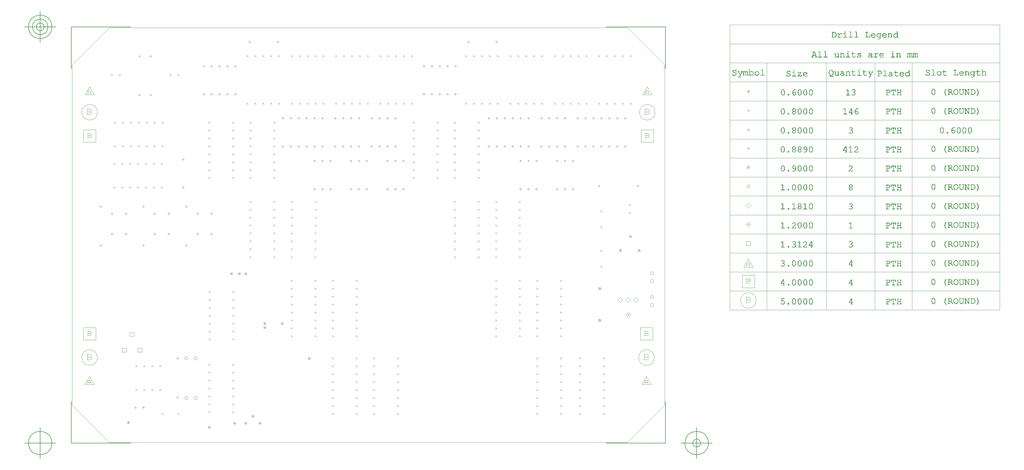
<source format=gbr>
G04 Generated by Ultiboard 14.3 *
%FSLAX34Y34*%
%MOMM*%

%ADD10C,0.0001*%
%ADD11C,0.0100*%
%ADD12C,0.1000*%
%ADD13C,0.0010*%
%ADD14C,0.1270*%


G04 ColorRGB 000000 for the following layer *
%LNDrill Symbols-Copper Top-Copper Bottom*%
%LPD*%
G54D11*
X77280Y631920D02*
X85280Y631920D01*
X81280Y627920D02*
X81280Y635920D01*
X77280Y756920D02*
X85280Y756920D01*
X81280Y752920D02*
X81280Y760920D01*
X214440Y631920D02*
X222440Y631920D01*
X218440Y627920D02*
X218440Y635920D01*
X214440Y756920D02*
X222440Y756920D01*
X218440Y752920D02*
X218440Y760920D01*
X355600Y627920D02*
X355600Y635920D01*
X351600Y631920D02*
X359600Y631920D01*
X355600Y752920D02*
X355600Y760920D01*
X351600Y756920D02*
X359600Y756920D01*
X1477677Y88297D02*
X1483963Y94583D01*
X1477677Y94583D02*
X1483963Y88297D01*
X1553877Y145383D02*
X1560163Y139097D01*
X1553877Y139097D02*
X1560163Y145383D01*
X1553877Y119983D02*
X1560163Y113697D01*
X1553877Y113697D02*
X1560163Y119983D01*
X1553877Y170783D02*
X1560163Y164497D01*
X1553877Y164497D02*
X1560163Y170783D01*
X1553877Y221583D02*
X1560163Y215297D01*
X1553877Y215297D02*
X1560163Y221583D01*
X1553877Y189897D02*
X1560163Y196183D01*
X1553877Y196183D02*
X1560163Y189897D01*
X1553877Y246983D02*
X1560163Y240697D01*
X1553877Y240697D02*
X1560163Y246983D01*
X1553877Y266097D02*
X1560163Y272383D01*
X1553877Y272383D02*
X1560163Y266097D01*
X1477677Y240697D02*
X1483963Y246983D01*
X1477677Y246983D02*
X1483963Y240697D01*
X1477677Y164497D02*
X1483963Y170783D01*
X1477677Y170783D02*
X1483963Y164497D01*
X1477677Y145383D02*
X1483963Y139097D01*
X1477677Y139097D02*
X1483963Y145383D01*
X1477677Y113697D02*
X1483963Y119983D01*
X1477677Y119983D02*
X1483963Y113697D01*
X1477677Y221583D02*
X1483963Y215297D01*
X1477677Y215297D02*
X1483963Y221583D01*
X1477677Y196183D02*
X1483963Y189897D01*
X1477677Y189897D02*
X1483963Y196183D01*
X1477677Y272383D02*
X1483963Y266097D01*
X1477677Y266097D02*
X1483963Y272383D01*
X1553877Y94583D02*
X1560163Y88297D01*
X1553877Y88297D02*
X1560163Y94583D01*
X1345597Y337217D02*
X1351883Y343503D01*
X1345597Y343503D02*
X1351883Y337217D01*
X1421797Y394303D02*
X1428083Y388017D01*
X1421797Y388017D02*
X1428083Y394303D01*
X1421797Y368903D02*
X1428083Y362617D01*
X1421797Y362617D02*
X1428083Y368903D01*
X1421797Y413417D02*
X1428083Y419703D01*
X1421797Y419703D02*
X1428083Y413417D01*
X1421797Y464217D02*
X1428083Y470503D01*
X1421797Y470503D02*
X1428083Y464217D01*
X1421797Y445103D02*
X1428083Y438817D01*
X1421797Y438817D02*
X1428083Y445103D01*
X1421797Y489617D02*
X1428083Y495903D01*
X1421797Y495903D02*
X1428083Y489617D01*
X1421797Y515017D02*
X1428083Y521303D01*
X1421797Y521303D02*
X1428083Y515017D01*
X1345597Y495903D02*
X1351883Y489617D01*
X1345597Y489617D02*
X1351883Y495903D01*
X1345597Y413417D02*
X1351883Y419703D01*
X1345597Y419703D02*
X1351883Y413417D01*
X1345597Y388017D02*
X1351883Y394303D01*
X1345597Y394303D02*
X1351883Y388017D01*
X1345597Y368903D02*
X1351883Y362617D01*
X1345597Y362617D02*
X1351883Y368903D01*
X1345597Y470503D02*
X1351883Y464217D01*
X1345597Y464217D02*
X1351883Y470503D01*
X1345597Y445103D02*
X1351883Y438817D01*
X1345597Y438817D02*
X1351883Y445103D01*
X1345597Y515017D02*
X1351883Y521303D01*
X1345597Y521303D02*
X1351883Y515017D01*
X1421797Y343503D02*
X1428083Y337217D01*
X1421797Y337217D02*
X1428083Y343503D01*
X1081437Y851503D02*
X1087723Y845217D01*
X1081437Y845217D02*
X1087723Y851503D01*
X1157637Y896017D02*
X1163923Y902303D01*
X1157637Y902303D02*
X1163923Y896017D01*
X1157637Y876903D02*
X1163923Y870617D01*
X1157637Y870617D02*
X1163923Y876903D01*
X1157637Y921417D02*
X1163923Y927703D01*
X1157637Y927703D02*
X1163923Y921417D01*
X1157637Y972217D02*
X1163923Y978503D01*
X1157637Y978503D02*
X1163923Y972217D01*
X1157637Y953103D02*
X1163923Y946817D01*
X1157637Y946817D02*
X1163923Y953103D01*
X1157637Y1003903D02*
X1163923Y997617D01*
X1157637Y997617D02*
X1163923Y1003903D01*
X1157637Y1023017D02*
X1163923Y1029303D01*
X1157637Y1029303D02*
X1163923Y1023017D01*
X1081437Y997617D02*
X1087723Y1003903D01*
X1081437Y1003903D02*
X1087723Y997617D01*
X1081437Y927703D02*
X1087723Y921417D01*
X1081437Y921417D02*
X1087723Y927703D01*
X1081437Y902303D02*
X1087723Y896017D01*
X1081437Y896017D02*
X1087723Y902303D01*
X1081437Y870617D02*
X1087723Y876903D01*
X1081437Y876903D02*
X1087723Y870617D01*
X1081437Y972217D02*
X1087723Y978503D01*
X1081437Y978503D02*
X1087723Y972217D01*
X1081437Y953103D02*
X1087723Y946817D01*
X1081437Y946817D02*
X1087723Y953103D01*
X1081437Y1029303D02*
X1087723Y1023017D01*
X1081437Y1023017D02*
X1087723Y1029303D01*
X1157637Y845217D02*
X1163923Y851503D01*
X1157637Y851503D02*
X1163923Y845217D01*
X1213517Y597503D02*
X1219803Y591217D01*
X1213517Y591217D02*
X1219803Y597503D01*
X1289717Y642017D02*
X1296003Y648303D01*
X1289717Y648303D02*
X1296003Y642017D01*
X1289717Y616617D02*
X1296003Y622903D01*
X1289717Y622903D02*
X1296003Y616617D01*
X1289717Y673703D02*
X1296003Y667417D01*
X1289717Y667417D02*
X1296003Y673703D01*
X1289717Y724503D02*
X1296003Y718217D01*
X1289717Y718217D02*
X1296003Y724503D01*
X1289717Y692817D02*
X1296003Y699103D01*
X1289717Y699103D02*
X1296003Y692817D01*
X1289717Y743617D02*
X1296003Y749903D01*
X1289717Y749903D02*
X1296003Y743617D01*
X1289717Y769017D02*
X1296003Y775303D01*
X1289717Y775303D02*
X1296003Y769017D01*
X1213517Y749903D02*
X1219803Y743617D01*
X1213517Y743617D02*
X1219803Y749903D01*
X1213517Y673703D02*
X1219803Y667417D01*
X1213517Y667417D02*
X1219803Y673703D01*
X1213517Y642017D02*
X1219803Y648303D01*
X1213517Y648303D02*
X1219803Y642017D01*
X1213517Y616617D02*
X1219803Y622903D01*
X1213517Y622903D02*
X1219803Y616617D01*
X1213517Y718217D02*
X1219803Y724503D01*
X1213517Y724503D02*
X1219803Y718217D01*
X1213517Y692817D02*
X1219803Y699103D01*
X1213517Y699103D02*
X1219803Y692817D01*
X1213517Y769017D02*
X1219803Y775303D01*
X1213517Y775303D02*
X1219803Y769017D01*
X1289717Y597503D02*
X1296003Y591217D01*
X1289717Y591217D02*
X1296003Y597503D01*
X327660Y140240D02*
X327660Y148240D01*
X323660Y144240D02*
X331660Y144240D01*
X327660Y265240D02*
X327660Y273240D01*
X323660Y269240D02*
X331660Y269240D01*
X766477Y515017D02*
X772763Y521303D01*
X766477Y521303D02*
X772763Y515017D01*
X690277Y464217D02*
X696563Y470503D01*
X690277Y470503D02*
X696563Y464217D01*
X690277Y489617D02*
X696563Y495903D01*
X690277Y495903D02*
X696563Y489617D01*
X690277Y438817D02*
X696563Y445103D01*
X690277Y445103D02*
X696563Y438817D01*
X690277Y394303D02*
X696563Y388017D01*
X690277Y388017D02*
X696563Y394303D01*
X690277Y413417D02*
X696563Y419703D01*
X690277Y419703D02*
X696563Y413417D01*
X690277Y368903D02*
X696563Y362617D01*
X690277Y362617D02*
X696563Y368903D01*
X690277Y343503D02*
X696563Y337217D01*
X690277Y337217D02*
X696563Y343503D01*
X766477Y362617D02*
X772763Y368903D01*
X766477Y368903D02*
X772763Y362617D01*
X766477Y438817D02*
X772763Y445103D01*
X766477Y445103D02*
X772763Y438817D01*
X766477Y464217D02*
X772763Y470503D01*
X766477Y470503D02*
X772763Y464217D01*
X766477Y495903D02*
X772763Y489617D01*
X766477Y489617D02*
X772763Y495903D01*
X766477Y388017D02*
X772763Y394303D01*
X766477Y394303D02*
X772763Y388017D01*
X766477Y413417D02*
X772763Y419703D01*
X766477Y419703D02*
X772763Y413417D01*
X766477Y343503D02*
X772763Y337217D01*
X766477Y337217D02*
X772763Y343503D01*
X690277Y515017D02*
X696563Y521303D01*
X690277Y521303D02*
X696563Y515017D01*
X898557Y515017D02*
X904843Y521303D01*
X898557Y521303D02*
X904843Y515017D01*
X822357Y470503D02*
X828643Y464217D01*
X822357Y464217D02*
X828643Y470503D01*
X822357Y489617D02*
X828643Y495903D01*
X822357Y495903D02*
X828643Y489617D01*
X822357Y438817D02*
X828643Y445103D01*
X822357Y445103D02*
X828643Y438817D01*
X822357Y388017D02*
X828643Y394303D01*
X822357Y394303D02*
X828643Y388017D01*
X822357Y413417D02*
X828643Y419703D01*
X822357Y419703D02*
X828643Y413417D01*
X822357Y368903D02*
X828643Y362617D01*
X822357Y362617D02*
X828643Y368903D01*
X822357Y337217D02*
X828643Y343503D01*
X822357Y343503D02*
X828643Y337217D01*
X898557Y368903D02*
X904843Y362617D01*
X898557Y362617D02*
X904843Y368903D01*
X898557Y438817D02*
X904843Y445103D01*
X898557Y445103D02*
X904843Y438817D01*
X898557Y464217D02*
X904843Y470503D01*
X898557Y470503D02*
X904843Y464217D01*
X898557Y495903D02*
X904843Y489617D01*
X898557Y489617D02*
X904843Y495903D01*
X898557Y388017D02*
X904843Y394303D01*
X898557Y394303D02*
X904843Y388017D01*
X898557Y419703D02*
X904843Y413417D01*
X898557Y413417D02*
X904843Y419703D01*
X898557Y337217D02*
X904843Y343503D01*
X898557Y343503D02*
X904843Y337217D01*
X822357Y515017D02*
X828643Y521303D01*
X822357Y521303D02*
X828643Y515017D01*
X1553877Y521303D02*
X1560163Y515017D01*
X1553877Y515017D02*
X1560163Y521303D01*
X1477677Y470503D02*
X1483963Y464217D01*
X1477677Y464217D02*
X1483963Y470503D01*
X1477677Y489617D02*
X1483963Y495903D01*
X1477677Y495903D02*
X1483963Y489617D01*
X1477677Y445103D02*
X1483963Y438817D01*
X1477677Y438817D02*
X1483963Y445103D01*
X1477677Y394303D02*
X1483963Y388017D01*
X1477677Y388017D02*
X1483963Y394303D01*
X1477677Y419703D02*
X1483963Y413417D01*
X1477677Y413417D02*
X1483963Y419703D01*
X1477677Y362617D02*
X1483963Y368903D01*
X1477677Y368903D02*
X1483963Y362617D01*
X1477677Y337217D02*
X1483963Y343503D01*
X1477677Y343503D02*
X1483963Y337217D01*
X1553877Y368903D02*
X1560163Y362617D01*
X1553877Y362617D02*
X1560163Y368903D01*
X1553877Y438817D02*
X1560163Y445103D01*
X1553877Y445103D02*
X1560163Y438817D01*
X1553877Y470503D02*
X1560163Y464217D01*
X1553877Y464217D02*
X1560163Y470503D01*
X1553877Y495903D02*
X1560163Y489617D01*
X1553877Y489617D02*
X1560163Y495903D01*
X1553877Y388017D02*
X1560163Y394303D01*
X1553877Y394303D02*
X1560163Y388017D01*
X1553877Y419703D02*
X1560163Y413417D01*
X1553877Y413417D02*
X1560163Y419703D01*
X1553877Y343503D02*
X1560163Y337217D01*
X1553877Y337217D02*
X1560163Y343503D01*
X1477677Y521303D02*
X1483963Y515017D01*
X1477677Y515017D02*
X1483963Y521303D01*
X634397Y769017D02*
X640683Y775303D01*
X634397Y775303D02*
X640683Y769017D01*
X558197Y718217D02*
X564483Y724503D01*
X558197Y724503D02*
X564483Y718217D01*
X558197Y743617D02*
X564483Y749903D01*
X558197Y749903D02*
X564483Y743617D01*
X558197Y692817D02*
X564483Y699103D01*
X558197Y699103D02*
X564483Y692817D01*
X558197Y642017D02*
X564483Y648303D01*
X558197Y648303D02*
X564483Y642017D01*
X558197Y667417D02*
X564483Y673703D01*
X558197Y673703D02*
X564483Y667417D01*
X558197Y622903D02*
X564483Y616617D01*
X558197Y616617D02*
X564483Y622903D01*
X558197Y597503D02*
X564483Y591217D01*
X558197Y591217D02*
X564483Y597503D01*
X634397Y616617D02*
X640683Y622903D01*
X634397Y622903D02*
X640683Y616617D01*
X634397Y699103D02*
X640683Y692817D01*
X634397Y692817D02*
X640683Y699103D01*
X634397Y724503D02*
X640683Y718217D01*
X634397Y718217D02*
X640683Y724503D01*
X634397Y749903D02*
X640683Y743617D01*
X634397Y743617D02*
X640683Y749903D01*
X634397Y642017D02*
X640683Y648303D01*
X634397Y648303D02*
X640683Y642017D01*
X634397Y673703D02*
X640683Y667417D01*
X634397Y667417D02*
X640683Y673703D01*
X634397Y591217D02*
X640683Y597503D01*
X634397Y597503D02*
X640683Y591217D01*
X558197Y775303D02*
X564483Y769017D01*
X558197Y769017D02*
X564483Y775303D01*
X766477Y775303D02*
X772763Y769017D01*
X766477Y769017D02*
X772763Y775303D01*
X690277Y724503D02*
X696563Y718217D01*
X690277Y718217D02*
X696563Y724503D01*
X690277Y749903D02*
X696563Y743617D01*
X690277Y743617D02*
X696563Y749903D01*
X690277Y699103D02*
X696563Y692817D01*
X690277Y692817D02*
X696563Y699103D01*
X690277Y648303D02*
X696563Y642017D01*
X690277Y642017D02*
X696563Y648303D01*
X690277Y667417D02*
X696563Y673703D01*
X690277Y673703D02*
X696563Y667417D01*
X690277Y616617D02*
X696563Y622903D01*
X690277Y622903D02*
X696563Y616617D01*
X690277Y597503D02*
X696563Y591217D01*
X690277Y591217D02*
X696563Y597503D01*
X766477Y616617D02*
X772763Y622903D01*
X766477Y622903D02*
X772763Y616617D01*
X766477Y699103D02*
X772763Y692817D01*
X766477Y692817D02*
X772763Y699103D01*
X766477Y724503D02*
X772763Y718217D01*
X766477Y718217D02*
X772763Y724503D01*
X766477Y743617D02*
X772763Y749903D01*
X766477Y749903D02*
X772763Y743617D01*
X766477Y648303D02*
X772763Y642017D01*
X766477Y642017D02*
X772763Y648303D01*
X766477Y667417D02*
X772763Y673703D01*
X766477Y673703D02*
X772763Y667417D01*
X766477Y597503D02*
X772763Y591217D01*
X766477Y591217D02*
X772763Y597503D01*
X690277Y769017D02*
X696563Y775303D01*
X690277Y775303D02*
X696563Y769017D01*
X1421797Y769017D02*
X1428083Y775303D01*
X1421797Y775303D02*
X1428083Y769017D01*
X1345597Y718217D02*
X1351883Y724503D01*
X1345597Y724503D02*
X1351883Y718217D01*
X1345597Y749903D02*
X1351883Y743617D01*
X1345597Y743617D02*
X1351883Y749903D01*
X1345597Y692817D02*
X1351883Y699103D01*
X1345597Y699103D02*
X1351883Y692817D01*
X1345597Y648303D02*
X1351883Y642017D01*
X1345597Y642017D02*
X1351883Y648303D01*
X1345597Y673703D02*
X1351883Y667417D01*
X1345597Y667417D02*
X1351883Y673703D01*
X1345597Y616617D02*
X1351883Y622903D01*
X1345597Y622903D02*
X1351883Y616617D01*
X1345597Y591217D02*
X1351883Y597503D01*
X1345597Y597503D02*
X1351883Y591217D01*
X1421797Y616617D02*
X1428083Y622903D01*
X1421797Y622903D02*
X1428083Y616617D01*
X1421797Y699103D02*
X1428083Y692817D01*
X1421797Y692817D02*
X1428083Y699103D01*
X1421797Y724503D02*
X1428083Y718217D01*
X1421797Y718217D02*
X1428083Y724503D01*
X1421797Y743617D02*
X1428083Y749903D01*
X1421797Y749903D02*
X1428083Y743617D01*
X1421797Y642017D02*
X1428083Y648303D01*
X1421797Y648303D02*
X1428083Y642017D01*
X1421797Y667417D02*
X1428083Y673703D01*
X1421797Y673703D02*
X1428083Y667417D01*
X1421797Y591217D02*
X1428083Y597503D01*
X1421797Y597503D02*
X1428083Y591217D01*
X1345597Y775303D02*
X1351883Y769017D01*
X1345597Y769017D02*
X1351883Y775303D01*
X634397Y1023017D02*
X640683Y1029303D01*
X634397Y1029303D02*
X640683Y1023017D01*
X558197Y978503D02*
X564483Y972217D01*
X558197Y972217D02*
X564483Y978503D01*
X558197Y1003903D02*
X564483Y997617D01*
X558197Y997617D02*
X564483Y1003903D01*
X558197Y953103D02*
X564483Y946817D01*
X558197Y946817D02*
X564483Y953103D01*
X558197Y896017D02*
X564483Y902303D01*
X558197Y902303D02*
X564483Y896017D01*
X558197Y921417D02*
X564483Y927703D01*
X558197Y927703D02*
X564483Y921417D01*
X558197Y876903D02*
X564483Y870617D01*
X558197Y870617D02*
X564483Y876903D01*
X558197Y851503D02*
X564483Y845217D01*
X558197Y845217D02*
X564483Y851503D01*
X634397Y876903D02*
X640683Y870617D01*
X634397Y870617D02*
X640683Y876903D01*
X634397Y946817D02*
X640683Y953103D01*
X634397Y953103D02*
X640683Y946817D01*
X634397Y972217D02*
X640683Y978503D01*
X634397Y978503D02*
X640683Y972217D01*
X634397Y1003903D02*
X640683Y997617D01*
X634397Y997617D02*
X640683Y1003903D01*
X634397Y896017D02*
X640683Y902303D01*
X634397Y902303D02*
X640683Y896017D01*
X634397Y927703D02*
X640683Y921417D01*
X634397Y921417D02*
X640683Y927703D01*
X634397Y845217D02*
X640683Y851503D01*
X634397Y851503D02*
X640683Y845217D01*
X558197Y1023017D02*
X564483Y1029303D01*
X558197Y1029303D02*
X564483Y1023017D01*
X1289717Y1029303D02*
X1296003Y1023017D01*
X1289717Y1023017D02*
X1296003Y1029303D01*
X1213517Y978503D02*
X1219803Y972217D01*
X1213517Y972217D02*
X1219803Y978503D01*
X1213517Y997617D02*
X1219803Y1003903D01*
X1213517Y1003903D02*
X1219803Y997617D01*
X1213517Y946817D02*
X1219803Y953103D01*
X1213517Y953103D02*
X1219803Y946817D01*
X1213517Y902303D02*
X1219803Y896017D01*
X1213517Y896017D02*
X1219803Y902303D01*
X1213517Y927703D02*
X1219803Y921417D01*
X1213517Y921417D02*
X1219803Y927703D01*
X1213517Y870617D02*
X1219803Y876903D01*
X1213517Y876903D02*
X1219803Y870617D01*
X1213517Y851503D02*
X1219803Y845217D01*
X1213517Y845217D02*
X1219803Y851503D01*
X1289717Y876903D02*
X1296003Y870617D01*
X1289717Y870617D02*
X1296003Y876903D01*
X1289717Y946817D02*
X1296003Y953103D01*
X1289717Y953103D02*
X1296003Y946817D01*
X1289717Y978503D02*
X1296003Y972217D01*
X1289717Y972217D02*
X1296003Y978503D01*
X1289717Y1003903D02*
X1296003Y997617D01*
X1289717Y997617D02*
X1296003Y1003903D01*
X1289717Y902303D02*
X1296003Y896017D01*
X1289717Y896017D02*
X1296003Y902303D01*
X1289717Y921417D02*
X1296003Y927703D01*
X1289717Y927703D02*
X1296003Y921417D01*
X1289717Y851503D02*
X1296003Y845217D01*
X1289717Y845217D02*
X1296003Y851503D01*
X1213517Y1029303D02*
X1219803Y1023017D01*
X1213517Y1023017D02*
X1219803Y1029303D01*
X1030637Y272383D02*
X1036923Y266097D01*
X1030637Y266097D02*
X1036923Y272383D01*
X954437Y221583D02*
X960723Y215297D01*
X954437Y215297D02*
X960723Y221583D01*
X954437Y240697D02*
X960723Y246983D01*
X954437Y246983D02*
X960723Y240697D01*
X954437Y189897D02*
X960723Y196183D01*
X954437Y196183D02*
X960723Y189897D01*
X954437Y145383D02*
X960723Y139097D01*
X954437Y139097D02*
X960723Y145383D01*
X954437Y170783D02*
X960723Y164497D01*
X954437Y164497D02*
X960723Y170783D01*
X954437Y119983D02*
X960723Y113697D01*
X954437Y113697D02*
X960723Y119983D01*
X954437Y88297D02*
X960723Y94583D01*
X954437Y94583D02*
X960723Y88297D01*
X1030637Y119983D02*
X1036923Y113697D01*
X1030637Y113697D02*
X1036923Y119983D01*
X1030637Y189897D02*
X1036923Y196183D01*
X1030637Y196183D02*
X1036923Y189897D01*
X1030637Y215297D02*
X1036923Y221583D01*
X1030637Y221583D02*
X1036923Y215297D01*
X1030637Y240697D02*
X1036923Y246983D01*
X1030637Y246983D02*
X1036923Y240697D01*
X1030637Y139097D02*
X1036923Y145383D01*
X1030637Y145383D02*
X1036923Y139097D01*
X1030637Y164497D02*
X1036923Y170783D01*
X1030637Y170783D02*
X1036923Y164497D01*
X1030637Y94583D02*
X1036923Y88297D01*
X1030637Y88297D02*
X1036923Y94583D01*
X954437Y272383D02*
X960723Y266097D01*
X954437Y266097D02*
X960723Y272383D01*
X268637Y170783D02*
X274923Y164497D01*
X268637Y164497D02*
X274923Y170783D01*
X192437Y246983D02*
X198723Y240697D01*
X192437Y240697D02*
X198723Y246983D01*
X268637Y240697D02*
X274923Y246983D01*
X268637Y246983D02*
X274923Y240697D01*
X217837Y246983D02*
X224123Y240697D01*
X217837Y240697D02*
X224123Y246983D01*
X243237Y164497D02*
X249523Y170783D01*
X243237Y170783D02*
X249523Y164497D01*
X243237Y246983D02*
X249523Y240697D01*
X243237Y240697D02*
X249523Y246983D01*
X217837Y164497D02*
X224123Y170783D01*
X217837Y170783D02*
X224123Y164497D01*
X192437Y164497D02*
X198723Y170783D01*
X192437Y170783D02*
X198723Y164497D01*
X1691037Y266097D02*
X1697323Y272383D01*
X1691037Y272383D02*
X1697323Y266097D01*
X1614837Y215297D02*
X1621123Y221583D01*
X1614837Y221583D02*
X1621123Y215297D01*
X1614837Y240697D02*
X1621123Y246983D01*
X1614837Y246983D02*
X1621123Y240697D01*
X1614837Y189897D02*
X1621123Y196183D01*
X1614837Y196183D02*
X1621123Y189897D01*
X1614837Y139097D02*
X1621123Y145383D01*
X1614837Y145383D02*
X1621123Y139097D01*
X1614837Y164497D02*
X1621123Y170783D01*
X1614837Y170783D02*
X1621123Y164497D01*
X1614837Y119983D02*
X1621123Y113697D01*
X1614837Y113697D02*
X1621123Y119983D01*
X1614837Y88297D02*
X1621123Y94583D01*
X1614837Y94583D02*
X1621123Y88297D01*
X1691037Y113697D02*
X1697323Y119983D01*
X1691037Y119983D02*
X1697323Y113697D01*
X1691037Y196183D02*
X1697323Y189897D01*
X1691037Y189897D02*
X1697323Y196183D01*
X1691037Y215297D02*
X1697323Y221583D01*
X1691037Y221583D02*
X1697323Y215297D01*
X1691037Y240697D02*
X1697323Y246983D01*
X1691037Y246983D02*
X1697323Y240697D01*
X1691037Y145383D02*
X1697323Y139097D01*
X1691037Y139097D02*
X1697323Y145383D01*
X1691037Y164497D02*
X1697323Y170783D01*
X1691037Y170783D02*
X1697323Y164497D01*
X1691037Y88297D02*
X1697323Y94583D01*
X1691037Y94583D02*
X1697323Y88297D01*
X1614837Y266097D02*
X1621123Y272383D01*
X1614837Y272383D02*
X1621123Y266097D01*
X898557Y272383D02*
X904843Y266097D01*
X898557Y266097D02*
X904843Y272383D01*
X822357Y215297D02*
X828643Y221583D01*
X822357Y221583D02*
X828643Y215297D01*
X822357Y246983D02*
X828643Y240697D01*
X822357Y240697D02*
X828643Y246983D01*
X822357Y189897D02*
X828643Y196183D01*
X822357Y196183D02*
X828643Y189897D01*
X822357Y139097D02*
X828643Y145383D01*
X822357Y145383D02*
X828643Y139097D01*
X822357Y164497D02*
X828643Y170783D01*
X822357Y170783D02*
X828643Y164497D01*
X822357Y113697D02*
X828643Y119983D01*
X822357Y119983D02*
X828643Y113697D01*
X822357Y94583D02*
X828643Y88297D01*
X822357Y88297D02*
X828643Y94583D01*
X898557Y119983D02*
X904843Y113697D01*
X898557Y113697D02*
X904843Y119983D01*
X898557Y196183D02*
X904843Y189897D01*
X898557Y189897D02*
X904843Y196183D01*
X898557Y221583D02*
X904843Y215297D01*
X898557Y215297D02*
X904843Y221583D01*
X898557Y240697D02*
X904843Y246983D01*
X898557Y246983D02*
X904843Y240697D01*
X898557Y145383D02*
X904843Y139097D01*
X898557Y139097D02*
X904843Y145383D01*
X898557Y164497D02*
X904843Y170783D01*
X898557Y170783D02*
X904843Y164497D01*
X898557Y94583D02*
X904843Y88297D01*
X898557Y88297D02*
X904843Y94583D01*
X822357Y266097D02*
X828643Y272383D01*
X822357Y272383D02*
X828643Y266097D01*
X502317Y1029303D02*
X508603Y1023017D01*
X502317Y1023017D02*
X508603Y1029303D01*
X426117Y972217D02*
X432403Y978503D01*
X426117Y978503D02*
X432403Y972217D01*
X426117Y1003903D02*
X432403Y997617D01*
X426117Y997617D02*
X432403Y1003903D01*
X426117Y946817D02*
X432403Y953103D01*
X426117Y953103D02*
X432403Y946817D01*
X426117Y902303D02*
X432403Y896017D01*
X426117Y896017D02*
X432403Y902303D01*
X426117Y921417D02*
X432403Y927703D01*
X426117Y927703D02*
X432403Y921417D01*
X426117Y870617D02*
X432403Y876903D01*
X426117Y876903D02*
X432403Y870617D01*
X426117Y845217D02*
X432403Y851503D01*
X426117Y851503D02*
X432403Y845217D01*
X502317Y870617D02*
X508603Y876903D01*
X502317Y876903D02*
X508603Y870617D01*
X502317Y953103D02*
X508603Y946817D01*
X502317Y946817D02*
X508603Y953103D01*
X502317Y972217D02*
X508603Y978503D01*
X502317Y978503D02*
X508603Y972217D01*
X502317Y1003903D02*
X508603Y997617D01*
X502317Y997617D02*
X508603Y1003903D01*
X502317Y896017D02*
X508603Y902303D01*
X502317Y902303D02*
X508603Y896017D01*
X502317Y921417D02*
X508603Y927703D01*
X502317Y927703D02*
X508603Y921417D01*
X502317Y845217D02*
X508603Y851503D01*
X502317Y851503D02*
X508603Y845217D01*
X426117Y1023017D02*
X432403Y1029303D01*
X426117Y1029303D02*
X432403Y1023017D01*
X426117Y93377D02*
X432403Y99663D01*
X426117Y99663D02*
X432403Y93377D01*
X502317Y169577D02*
X508603Y175863D01*
X502317Y175863D02*
X508603Y169577D01*
X502317Y125063D02*
X508603Y118777D01*
X502317Y118777D02*
X508603Y125063D01*
X502317Y144177D02*
X508603Y150463D01*
X502317Y150463D02*
X508603Y144177D01*
X502317Y201263D02*
X508603Y194977D01*
X502317Y194977D02*
X508603Y201263D01*
X502317Y226663D02*
X508603Y220377D01*
X502317Y220377D02*
X508603Y226663D01*
X502317Y245777D02*
X508603Y252063D01*
X502317Y252063D02*
X508603Y245777D01*
X426117Y252063D02*
X432403Y245777D01*
X426117Y245777D02*
X432403Y252063D01*
X426117Y175863D02*
X432403Y169577D01*
X426117Y169577D02*
X432403Y175863D01*
X426117Y118777D02*
X432403Y125063D01*
X426117Y125063D02*
X432403Y118777D01*
X426117Y150463D02*
X432403Y144177D01*
X426117Y144177D02*
X432403Y150463D01*
X426117Y201263D02*
X432403Y194977D01*
X426117Y194977D02*
X432403Y201263D01*
X426117Y220377D02*
X432403Y226663D01*
X426117Y226663D02*
X432403Y220377D01*
X502317Y93377D02*
X508603Y99663D01*
X502317Y99663D02*
X508603Y93377D01*
X427252Y333343D02*
X433538Y327057D01*
X427252Y327057D02*
X433538Y333343D01*
X503452Y403257D02*
X509738Y409543D01*
X503452Y409543D02*
X509738Y403257D01*
X503452Y352457D02*
X509738Y358743D01*
X503452Y358743D02*
X509738Y352457D01*
X503452Y384143D02*
X509738Y377857D01*
X503452Y377857D02*
X509738Y384143D01*
X503452Y428657D02*
X509738Y434943D01*
X503452Y434943D02*
X509738Y428657D01*
X503452Y454057D02*
X509738Y460343D01*
X503452Y460343D02*
X509738Y454057D01*
X503452Y485743D02*
X509738Y479457D01*
X503452Y479457D02*
X509738Y485743D01*
X427252Y479457D02*
X433538Y485743D01*
X427252Y485743D02*
X433538Y479457D01*
X427252Y409543D02*
X433538Y403257D01*
X427252Y403257D02*
X433538Y409543D01*
X427252Y352457D02*
X433538Y358743D01*
X427252Y358743D02*
X433538Y352457D01*
X427252Y377857D02*
X433538Y384143D01*
X427252Y384143D02*
X433538Y377857D01*
X427252Y428657D02*
X433538Y434943D01*
X427252Y434943D02*
X433538Y428657D01*
X427252Y454057D02*
X433538Y460343D01*
X427252Y460343D02*
X433538Y454057D01*
X503452Y327057D02*
X509738Y333343D01*
X503452Y333343D02*
X509738Y327057D01*
X686880Y1039960D02*
X694880Y1039960D01*
X690880Y1035960D02*
X690880Y1043960D01*
X686780Y949960D02*
X694780Y949960D01*
X690780Y945960D02*
X690780Y953960D01*
X712280Y1039960D02*
X720280Y1039960D01*
X716280Y1035960D02*
X716280Y1043960D01*
X716180Y945960D02*
X716180Y953960D01*
X712180Y949960D02*
X720180Y949960D01*
X741680Y1035960D02*
X741680Y1043960D01*
X737680Y1039960D02*
X745680Y1039960D01*
X737580Y949960D02*
X745580Y949960D01*
X741580Y945960D02*
X741580Y953960D01*
X763080Y1039960D02*
X771080Y1039960D01*
X767080Y1035960D02*
X767080Y1043960D01*
X766980Y945960D02*
X766980Y953960D01*
X762980Y949960D02*
X770980Y949960D01*
X792480Y1035960D02*
X792480Y1043960D01*
X788480Y1039960D02*
X796480Y1039960D01*
X788380Y949960D02*
X796380Y949960D01*
X792380Y945960D02*
X792380Y953960D01*
X763080Y902800D02*
X771080Y902800D01*
X767080Y898800D02*
X767080Y906800D01*
X766980Y808800D02*
X766980Y816800D01*
X762980Y812800D02*
X770980Y812800D01*
X788480Y902800D02*
X796480Y902800D01*
X792480Y898800D02*
X792480Y906800D01*
X788380Y812800D02*
X796380Y812800D01*
X792380Y808800D02*
X792380Y816800D01*
X833120Y1035960D02*
X833120Y1043960D01*
X829120Y1039960D02*
X837120Y1039960D01*
X833020Y945960D02*
X833020Y953960D01*
X829020Y949960D02*
X837020Y949960D01*
X879920Y1039960D02*
X887920Y1039960D01*
X883920Y1035960D02*
X883920Y1043960D01*
X883820Y945960D02*
X883820Y953960D01*
X879820Y949960D02*
X887820Y949960D01*
X905320Y1039960D02*
X913320Y1039960D01*
X909320Y1035960D02*
X909320Y1043960D01*
X909220Y945960D02*
X909220Y953960D01*
X905220Y949960D02*
X913220Y949960D01*
X858520Y1035960D02*
X858520Y1043960D01*
X854520Y1039960D02*
X862520Y1039960D01*
X858420Y945960D02*
X858420Y953960D01*
X854420Y949960D02*
X862420Y949960D01*
X909320Y898800D02*
X909320Y906800D01*
X905320Y902800D02*
X913320Y902800D01*
X909220Y808800D02*
X909220Y816800D01*
X905220Y812800D02*
X913220Y812800D01*
X883920Y898800D02*
X883920Y906800D01*
X879920Y902800D02*
X887920Y902800D01*
X883820Y808800D02*
X883820Y816800D01*
X879820Y812800D02*
X887820Y812800D01*
X1022160Y1039960D02*
X1030160Y1039960D01*
X1026160Y1035960D02*
X1026160Y1043960D01*
X1026060Y945960D02*
X1026060Y953960D01*
X1022060Y949960D02*
X1030060Y949960D01*
X975360Y1035960D02*
X975360Y1043960D01*
X971360Y1039960D02*
X979360Y1039960D01*
X975260Y945960D02*
X975260Y953960D01*
X971260Y949960D02*
X979260Y949960D01*
X945960Y1039960D02*
X953960Y1039960D01*
X949960Y1035960D02*
X949960Y1043960D01*
X945860Y949960D02*
X953860Y949960D01*
X949860Y945960D02*
X949860Y953960D01*
X996760Y1039960D02*
X1004760Y1039960D01*
X1000760Y1035960D02*
X1000760Y1043960D01*
X996660Y949960D02*
X1004660Y949960D01*
X1000660Y945960D02*
X1000660Y953960D01*
X817880Y898800D02*
X817880Y906800D01*
X813880Y902800D02*
X821880Y902800D01*
X813780Y812800D02*
X821780Y812800D01*
X817780Y808800D02*
X817780Y816800D01*
X1777397Y1236377D02*
X1783683Y1242663D01*
X1777397Y1242663D02*
X1783683Y1236377D01*
X1675797Y1242663D02*
X1682083Y1236377D01*
X1675797Y1236377D02*
X1682083Y1242663D01*
X1777397Y1090263D02*
X1783683Y1083977D01*
X1777397Y1083977D02*
X1783683Y1090263D01*
X1751997Y1090263D02*
X1758283Y1083977D01*
X1751997Y1083977D02*
X1758283Y1090263D01*
X1701197Y1090263D02*
X1707483Y1083977D01*
X1701197Y1083977D02*
X1707483Y1090263D01*
X1751997Y1236377D02*
X1758283Y1242663D01*
X1751997Y1242663D02*
X1758283Y1236377D01*
X1701197Y1242663D02*
X1707483Y1236377D01*
X1701197Y1236377D02*
X1707483Y1242663D01*
X1675797Y1090263D02*
X1682083Y1083977D01*
X1675797Y1083977D02*
X1682083Y1090263D01*
X1726597Y1090263D02*
X1732883Y1083977D01*
X1726597Y1083977D02*
X1732883Y1090263D01*
X1726597Y1236377D02*
X1732883Y1242663D01*
X1726597Y1242663D02*
X1732883Y1236377D01*
X1321880Y1039960D02*
X1329880Y1039960D01*
X1325880Y1035960D02*
X1325880Y1043960D01*
X1321780Y949960D02*
X1329780Y949960D01*
X1325780Y945960D02*
X1325780Y953960D01*
X1351280Y1035960D02*
X1351280Y1043960D01*
X1347280Y1039960D02*
X1355280Y1039960D01*
X1347180Y949960D02*
X1355180Y949960D01*
X1351180Y945960D02*
X1351180Y953960D01*
X1372680Y1039960D02*
X1380680Y1039960D01*
X1376680Y1035960D02*
X1376680Y1043960D01*
X1376580Y945960D02*
X1376580Y953960D01*
X1372580Y949960D02*
X1380580Y949960D01*
X1402080Y1035960D02*
X1402080Y1043960D01*
X1398080Y1039960D02*
X1406080Y1039960D01*
X1397980Y949960D02*
X1405980Y949960D01*
X1401980Y945960D02*
X1401980Y953960D01*
X1423480Y1039960D02*
X1431480Y1039960D01*
X1427480Y1035960D02*
X1427480Y1043960D01*
X1427380Y945960D02*
X1427380Y953960D01*
X1423380Y949960D02*
X1431380Y949960D01*
X1452880Y1035960D02*
X1452880Y1043960D01*
X1448880Y1039960D02*
X1456880Y1039960D01*
X1452780Y945960D02*
X1452780Y953960D01*
X1448780Y949960D02*
X1456780Y949960D01*
X1113600Y1207600D02*
X1121600Y1207600D01*
X1117600Y1203600D02*
X1117600Y1211600D01*
X1117500Y1113600D02*
X1117500Y1121600D01*
X1113500Y1117600D02*
X1121500Y1117600D01*
X1139000Y1207600D02*
X1147000Y1207600D01*
X1143000Y1203600D02*
X1143000Y1211600D01*
X1142900Y1113600D02*
X1142900Y1121600D01*
X1138900Y1117600D02*
X1146900Y1117600D01*
X1164400Y1207600D02*
X1172400Y1207600D01*
X1168400Y1203600D02*
X1168400Y1211600D01*
X1168300Y1113600D02*
X1168300Y1121600D01*
X1164300Y1117600D02*
X1172300Y1117600D01*
X1189800Y1207600D02*
X1197800Y1207600D01*
X1193800Y1203600D02*
X1193800Y1211600D01*
X1189700Y1117600D02*
X1197700Y1117600D01*
X1193700Y1113600D02*
X1193700Y1121600D01*
X1215200Y1207600D02*
X1223200Y1207600D01*
X1219200Y1203600D02*
X1219200Y1211600D01*
X1215100Y1117600D02*
X1223100Y1117600D01*
X1219100Y1113600D02*
X1219100Y1121600D01*
X1423480Y902800D02*
X1431480Y902800D01*
X1427480Y898800D02*
X1427480Y906800D01*
X1423380Y812800D02*
X1431380Y812800D01*
X1427380Y808800D02*
X1427380Y816800D01*
X1448880Y902800D02*
X1456880Y902800D01*
X1452880Y898800D02*
X1452880Y906800D01*
X1448780Y812800D02*
X1456780Y812800D01*
X1452780Y808800D02*
X1452780Y816800D01*
X1474280Y902800D02*
X1482280Y902800D01*
X1478280Y898800D02*
X1478280Y906800D01*
X1474180Y812800D02*
X1482180Y812800D01*
X1478180Y808800D02*
X1478180Y816800D01*
X1489520Y1039960D02*
X1497520Y1039960D01*
X1493520Y1035960D02*
X1493520Y1043960D01*
X1493420Y945960D02*
X1493420Y953960D01*
X1489420Y949960D02*
X1497420Y949960D01*
X1514920Y1039960D02*
X1522920Y1039960D01*
X1518920Y1035960D02*
X1518920Y1043960D01*
X1518820Y945960D02*
X1518820Y953960D01*
X1514820Y949960D02*
X1522820Y949960D01*
X1544320Y1035960D02*
X1544320Y1043960D01*
X1540320Y1039960D02*
X1548320Y1039960D01*
X1544220Y945960D02*
X1544220Y953960D01*
X1540220Y949960D02*
X1548220Y949960D01*
X1569720Y1035960D02*
X1569720Y1043960D01*
X1565720Y1039960D02*
X1573720Y1039960D01*
X1565620Y949960D02*
X1573620Y949960D01*
X1569620Y945960D02*
X1569620Y953960D01*
X1591120Y902800D02*
X1599120Y902800D01*
X1595120Y898800D02*
X1595120Y906800D01*
X1595020Y808800D02*
X1595020Y816800D01*
X1591020Y812800D02*
X1599020Y812800D01*
X1569720Y898800D02*
X1569720Y906800D01*
X1565720Y902800D02*
X1573720Y902800D01*
X1569620Y808800D02*
X1569620Y816800D01*
X1565620Y812800D02*
X1573620Y812800D01*
X1544320Y898800D02*
X1544320Y906800D01*
X1540320Y902800D02*
X1548320Y902800D01*
X1540220Y812800D02*
X1548220Y812800D01*
X1544220Y808800D02*
X1544220Y816800D01*
X1606360Y1039960D02*
X1614360Y1039960D01*
X1610360Y1035960D02*
X1610360Y1043960D01*
X1606260Y949960D02*
X1614260Y949960D01*
X1610260Y945960D02*
X1610260Y953960D01*
X1631760Y1039960D02*
X1639760Y1039960D01*
X1635760Y1035960D02*
X1635760Y1043960D01*
X1631660Y949960D02*
X1639660Y949960D01*
X1635660Y945960D02*
X1635660Y953960D01*
X1657160Y1039960D02*
X1665160Y1039960D01*
X1661160Y1035960D02*
X1661160Y1043960D01*
X1657060Y949960D02*
X1665060Y949960D01*
X1661060Y945960D02*
X1661060Y953960D01*
X1682560Y1039960D02*
X1690560Y1039960D01*
X1686560Y1035960D02*
X1686560Y1043960D01*
X1686460Y945960D02*
X1686460Y953960D01*
X1682460Y949960D02*
X1690460Y949960D01*
X1707960Y1039960D02*
X1715960Y1039960D01*
X1711960Y1035960D02*
X1711960Y1043960D01*
X1711860Y945960D02*
X1711860Y953960D01*
X1707860Y949960D02*
X1715860Y949960D01*
X1737360Y1035960D02*
X1737360Y1043960D01*
X1733360Y1039960D02*
X1741360Y1039960D01*
X1737260Y945960D02*
X1737260Y953960D01*
X1733260Y949960D02*
X1741260Y949960D01*
X1762760Y1035960D02*
X1762760Y1043960D01*
X1758760Y1039960D02*
X1766760Y1039960D01*
X1758660Y949960D02*
X1766660Y949960D01*
X1762660Y945960D02*
X1762660Y953960D01*
X407480Y1207600D02*
X415480Y1207600D01*
X411480Y1203600D02*
X411480Y1211600D01*
X407380Y1117600D02*
X415380Y1117600D01*
X411380Y1113600D02*
X411380Y1121600D01*
X432880Y1207600D02*
X440880Y1207600D01*
X436880Y1203600D02*
X436880Y1211600D01*
X436780Y1113600D02*
X436780Y1121600D01*
X432780Y1117600D02*
X440780Y1117600D01*
X458280Y1207600D02*
X466280Y1207600D01*
X462280Y1203600D02*
X462280Y1211600D01*
X462180Y1113600D02*
X462180Y1121600D01*
X458180Y1117600D02*
X466180Y1117600D01*
X487680Y1203600D02*
X487680Y1211600D01*
X483680Y1207600D02*
X491680Y1207600D01*
X487580Y1113600D02*
X487580Y1121600D01*
X483580Y1117600D02*
X491580Y1117600D01*
X513080Y1203600D02*
X513080Y1211600D01*
X509080Y1207600D02*
X517080Y1207600D01*
X512980Y1113600D02*
X512980Y1121600D01*
X508980Y1117600D02*
X516980Y1117600D01*
X661480Y1039960D02*
X669480Y1039960D01*
X665480Y1035960D02*
X665480Y1043960D01*
X661380Y949960D02*
X669380Y949960D01*
X665380Y945960D02*
X665380Y953960D01*
X299360Y664540D02*
X299360Y672540D01*
X295360Y668540D02*
X303360Y668540D01*
X295360Y733540D02*
X303360Y733540D01*
X299360Y729540D02*
X299360Y737540D01*
X254360Y664540D02*
X254360Y672540D01*
X250360Y668540D02*
X258360Y668540D01*
X254360Y729540D02*
X254360Y737540D01*
X250360Y733540D02*
X258360Y733540D01*
X432520Y733540D02*
X440520Y733540D01*
X436520Y729540D02*
X436520Y737540D01*
X391520Y664540D02*
X391520Y672540D01*
X387520Y668540D02*
X395520Y668540D01*
X436520Y664540D02*
X436520Y672540D01*
X432520Y668540D02*
X440520Y668540D01*
X391520Y729540D02*
X391520Y737540D01*
X387520Y733540D02*
X395520Y733540D01*
X162200Y664540D02*
X162200Y672540D01*
X158200Y668540D02*
X166200Y668540D01*
X162200Y729540D02*
X162200Y737540D01*
X158200Y733540D02*
X166200Y733540D01*
X113200Y668540D02*
X121200Y668540D01*
X117200Y664540D02*
X117200Y672540D01*
X113200Y733540D02*
X121200Y733540D01*
X117200Y729540D02*
X117200Y737540D01*
X1776520Y657680D02*
X1784520Y657680D01*
X1780520Y664508D01*
X1776520Y657680D01*
X1780520Y661680D02*
X1774520Y661680D01*
X1803520Y613680D02*
X1811520Y613680D01*
X1807520Y620508D01*
X1803520Y613680D01*
X1807520Y617680D02*
X1807520Y611680D01*
X1743520Y613680D02*
X1751520Y613680D01*
X1747520Y620508D01*
X1743520Y613680D01*
X1747520Y617680D02*
X1747520Y611680D01*
X644800Y1285240D02*
X652800Y1285240D01*
X648800Y1281240D02*
X648800Y1289240D01*
X558800Y1281340D02*
X558800Y1289340D01*
X554800Y1285340D02*
X562800Y1285340D01*
X1349840Y1281240D02*
X1349840Y1289240D01*
X1345840Y1285240D02*
X1353840Y1285240D01*
X1259840Y1281340D02*
X1259840Y1289340D01*
X1255840Y1285340D02*
X1263840Y1285340D01*
X1679730Y389874D02*
X1679730Y391803D01*
X1680730Y393089D01*
X1681730Y393089D01*
X1682730Y391803D01*
X1682730Y389874D01*
X1679730Y390839D02*
X1682730Y390839D01*
X1676980Y391160D02*
G75*
D01*
G02X1676980Y391160I4500J0*
G01*
X1679730Y491474D02*
X1679730Y493403D01*
X1680730Y494689D01*
X1681730Y494689D01*
X1682730Y493403D01*
X1682730Y491474D01*
X1679730Y492439D02*
X1682730Y492439D01*
X1676980Y492760D02*
G75*
D01*
G02X1676980Y492760I4500J0*
G01*
X345440Y903880D02*
X345440Y911880D01*
X341440Y907880D02*
X349440Y907880D01*
X345340Y813880D02*
X345340Y821880D01*
X341340Y817880D02*
X349340Y817880D01*
X121317Y890937D02*
X127603Y897223D01*
X121317Y897223D02*
X127603Y890937D01*
X172117Y821023D02*
X178403Y814737D01*
X172117Y814737D02*
X178403Y821023D01*
X146717Y814737D02*
X153003Y821023D01*
X146717Y821023D02*
X153003Y814737D01*
X273717Y814737D02*
X280003Y821023D01*
X273717Y821023D02*
X280003Y814737D01*
X197517Y821023D02*
X203803Y814737D01*
X197517Y814737D02*
X203803Y821023D01*
X222917Y814737D02*
X229203Y821023D01*
X222917Y821023D02*
X229203Y814737D01*
X248317Y814737D02*
X254603Y821023D01*
X248317Y821023D02*
X254603Y814737D01*
X273717Y897223D02*
X280003Y890937D01*
X273717Y890937D02*
X280003Y897223D01*
X197517Y897223D02*
X203803Y890937D01*
X197517Y890937D02*
X203803Y897223D01*
X146717Y890937D02*
X153003Y897223D01*
X146717Y897223D02*
X153003Y890937D01*
X172117Y890937D02*
X178403Y897223D01*
X172117Y897223D02*
X178403Y890937D01*
X222917Y897223D02*
X229203Y890937D01*
X222917Y890937D02*
X229203Y897223D01*
X248317Y890937D02*
X254603Y897223D01*
X248317Y897223D02*
X254603Y890937D01*
X121317Y821023D02*
X127603Y814737D01*
X121317Y814737D02*
X127603Y821023D01*
X930720Y902800D02*
X938720Y902800D01*
X934720Y898800D02*
X934720Y906800D01*
X934620Y808800D02*
X934620Y816800D01*
X930620Y812800D02*
X938620Y812800D01*
X1000760Y898800D02*
X1000760Y906800D01*
X996760Y902800D02*
X1004760Y902800D01*
X1000660Y808800D02*
X1000660Y816800D01*
X996660Y812800D02*
X1004660Y812800D01*
X1022160Y902800D02*
X1030160Y902800D01*
X1026160Y898800D02*
X1026160Y906800D01*
X1026060Y808800D02*
X1026060Y816800D01*
X1022060Y812800D02*
X1030060Y812800D01*
X1047560Y902800D02*
X1055560Y902800D01*
X1051560Y898800D02*
X1051560Y906800D01*
X1047460Y812800D02*
X1055460Y812800D01*
X1051460Y808800D02*
X1051460Y816800D01*
X1350677Y1236377D02*
X1356963Y1242663D01*
X1350677Y1242663D02*
X1356963Y1236377D01*
X1249077Y1242663D02*
X1255363Y1236377D01*
X1249077Y1236377D02*
X1255363Y1242663D01*
X1350677Y1083977D02*
X1356963Y1090263D01*
X1350677Y1090263D02*
X1356963Y1083977D01*
X1325277Y1090263D02*
X1331563Y1083977D01*
X1325277Y1083977D02*
X1331563Y1090263D01*
X1274477Y1083977D02*
X1280763Y1090263D01*
X1274477Y1090263D02*
X1280763Y1083977D01*
X1325277Y1236377D02*
X1331563Y1242663D01*
X1325277Y1242663D02*
X1331563Y1236377D01*
X1274477Y1236377D02*
X1280763Y1242663D01*
X1274477Y1242663D02*
X1280763Y1236377D01*
X1249077Y1090263D02*
X1255363Y1083977D01*
X1249077Y1083977D02*
X1255363Y1090263D01*
X1299877Y1083977D02*
X1306163Y1090263D01*
X1299877Y1090263D02*
X1306163Y1083977D01*
X1299877Y1236377D02*
X1306163Y1242663D01*
X1299877Y1242663D02*
X1306163Y1236377D01*
X1391317Y1242663D02*
X1397603Y1236377D01*
X1391317Y1236377D02*
X1397603Y1242663D01*
X1492917Y1083977D02*
X1499203Y1090263D01*
X1492917Y1090263D02*
X1499203Y1083977D01*
X1467517Y1083977D02*
X1473803Y1090263D01*
X1467517Y1090263D02*
X1473803Y1083977D01*
X1416717Y1090263D02*
X1423003Y1083977D01*
X1416717Y1083977D02*
X1423003Y1090263D01*
X1467517Y1242663D02*
X1473803Y1236377D01*
X1467517Y1236377D02*
X1473803Y1242663D01*
X1416717Y1242663D02*
X1423003Y1236377D01*
X1416717Y1236377D02*
X1423003Y1242663D01*
X1391317Y1090263D02*
X1397603Y1083977D01*
X1391317Y1083977D02*
X1397603Y1090263D01*
X1442117Y1083977D02*
X1448403Y1090263D01*
X1442117Y1090263D02*
X1448403Y1083977D01*
X1442117Y1242663D02*
X1448403Y1236377D01*
X1442117Y1236377D02*
X1448403Y1242663D01*
X1492917Y1242663D02*
X1499203Y1236377D01*
X1492917Y1236377D02*
X1499203Y1242663D01*
X1635157Y1236377D02*
X1641443Y1242663D01*
X1635157Y1242663D02*
X1641443Y1236377D01*
X1533557Y1236377D02*
X1539843Y1242663D01*
X1533557Y1242663D02*
X1539843Y1236377D01*
X1635157Y1083977D02*
X1641443Y1090263D01*
X1635157Y1090263D02*
X1641443Y1083977D01*
X1609757Y1083977D02*
X1616043Y1090263D01*
X1609757Y1090263D02*
X1616043Y1083977D01*
X1558957Y1083977D02*
X1565243Y1090263D01*
X1558957Y1090263D02*
X1565243Y1083977D01*
X1609757Y1236377D02*
X1616043Y1242663D01*
X1609757Y1242663D02*
X1616043Y1236377D01*
X1558957Y1242663D02*
X1565243Y1236377D01*
X1558957Y1236377D02*
X1565243Y1242663D01*
X1533557Y1090263D02*
X1539843Y1083977D01*
X1533557Y1083977D02*
X1539843Y1090263D01*
X1584357Y1083977D02*
X1590643Y1090263D01*
X1584357Y1090263D02*
X1590643Y1083977D01*
X1584357Y1236377D02*
X1590643Y1242663D01*
X1584357Y1242663D02*
X1590643Y1236377D01*
X123857Y1023017D02*
X130143Y1029303D01*
X123857Y1029303D02*
X130143Y1023017D01*
X200057Y953103D02*
X206343Y946817D01*
X200057Y946817D02*
X206343Y953103D01*
X149257Y953103D02*
X155543Y946817D01*
X149257Y946817D02*
X155543Y953103D01*
X174657Y946817D02*
X180943Y953103D01*
X174657Y953103D02*
X180943Y946817D01*
X225457Y946817D02*
X231743Y953103D01*
X225457Y953103D02*
X231743Y946817D01*
X250857Y953103D02*
X257143Y946817D01*
X250857Y946817D02*
X257143Y953103D01*
X276257Y946817D02*
X282543Y953103D01*
X276257Y953103D02*
X282543Y946817D01*
X276257Y1023017D02*
X282543Y1029303D01*
X276257Y1029303D02*
X282543Y1023017D01*
X200057Y1029303D02*
X206343Y1023017D01*
X200057Y1023017D02*
X206343Y1029303D01*
X149257Y1029303D02*
X155543Y1023017D01*
X149257Y1023017D02*
X155543Y1029303D01*
X174657Y1023017D02*
X180943Y1029303D01*
X174657Y1029303D02*
X180943Y1023017D01*
X225457Y1023017D02*
X231743Y1029303D01*
X225457Y1029303D02*
X231743Y1023017D01*
X250857Y1029303D02*
X257143Y1023017D01*
X250857Y1023017D02*
X257143Y1029303D01*
X123857Y946817D02*
X130143Y953103D01*
X123857Y953103D02*
X130143Y946817D01*
X428093Y47403D02*
X428093Y48689D01*
X428760Y49546D01*
X429427Y49546D01*
X430093Y48689D01*
X430093Y47403D01*
X428093Y48046D02*
X430093Y48046D01*
X426260Y45260D02*
X432260Y45260D01*
X432260Y51260D01*
X426260Y51260D01*
X426260Y45260D01*
X544933Y60103D02*
X544933Y61389D01*
X545600Y62246D01*
X546267Y62246D01*
X546933Y61389D01*
X546933Y60103D01*
X544933Y60746D02*
X546933Y60746D01*
X543100Y57960D02*
X549100Y57960D01*
X549100Y63960D01*
X543100Y63960D01*
X543100Y57960D01*
X605893Y367443D02*
X605893Y368729D01*
X606560Y369586D01*
X607227Y369586D01*
X607893Y368729D01*
X607893Y367443D01*
X605893Y368086D02*
X607893Y368086D01*
X604060Y365300D02*
X610060Y365300D01*
X610060Y371300D01*
X604060Y371300D01*
X604060Y365300D01*
X661773Y380143D02*
X661773Y381429D01*
X662440Y382286D01*
X663107Y382286D01*
X663773Y381429D01*
X663773Y380143D01*
X661773Y380786D02*
X663773Y380786D01*
X659940Y378000D02*
X665940Y378000D01*
X665940Y384000D01*
X659940Y384000D01*
X659940Y378000D01*
X605893Y380143D02*
X605893Y381429D01*
X606560Y382286D01*
X607227Y382286D01*
X607893Y381429D01*
X607893Y380143D01*
X605893Y380786D02*
X607893Y380786D01*
X604060Y378000D02*
X610060Y378000D01*
X610060Y384000D01*
X604060Y384000D01*
X604060Y378000D01*
X590653Y60103D02*
X590653Y61389D01*
X591320Y62246D01*
X591987Y62246D01*
X592653Y61389D01*
X592653Y60103D01*
X590653Y60746D02*
X592653Y60746D01*
X588820Y57960D02*
X594820Y57960D01*
X594820Y63960D01*
X588820Y63960D01*
X588820Y57960D01*
X169013Y62643D02*
X169013Y63929D01*
X169680Y64786D01*
X170347Y64786D01*
X171013Y63929D01*
X171013Y62643D01*
X169013Y63286D02*
X171013Y63286D01*
X167180Y60500D02*
X173180Y60500D01*
X173180Y66500D01*
X167180Y66500D01*
X167180Y60500D01*
X509373Y60103D02*
X509373Y61389D01*
X510040Y62246D01*
X510707Y62246D01*
X511373Y61389D01*
X511373Y60103D01*
X509373Y60746D02*
X511373Y60746D01*
X507540Y57960D02*
X513540Y57960D01*
X513540Y63960D01*
X507540Y63960D01*
X507540Y57960D01*
X524613Y540163D02*
X524613Y541449D01*
X525280Y542306D01*
X525947Y542306D01*
X526613Y541449D01*
X526613Y540163D01*
X524613Y540806D02*
X526613Y540806D01*
X522780Y538020D02*
X528780Y538020D01*
X528780Y544020D01*
X522780Y544020D01*
X522780Y538020D01*
X748133Y268383D02*
X748133Y269669D01*
X748800Y270526D01*
X749467Y270526D01*
X750133Y269669D01*
X750133Y268383D01*
X748133Y269026D02*
X750133Y269026D01*
X746300Y266240D02*
X752300Y266240D01*
X752300Y272240D01*
X746300Y272240D01*
X746300Y266240D01*
X649637Y1236377D02*
X655923Y1242663D01*
X649637Y1242663D02*
X655923Y1236377D01*
X649637Y1083977D02*
X655923Y1090263D01*
X649637Y1090263D02*
X655923Y1083977D01*
X624237Y1090263D02*
X630523Y1083977D01*
X624237Y1083977D02*
X630523Y1090263D01*
X573437Y1090263D02*
X579723Y1083977D01*
X573437Y1083977D02*
X579723Y1090263D01*
X624237Y1242663D02*
X630523Y1236377D01*
X624237Y1236377D02*
X630523Y1242663D01*
X573437Y1242663D02*
X579723Y1236377D01*
X573437Y1236377D02*
X579723Y1242663D01*
X548037Y1090263D02*
X554323Y1083977D01*
X548037Y1083977D02*
X554323Y1090263D01*
X598837Y1090263D02*
X605123Y1083977D01*
X598837Y1083977D02*
X605123Y1090263D01*
X598837Y1242663D02*
X605123Y1236377D01*
X598837Y1236377D02*
X605123Y1242663D01*
X548037Y1236377D02*
X554323Y1242663D01*
X548037Y1242663D02*
X554323Y1236377D01*
X690277Y1242663D02*
X696563Y1236377D01*
X690277Y1236377D02*
X696563Y1242663D01*
X791877Y1090263D02*
X798163Y1083977D01*
X791877Y1083977D02*
X798163Y1090263D01*
X766477Y1083977D02*
X772763Y1090263D01*
X766477Y1090263D02*
X772763Y1083977D01*
X715677Y1083977D02*
X721963Y1090263D01*
X715677Y1090263D02*
X721963Y1083977D01*
X766477Y1242663D02*
X772763Y1236377D01*
X766477Y1236377D02*
X772763Y1242663D01*
X715677Y1242663D02*
X721963Y1236377D01*
X715677Y1236377D02*
X721963Y1242663D01*
X690277Y1090263D02*
X696563Y1083977D01*
X690277Y1083977D02*
X696563Y1090263D01*
X741077Y1090263D02*
X747363Y1083977D01*
X741077Y1083977D02*
X747363Y1090263D01*
X741077Y1236377D02*
X747363Y1242663D01*
X741077Y1242663D02*
X747363Y1236377D01*
X791877Y1242663D02*
X798163Y1236377D01*
X791877Y1236377D02*
X798163Y1242663D01*
X934117Y1242663D02*
X940403Y1236377D01*
X934117Y1236377D02*
X940403Y1242663D01*
X832517Y1242663D02*
X838803Y1236377D01*
X832517Y1236377D02*
X838803Y1242663D01*
X934117Y1090263D02*
X940403Y1083977D01*
X934117Y1083977D02*
X940403Y1090263D01*
X908717Y1090263D02*
X915003Y1083977D01*
X908717Y1083977D02*
X915003Y1090263D01*
X857917Y1090263D02*
X864203Y1083977D01*
X857917Y1083977D02*
X864203Y1090263D01*
X908717Y1242663D02*
X915003Y1236377D01*
X908717Y1236377D02*
X915003Y1242663D01*
X857917Y1236377D02*
X864203Y1242663D01*
X857917Y1242663D02*
X864203Y1236377D01*
X832517Y1083977D02*
X838803Y1090263D01*
X832517Y1090263D02*
X838803Y1083977D01*
X883317Y1090263D02*
X889603Y1083977D01*
X883317Y1083977D02*
X889603Y1090263D01*
X883317Y1236377D02*
X889603Y1242663D01*
X883317Y1242663D02*
X889603Y1236377D01*
X1076357Y1242663D02*
X1082643Y1236377D01*
X1076357Y1236377D02*
X1082643Y1242663D01*
X974757Y1236377D02*
X981043Y1242663D01*
X974757Y1242663D02*
X981043Y1236377D01*
X1076357Y1083977D02*
X1082643Y1090263D01*
X1076357Y1090263D02*
X1082643Y1083977D01*
X1050957Y1090263D02*
X1057243Y1083977D01*
X1050957Y1083977D02*
X1057243Y1090263D01*
X1000157Y1090263D02*
X1006443Y1083977D01*
X1000157Y1083977D02*
X1006443Y1090263D01*
X1050957Y1236377D02*
X1057243Y1242663D01*
X1050957Y1242663D02*
X1057243Y1236377D01*
X1000157Y1236377D02*
X1006443Y1242663D01*
X1000157Y1242663D02*
X1006443Y1236377D01*
X974757Y1083977D02*
X981043Y1090263D01*
X974757Y1090263D02*
X981043Y1083977D01*
X1025557Y1090263D02*
X1031843Y1083977D01*
X1025557Y1083977D02*
X1031843Y1090263D01*
X1025557Y1236377D02*
X1031843Y1242663D01*
X1025557Y1242663D02*
X1031843Y1236377D01*
X567793Y82963D02*
X567793Y84249D01*
X568460Y85106D01*
X569127Y85106D01*
X569793Y84249D01*
X569793Y82963D01*
X567793Y83606D02*
X569793Y83606D01*
X565960Y80820D02*
X571960Y80820D01*
X571960Y86820D01*
X565960Y86820D01*
X565960Y80820D01*
X499213Y540163D02*
X499213Y541449D01*
X499880Y542306D01*
X500547Y542306D01*
X501213Y541449D01*
X501213Y540163D01*
X499213Y540806D02*
X501213Y540806D01*
X497380Y538020D02*
X503380Y538020D01*
X503380Y544020D01*
X497380Y544020D01*
X497380Y538020D01*
X544933Y540163D02*
X544933Y541449D01*
X545600Y542306D01*
X546267Y542306D01*
X546933Y541449D01*
X546933Y540163D01*
X544933Y540806D02*
X546933Y540806D01*
X543100Y538020D02*
X549100Y538020D01*
X549100Y544020D01*
X543100Y544020D01*
X543100Y538020D01*
X205740Y1110520D02*
X205740Y1118520D01*
X201740Y1114520D02*
X209740Y1114520D01*
X201740Y1239520D02*
X209740Y1239520D01*
X205740Y1235520D02*
X205740Y1243520D01*
X237300Y1114520D02*
X245300Y1114520D01*
X241300Y1110520D02*
X241300Y1118520D01*
X241300Y1235520D02*
X241300Y1243520D01*
X237300Y1239520D02*
X245300Y1239520D01*
X113697Y1181703D02*
X119983Y1175417D01*
X113697Y1175417D02*
X119983Y1181703D01*
X139097Y1175417D02*
X145383Y1181703D01*
X139097Y1181703D02*
X145383Y1175417D01*
X327057Y1175417D02*
X333343Y1181703D01*
X327057Y1181703D02*
X333343Y1175417D01*
X301657Y1181703D02*
X307943Y1175417D01*
X301657Y1175417D02*
X307943Y1181703D01*
X1774857Y765143D02*
X1781143Y758857D01*
X1774857Y758857D02*
X1781143Y765143D01*
X1774857Y733457D02*
X1781143Y739743D01*
X1774857Y739743D02*
X1781143Y733457D01*
X1683417Y617823D02*
X1689703Y611537D01*
X1683417Y611537D02*
X1689703Y617823D01*
X1683417Y567023D02*
X1689703Y560737D01*
X1683417Y560737D02*
X1689703Y567023D01*
X1683417Y738537D02*
X1689703Y744823D01*
X1683417Y744823D02*
X1689703Y738537D01*
X1683417Y687737D02*
X1689703Y694023D01*
X1683417Y694023D02*
X1689703Y687737D01*
X1678400Y818960D02*
X1678400Y826960D01*
X1674400Y822960D02*
X1682400Y822960D01*
X1803400Y818960D02*
X1803400Y826960D01*
X1799400Y822960D02*
X1807400Y822960D01*
X276257Y94583D02*
X282543Y88297D01*
X276257Y88297D02*
X282543Y94583D01*
X327057Y94583D02*
X333343Y88297D01*
X327057Y88297D02*
X333343Y94583D01*
X218040Y107760D02*
X218040Y115760D01*
X214040Y111760D02*
X222040Y111760D01*
X193040Y107760D02*
X193040Y115760D01*
X189040Y111760D02*
X197040Y111760D01*
X2153579Y882270D02*
G75*
D01*
G02X2153579Y882270I4500J0*
G01*
X2156329Y880984D02*
X2156329Y882913D01*
X2157329Y884199D01*
X2158329Y884199D01*
X2159329Y882913D01*
X2159329Y880984D01*
X2156329Y881949D02*
X2159329Y881949D01*
X2154936Y946413D02*
X2161222Y940127D01*
X2154936Y940127D02*
X2161222Y946413D01*
X2154079Y1000270D02*
X2162079Y1000270D01*
X2158079Y1007098D01*
X2154079Y1000270D01*
X2154079Y1065270D02*
X2162079Y1065270D01*
X2158079Y1061270D02*
X2158079Y1069270D01*
X2156912Y1125413D02*
X2156912Y1126699D01*
X2157579Y1127556D01*
X2158245Y1127556D01*
X2158912Y1126699D01*
X2158912Y1125413D01*
X2156912Y1126056D02*
X2158912Y1126056D01*
X2155079Y1123270D02*
X2161079Y1123270D01*
X2161079Y1129270D01*
X2155079Y1129270D01*
X2155079Y1123270D01*
G54D12*
X350600Y142240D02*
G75*
D01*
G02X350600Y142240I5000J0*
G01*
X381080Y142240D02*
G75*
D01*
G02X381080Y142240I5000J0*
G01*
X350600Y269240D02*
G75*
D01*
G02X350600Y269240I5000J0*
G01*
X381080Y269240D02*
G75*
D01*
G02X381080Y269240I5000J0*
G01*
X175132Y340064D02*
X188256Y340064D01*
X188256Y353188D01*
X175132Y353188D01*
X175132Y340064D01*
X200532Y289264D02*
X213656Y289264D01*
X213656Y302388D01*
X200532Y302388D01*
X200532Y289264D01*
X149732Y289264D02*
X162856Y289264D01*
X162856Y302388D01*
X149732Y302388D01*
X149732Y289264D01*
X1747520Y448849D02*
X1755871Y457200D01*
X1747520Y465551D01*
X1739169Y457200D01*
X1747520Y448849D01*
X1798320Y448849D02*
X1806671Y457200D01*
X1798320Y465551D01*
X1789969Y457200D01*
X1798320Y448849D01*
X1772920Y448849D02*
X1781271Y457200D01*
X1772920Y465551D01*
X1764569Y457200D01*
X1772920Y448849D01*
X1843595Y440824D02*
G75*
D01*
G02X1843595Y440824I5000J0*
G01*
X1843595Y466224D02*
G75*
D01*
G02X1843595Y466224I5000J0*
G01*
X1844402Y517480D02*
G75*
D01*
G02X1844402Y517480I5000J0*
G01*
X1844402Y542880D02*
G75*
D01*
G02X1844402Y542880I5000J0*
G01*
X1770587Y407226D02*
X1770587Y409797D01*
X1771920Y411511D01*
X1773253Y411511D01*
X1774587Y409797D01*
X1774587Y407226D01*
X1770587Y408511D02*
X1774587Y408511D01*
X1772920Y400455D02*
X1781405Y408940D01*
X1772920Y417425D01*
X1764435Y408940D01*
X1772920Y400455D01*
X1825507Y188874D02*
X1825507Y195303D01*
X1828840Y199589D01*
X1832173Y199589D01*
X1835507Y195303D01*
X1835507Y188874D01*
X1825507Y192089D02*
X1835507Y192089D01*
X1816340Y185660D02*
X1846340Y185660D01*
X1831340Y211267D01*
X1816340Y185660D01*
X1821618Y264637D02*
X1832729Y264637D01*
X1838284Y268209D01*
X1838284Y269994D01*
X1832729Y273566D01*
X1838284Y277137D01*
X1838284Y278923D01*
X1832729Y282494D01*
X1824396Y282494D01*
X1821618Y282494D01*
X1824396Y273566D02*
X1832729Y273566D01*
X1824396Y282494D02*
X1824396Y264637D01*
X1806340Y271780D02*
G75*
D01*
G02X1806340Y271780I25000J0*
G01*
X1823562Y342266D02*
X1832451Y342266D01*
X1836896Y345123D01*
X1836896Y346551D01*
X1832451Y349409D01*
X1836896Y352266D01*
X1836896Y353694D01*
X1832451Y356551D01*
X1825784Y356551D01*
X1823562Y356551D01*
X1825784Y349409D02*
X1832451Y349409D01*
X1825784Y356551D02*
X1825784Y342266D01*
X1811340Y327980D02*
X1851340Y327980D01*
X1851340Y367980D01*
X1811340Y367980D01*
X1811340Y327980D01*
X1826102Y977266D02*
X1834991Y977266D01*
X1839436Y980123D01*
X1839436Y981551D01*
X1834991Y984409D01*
X1839436Y987266D01*
X1839436Y988694D01*
X1834991Y991551D01*
X1828324Y991551D01*
X1826102Y991551D01*
X1828324Y984409D02*
X1834991Y984409D01*
X1828324Y991551D02*
X1828324Y977266D01*
X1813880Y962980D02*
X1853880Y962980D01*
X1853880Y1002980D01*
X1813880Y1002980D01*
X1813880Y962980D01*
X1824158Y1052037D02*
X1835269Y1052037D01*
X1840824Y1055609D01*
X1840824Y1057394D01*
X1835269Y1060966D01*
X1840824Y1064537D01*
X1840824Y1066323D01*
X1835269Y1069894D01*
X1826936Y1069894D01*
X1824158Y1069894D01*
X1826936Y1060966D02*
X1835269Y1060966D01*
X1826936Y1069894D02*
X1826936Y1052037D01*
X1808880Y1059180D02*
G75*
D01*
G02X1808880Y1059180I25000J0*
G01*
X1828047Y1118514D02*
X1828047Y1124943D01*
X1831380Y1129229D01*
X1834713Y1129229D01*
X1838047Y1124943D01*
X1838047Y1118514D01*
X1828047Y1121729D02*
X1838047Y1121729D01*
X1818880Y1115300D02*
X1848880Y1115300D01*
X1833880Y1140907D01*
X1818880Y1115300D01*
X37942Y977266D02*
X46831Y977266D01*
X51276Y980123D01*
X51276Y981551D01*
X46831Y984409D01*
X51276Y987266D01*
X51276Y988694D01*
X46831Y991551D01*
X40164Y991551D01*
X37942Y991551D01*
X40164Y984409D02*
X46831Y984409D01*
X40164Y991551D02*
X40164Y977266D01*
X25720Y962980D02*
X65720Y962980D01*
X65720Y1002980D01*
X25720Y1002980D01*
X25720Y962980D01*
X35998Y1052037D02*
X47109Y1052037D01*
X52664Y1055609D01*
X52664Y1057394D01*
X47109Y1060966D01*
X52664Y1064537D01*
X52664Y1066323D01*
X47109Y1069894D01*
X38776Y1069894D01*
X35998Y1069894D01*
X38776Y1060966D02*
X47109Y1060966D01*
X38776Y1069894D02*
X38776Y1052037D01*
X20720Y1059180D02*
G75*
D01*
G02X20720Y1059180I25000J0*
G01*
X39887Y1118514D02*
X39887Y1124943D01*
X43220Y1129229D01*
X46553Y1129229D01*
X49887Y1124943D01*
X49887Y1118514D01*
X39887Y1121729D02*
X49887Y1121729D01*
X30720Y1115300D02*
X60720Y1115300D01*
X45720Y1140907D01*
X30720Y1115300D01*
X39887Y188874D02*
X39887Y195303D01*
X43220Y199589D01*
X46553Y199589D01*
X49887Y195303D01*
X49887Y188874D01*
X39887Y192089D02*
X49887Y192089D01*
X30720Y185660D02*
X60720Y185660D01*
X45720Y211267D01*
X30720Y185660D01*
X35998Y264637D02*
X47109Y264637D01*
X52664Y268209D01*
X52664Y269994D01*
X47109Y273566D01*
X52664Y277137D01*
X52664Y278923D01*
X47109Y282494D01*
X38776Y282494D01*
X35998Y282494D01*
X38776Y273566D02*
X47109Y273566D01*
X38776Y282494D02*
X38776Y264637D01*
X20720Y271780D02*
G75*
D01*
G02X20720Y271780I25000J0*
G01*
X37942Y342266D02*
X46831Y342266D01*
X51276Y345123D01*
X51276Y346551D01*
X46831Y349409D01*
X51276Y352266D01*
X51276Y353694D01*
X46831Y356551D01*
X40164Y356551D01*
X37942Y356551D01*
X40164Y349409D02*
X46831Y349409D01*
X40164Y356551D02*
X40164Y342266D01*
X25720Y327980D02*
X65720Y327980D01*
X65720Y367980D01*
X25720Y367980D01*
X25720Y327980D01*
X2148357Y448127D02*
X2159468Y448127D01*
X2165023Y451699D01*
X2165023Y453484D01*
X2159468Y457056D01*
X2165023Y460627D01*
X2165023Y462413D01*
X2159468Y465984D01*
X2151134Y465984D01*
X2148357Y465984D01*
X2151134Y457056D02*
X2159468Y457056D01*
X2151134Y465984D02*
X2151134Y448127D01*
X2133079Y455270D02*
G75*
D01*
G02X2133079Y455270I25000J0*
G01*
X2150301Y510556D02*
X2159190Y510556D01*
X2163634Y513413D01*
X2163634Y514841D01*
X2159190Y517699D01*
X2163634Y520556D01*
X2163634Y521984D01*
X2159190Y524841D01*
X2152523Y524841D01*
X2150301Y524841D01*
X2152523Y517699D02*
X2159190Y517699D01*
X2152523Y524841D02*
X2152523Y510556D01*
X2138079Y496270D02*
X2178079Y496270D01*
X2178079Y536270D01*
X2138079Y536270D01*
X2138079Y496270D01*
X2152245Y565484D02*
X2152245Y571913D01*
X2155579Y576199D01*
X2158912Y576199D01*
X2162245Y571913D01*
X2162245Y565484D01*
X2152245Y568699D02*
X2162245Y568699D01*
X2143079Y562270D02*
X2173079Y562270D01*
X2158079Y587877D01*
X2143079Y562270D01*
X2151517Y631708D02*
X2164641Y631708D01*
X2164641Y644832D01*
X2151517Y644832D01*
X2151517Y631708D01*
X2155745Y697556D02*
X2155745Y700127D01*
X2157079Y701841D01*
X2158412Y701841D01*
X2159745Y700127D01*
X2159745Y697556D01*
X2155745Y698841D02*
X2159745Y698841D01*
X2158079Y690785D02*
X2166564Y699270D01*
X2158079Y707755D01*
X2149594Y699270D01*
X2158079Y690785D01*
X2158079Y751919D02*
X2166430Y760270D01*
X2158079Y768621D01*
X2149728Y760270D01*
X2158079Y751919D01*
X2153079Y821270D02*
G75*
D01*
G02X2153079Y821270I5000J0*
G01*
G54D13*
G36*
X2272043Y460441D02*
X2272043Y460441D01*
X2272043Y461686D01*
X2264689Y460441D01*
X2272043Y460441D01*
D02*
G37*
X2272043Y461686D01*
X2264689Y460441D01*
X2272043Y460441D01*
G36*
X2272043Y461686D02*
X2272043Y461686D01*
X2272043Y460441D01*
X2272420Y460485D01*
X2272043Y461686D01*
D02*
G37*
X2272043Y460441D01*
X2272420Y460485D01*
X2272043Y461686D01*
G36*
X2272420Y460485D02*
X2272420Y460485D01*
X2272420Y461642D01*
X2272043Y461686D01*
X2272420Y460485D01*
D02*
G37*
X2272420Y461642D01*
X2272043Y461686D01*
X2272420Y460485D01*
G36*
X2272420Y461642D02*
X2272420Y461642D01*
X2272420Y460485D01*
X2272673Y460617D01*
X2272420Y461642D01*
D02*
G37*
X2272420Y460485D01*
X2272673Y460617D01*
X2272420Y461642D01*
G36*
X2272673Y460617D02*
X2272673Y460617D01*
X2272673Y461510D01*
X2272420Y461642D01*
X2272673Y460617D01*
D02*
G37*
X2272673Y461510D01*
X2272420Y461642D01*
X2272673Y460617D01*
G36*
X2272673Y461510D02*
X2272673Y461510D01*
X2272673Y460617D01*
X2272815Y460814D01*
X2272673Y461510D01*
D02*
G37*
X2272673Y460617D01*
X2272815Y460814D01*
X2272673Y461510D01*
G36*
X2272815Y460814D02*
X2272815Y460814D01*
X2272815Y461309D01*
X2272673Y461510D01*
X2272815Y460814D01*
D02*
G37*
X2272815Y461309D01*
X2272673Y461510D01*
X2272815Y460814D01*
G36*
X2272815Y461309D02*
X2272815Y461309D01*
X2272815Y460814D01*
X2272863Y461056D01*
X2272815Y461309D01*
D02*
G37*
X2272815Y460814D01*
X2272863Y461056D01*
X2272815Y461309D01*
G36*
X2267740Y455272D02*
X2267740Y455272D01*
X2268542Y454098D01*
X2268659Y455329D01*
X2267740Y455272D01*
D02*
G37*
X2268542Y454098D01*
X2268659Y455329D01*
X2267740Y455272D01*
G36*
X2268542Y454098D02*
X2268542Y454098D01*
X2267740Y455272D01*
X2266769Y455102D01*
X2268542Y454098D01*
D02*
G37*
X2267740Y455272D01*
X2266769Y455102D01*
X2268542Y454098D01*
G36*
X2266769Y455102D02*
X2266769Y455102D01*
X2266623Y453845D01*
X2268542Y454098D01*
X2266769Y455102D01*
D02*
G37*
X2266623Y453845D01*
X2268542Y454098D01*
X2266769Y455102D01*
G36*
X2266623Y453845D02*
X2266623Y453845D01*
X2266769Y455102D01*
X2265751Y454818D01*
X2266623Y453845D01*
D02*
G37*
X2266769Y455102D01*
X2265751Y454818D01*
X2266623Y453845D01*
G36*
X2265751Y454818D02*
X2265751Y454818D01*
X2264704Y453087D01*
X2266623Y453845D01*
X2265751Y454818D01*
D02*
G37*
X2264704Y453087D01*
X2266623Y453845D01*
X2265751Y454818D01*
G36*
X2264704Y453087D02*
X2264704Y453087D01*
X2265751Y454818D01*
X2264689Y454420D01*
X2264704Y453087D01*
D02*
G37*
X2265751Y454818D01*
X2264689Y454420D01*
X2264704Y453087D01*
G36*
X2264689Y454420D02*
X2264689Y454420D01*
X2264305Y452912D01*
X2264704Y453087D01*
X2264689Y454420D01*
D02*
G37*
X2264305Y452912D01*
X2264704Y453087D01*
X2264689Y454420D01*
G36*
X2264305Y452912D02*
X2264305Y452912D01*
X2264689Y454420D01*
X2264689Y460441D01*
X2264305Y452912D01*
D02*
G37*
X2264689Y454420D01*
X2264689Y460441D01*
X2264305Y452912D01*
G36*
X2264689Y460441D02*
X2264689Y460441D01*
X2264045Y452853D01*
X2264305Y452912D01*
X2264689Y460441D01*
D02*
G37*
X2264045Y452853D01*
X2264305Y452912D01*
X2264689Y460441D01*
G36*
X2264045Y452853D02*
X2264045Y452853D01*
X2264689Y460441D01*
X2263807Y452897D01*
X2264045Y452853D01*
D02*
G37*
X2264689Y460441D01*
X2263807Y452897D01*
X2264045Y452853D01*
G36*
X2264689Y460441D02*
X2264689Y460441D01*
X2272043Y461686D01*
X2263459Y461686D01*
X2264689Y460441D01*
D02*
G37*
X2272043Y461686D01*
X2263459Y461686D01*
X2264689Y460441D01*
G36*
X2264689Y460441D01*
X2263459Y461686D01*
X2263499Y453241D01*
X2264689Y460441D01*
D02*
G37*
X2263459Y461686D01*
X2263499Y453241D01*
X2264689Y460441D01*
G36*
X2264689Y460441D01*
X2263499Y453241D01*
X2263620Y453029D01*
X2264689Y460441D01*
D02*
G37*
X2263499Y453241D01*
X2263620Y453029D01*
X2264689Y460441D01*
G36*
X2264689Y460441D01*
X2263620Y453029D01*
X2263807Y452897D01*
X2264689Y460441D01*
D02*
G37*
X2263620Y453029D01*
X2263807Y452897D01*
X2264689Y460441D01*
G36*
X2273996Y450687D02*
X2273996Y450687D01*
X2273984Y448030D01*
X2274093Y449425D01*
X2273996Y450687D01*
D02*
G37*
X2273984Y448030D01*
X2274093Y449425D01*
X2273996Y450687D01*
G36*
X2273984Y448030D02*
X2273984Y448030D01*
X2273996Y450687D01*
X2273216Y452826D01*
X2273984Y448030D01*
D02*
G37*
X2273996Y450687D01*
X2273216Y452826D01*
X2273984Y448030D01*
G36*
X2273216Y452826D02*
X2273216Y452826D01*
X2273105Y445657D01*
X2273984Y448030D01*
X2273216Y452826D01*
D02*
G37*
X2273105Y445657D01*
X2273984Y448030D01*
X2273216Y452826D01*
G36*
X2273105Y445657D02*
X2273105Y445657D01*
X2273216Y452826D01*
X2272848Y449484D01*
X2273105Y445657D01*
D02*
G37*
X2273216Y452826D01*
X2272848Y449484D01*
X2273105Y445657D01*
G36*
X2272848Y449484D02*
X2272848Y449484D01*
X2272760Y448322D01*
X2273105Y445657D01*
X2272848Y449484D01*
D02*
G37*
X2272760Y448322D01*
X2273105Y445657D01*
X2272848Y449484D01*
G36*
X2271632Y452831D02*
X2271632Y452831D01*
X2271706Y454414D01*
X2270983Y453385D01*
X2271632Y452831D01*
D02*
G37*
X2271706Y454414D01*
X2270983Y453385D01*
X2271632Y452831D01*
G36*
X2271706Y454414D02*
X2271706Y454414D01*
X2271632Y452831D01*
X2272164Y452147D01*
X2271706Y454414D01*
D02*
G37*
X2271632Y452831D01*
X2272164Y452147D01*
X2271706Y454414D01*
G36*
X2272164Y452147D02*
X2272164Y452147D01*
X2272533Y453703D01*
X2271706Y454414D01*
X2272164Y452147D01*
D02*
G37*
X2272533Y453703D01*
X2271706Y454414D01*
X2272164Y452147D01*
G36*
X2272533Y453703D02*
X2272533Y453703D01*
X2272164Y452147D01*
X2272772Y450473D01*
X2272533Y453703D01*
D02*
G37*
X2272164Y452147D01*
X2272772Y450473D01*
X2272533Y453703D01*
G36*
X2272772Y450473D02*
X2272772Y450473D01*
X2273216Y452826D01*
X2272533Y453703D01*
X2272772Y450473D01*
D02*
G37*
X2273216Y452826D01*
X2272533Y453703D01*
X2272772Y450473D01*
G36*
X2273216Y452826D02*
X2273216Y452826D01*
X2272772Y450473D01*
X2272848Y449484D01*
X2273216Y452826D01*
D02*
G37*
X2272772Y450473D01*
X2272848Y449484D01*
X2273216Y452826D01*
G36*
X2269769Y455227D02*
X2269769Y455227D01*
X2268659Y455329D01*
X2269438Y454019D01*
X2269769Y455227D01*
D02*
G37*
X2268659Y455329D01*
X2269438Y454019D01*
X2269769Y455227D01*
G36*
X2269769Y455227D01*
X2269438Y454019D01*
X2270983Y453385D01*
X2269769Y455227D01*
D02*
G37*
X2269438Y454019D01*
X2270983Y453385D01*
X2269769Y455227D01*
G36*
X2269769Y455227D01*
X2270983Y453385D01*
X2271706Y454414D01*
X2269769Y455227D01*
D02*
G37*
X2270983Y453385D01*
X2271706Y454414D01*
X2269769Y455227D01*
G36*
X2272336Y444679D02*
X2272336Y444679D01*
X2273105Y445657D01*
X2272760Y448322D01*
X2272336Y444679D01*
D02*
G37*
X2273105Y445657D01*
X2272760Y448322D01*
X2272336Y444679D01*
G36*
X2272336Y444679D01*
X2272760Y448322D01*
X2272057Y446362D01*
X2272336Y444679D01*
D02*
G37*
X2272760Y448322D01*
X2272057Y446362D01*
X2272336Y444679D01*
G36*
X2272336Y444679D01*
X2272057Y446362D01*
X2271442Y445565D01*
X2272336Y444679D01*
D02*
G37*
X2272057Y446362D01*
X2271442Y445565D01*
X2272336Y444679D01*
G36*
X2272336Y444679D01*
X2271442Y445565D01*
X2271402Y443885D01*
X2272336Y444679D01*
D02*
G37*
X2271442Y445565D01*
X2271402Y443885D01*
X2272336Y444679D01*
G36*
X2267941Y442863D02*
X2267941Y442863D01*
X2268912Y444185D01*
X2267882Y444093D01*
X2267941Y442863D01*
D02*
G37*
X2268912Y444185D01*
X2267882Y444093D01*
X2267941Y442863D01*
G36*
X2268912Y444185D02*
X2268912Y444185D01*
X2267941Y442863D01*
X2269205Y442977D01*
X2268912Y444185D01*
D02*
G37*
X2267941Y442863D01*
X2269205Y442977D01*
X2268912Y444185D01*
G36*
X2269205Y442977D02*
X2269205Y442977D01*
X2270692Y444921D01*
X2268912Y444185D01*
X2269205Y442977D01*
D02*
G37*
X2270692Y444921D01*
X2268912Y444185D01*
X2269205Y442977D01*
G36*
X2270692Y444921D02*
X2270692Y444921D01*
X2269205Y442977D01*
X2271402Y443885D01*
X2270692Y444921D01*
D02*
G37*
X2269205Y442977D01*
X2271402Y443885D01*
X2270692Y444921D01*
G36*
X2271402Y443885D02*
X2271402Y443885D01*
X2271442Y445565D01*
X2270692Y444921D01*
X2271402Y443885D01*
D02*
G37*
X2271442Y445565D01*
X2270692Y444921D01*
X2271402Y443885D01*
G36*
X2266603Y444222D02*
X2266603Y444222D01*
X2264194Y445255D01*
X2264587Y443639D01*
X2266603Y444222D01*
D02*
G37*
X2264194Y445255D01*
X2264587Y443639D01*
X2266603Y444222D01*
G36*
X2266603Y444222D01*
X2264587Y443639D01*
X2266231Y443057D01*
X2266603Y444222D01*
D02*
G37*
X2264587Y443639D01*
X2266231Y443057D01*
X2266603Y444222D01*
G36*
X2266603Y444222D01*
X2266231Y443057D01*
X2267941Y442863D01*
X2266603Y444222D01*
D02*
G37*
X2266231Y443057D01*
X2267941Y442863D01*
X2266603Y444222D01*
G36*
X2266603Y444222D01*
X2267941Y442863D01*
X2267882Y444093D01*
X2266603Y444222D01*
D02*
G37*
X2267941Y442863D01*
X2267882Y444093D01*
X2266603Y444222D01*
G36*
X2263495Y444247D02*
X2263495Y444247D01*
X2264587Y443639D01*
X2264194Y445255D01*
X2263495Y444247D01*
D02*
G37*
X2264587Y443639D01*
X2264194Y445255D01*
X2263495Y444247D01*
G36*
X2263495Y444247D01*
X2264194Y445255D01*
X2263063Y446159D01*
X2263495Y444247D01*
D02*
G37*
X2264194Y445255D01*
X2263063Y446159D01*
X2263495Y444247D01*
G36*
X2263495Y444247D01*
X2263063Y446159D01*
X2262792Y446356D01*
X2263495Y444247D01*
D02*
G37*
X2263063Y446159D01*
X2262792Y446356D01*
X2263495Y444247D01*
G36*
X2263495Y444247D01*
X2262792Y446356D01*
X2262536Y446422D01*
X2263495Y444247D01*
D02*
G37*
X2262792Y446356D01*
X2262536Y446422D01*
X2263495Y444247D01*
G36*
X2263495Y444247D01*
X2262536Y446422D01*
X2262507Y444987D01*
X2263495Y444247D01*
D02*
G37*
X2262536Y446422D01*
X2262507Y444987D01*
X2263495Y444247D01*
G36*
X2262316Y446377D02*
X2262316Y446377D01*
X2262507Y444987D01*
X2262536Y446422D01*
X2262316Y446377D01*
D02*
G37*
X2262507Y444987D01*
X2262536Y446422D01*
X2262316Y446377D01*
G36*
X2262507Y444987D02*
X2262507Y444987D01*
X2262316Y446377D01*
X2262126Y446239D01*
X2262507Y444987D01*
D02*
G37*
X2262316Y446377D01*
X2262126Y446239D01*
X2262507Y444987D01*
G36*
X2262126Y446239D02*
X2262126Y446239D01*
X2262089Y445430D01*
X2262507Y444987D01*
X2262126Y446239D01*
D02*
G37*
X2262089Y445430D01*
X2262507Y444987D01*
X2262126Y446239D01*
G36*
X2262089Y445430D02*
X2262089Y445430D01*
X2262126Y446239D01*
X2261994Y446036D01*
X2262089Y445430D01*
D02*
G37*
X2262126Y446239D01*
X2261994Y446036D01*
X2262089Y445430D01*
G36*
X2261994Y446036D02*
X2261994Y446036D01*
X2261950Y445792D01*
X2262089Y445430D01*
X2261994Y446036D01*
D02*
G37*
X2261950Y445792D01*
X2262089Y445430D01*
X2261994Y446036D01*
G36*
X2268659Y455329D02*
X2268659Y455329D01*
X2268542Y454098D01*
X2269438Y454019D01*
X2268659Y455329D01*
D02*
G37*
X2268542Y454098D01*
X2269438Y454019D01*
X2268659Y455329D01*
G36*
X2263499Y453241D02*
X2263499Y453241D01*
X2263459Y461686D01*
X2263459Y453527D01*
X2263499Y453241D01*
D02*
G37*
X2263459Y461686D01*
X2263459Y453527D01*
X2263499Y453241D01*
G36*
X2285827Y446833D02*
X2285827Y446833D01*
X2285074Y446690D01*
X2285827Y446833D01*
D02*
G37*
X2285074Y446690D01*
X2285827Y446833D01*
G36*
X2285827Y446833D01*
X2285074Y446690D01*
X2284428Y446261D01*
X2285827Y446833D01*
D02*
G37*
X2285074Y446690D01*
X2284428Y446261D01*
X2285827Y446833D01*
G36*
X2285827Y446833D01*
X2284428Y446261D01*
X2283983Y445620D01*
X2285827Y446833D01*
D02*
G37*
X2284428Y446261D01*
X2283983Y445620D01*
X2285827Y446833D01*
G36*
X2285827Y446833D01*
X2283983Y445620D01*
X2283835Y444840D01*
X2285827Y446833D01*
D02*
G37*
X2283983Y445620D01*
X2283835Y444840D01*
X2285827Y446833D01*
G36*
X2285827Y446833D01*
X2283835Y444840D01*
X2283981Y444080D01*
X2285827Y446833D01*
D02*
G37*
X2283835Y444840D01*
X2283981Y444080D01*
X2285827Y446833D01*
G36*
X2285827Y446833D01*
X2283981Y444080D01*
X2284421Y443441D01*
X2285827Y446833D01*
D02*
G37*
X2283981Y444080D01*
X2284421Y443441D01*
X2285827Y446833D01*
G36*
X2285827Y446833D01*
X2284421Y443441D01*
X2285065Y443008D01*
X2285827Y446833D01*
D02*
G37*
X2284421Y443441D01*
X2285065Y443008D01*
X2285827Y446833D01*
G36*
X2285827Y446833D01*
X2285065Y443008D01*
X2285827Y442863D01*
X2285827Y446833D01*
D02*
G37*
X2285065Y443008D01*
X2285827Y442863D01*
X2285827Y446833D01*
G36*
X2285827Y446833D01*
X2285827Y442863D01*
X2286354Y442863D01*
X2285827Y446833D01*
D02*
G37*
X2285827Y442863D01*
X2286354Y442863D01*
X2285827Y446833D01*
G36*
X2285827Y446833D01*
X2286354Y442863D01*
X2287107Y443006D01*
X2285827Y446833D01*
D02*
G37*
X2286354Y442863D01*
X2287107Y443006D01*
X2285827Y446833D01*
G36*
X2285827Y446833D01*
X2287107Y443006D01*
X2287753Y443434D01*
X2285827Y446833D01*
D02*
G37*
X2287107Y443006D01*
X2287753Y443434D01*
X2285827Y446833D01*
G36*
X2285827Y446833D01*
X2287753Y443434D01*
X2288198Y444075D01*
X2285827Y446833D01*
D02*
G37*
X2287753Y443434D01*
X2288198Y444075D01*
X2285827Y446833D01*
G36*
X2285827Y446833D01*
X2288198Y444075D01*
X2288346Y444855D01*
X2285827Y446833D01*
D02*
G37*
X2288198Y444075D01*
X2288346Y444855D01*
X2285827Y446833D01*
G36*
X2285827Y446833D01*
X2288346Y444855D01*
X2288200Y445615D01*
X2285827Y446833D01*
D02*
G37*
X2288346Y444855D01*
X2288200Y445615D01*
X2285827Y446833D01*
G36*
X2285827Y446833D01*
X2288200Y445615D01*
X2287760Y446254D01*
X2285827Y446833D01*
D02*
G37*
X2288200Y445615D01*
X2287760Y446254D01*
X2285827Y446833D01*
G36*
X2285827Y446833D01*
X2287760Y446254D01*
X2287116Y446688D01*
X2285827Y446833D01*
D02*
G37*
X2287760Y446254D01*
X2287116Y446688D01*
X2285827Y446833D01*
G36*
X2285827Y446833D01*
X2287116Y446688D01*
X2286354Y446833D01*
X2285827Y446833D01*
D02*
G37*
X2287116Y446688D01*
X2286354Y446833D01*
X2285827Y446833D01*
G36*
X2309653Y455600D02*
X2309653Y455600D01*
X2309411Y456969D01*
X2309615Y449082D01*
X2309653Y455600D01*
D02*
G37*
X2309411Y456969D01*
X2309615Y449082D01*
X2309653Y455600D01*
G36*
X2309653Y455600D01*
X2309615Y449082D01*
X2309733Y450963D01*
X2309653Y455600D01*
D02*
G37*
X2309615Y449082D01*
X2309733Y450963D01*
X2309653Y455600D01*
G36*
X2309653Y455600D01*
X2309733Y450963D01*
X2309733Y454010D01*
X2309653Y455600D01*
D02*
G37*
X2309733Y450963D01*
X2309733Y454010D01*
X2309653Y455600D01*
G36*
X2309111Y457896D02*
X2309111Y457896D01*
X2309615Y449082D01*
X2309411Y456969D01*
X2309111Y457896D01*
D02*
G37*
X2309615Y449082D01*
X2309411Y456969D01*
X2309111Y457896D01*
G36*
X2309615Y449082D02*
X2309615Y449082D01*
X2309111Y457896D01*
X2308678Y458917D01*
X2309615Y449082D01*
D02*
G37*
X2309111Y457896D01*
X2308678Y458917D01*
X2309615Y449082D01*
G36*
X2308678Y458917D02*
X2308678Y458917D01*
X2308670Y445940D01*
X2309615Y449082D01*
X2308678Y458917D01*
D02*
G37*
X2308670Y445940D01*
X2309615Y449082D01*
X2308678Y458917D01*
G36*
X2308670Y445940D02*
X2308670Y445940D01*
X2308678Y458917D01*
X2308503Y453849D01*
X2308670Y445940D01*
D02*
G37*
X2308678Y458917D01*
X2308503Y453849D01*
X2308670Y445940D01*
G36*
X2308503Y453849D02*
X2308503Y453849D01*
X2308503Y451139D01*
X2308670Y445940D01*
X2308503Y453849D01*
D02*
G37*
X2308503Y451139D01*
X2308670Y445940D01*
X2308503Y453849D01*
G36*
X2306906Y459489D02*
X2306906Y459489D01*
X2306997Y461175D01*
X2306485Y459965D01*
X2306906Y459489D01*
D02*
G37*
X2306997Y461175D01*
X2306485Y459965D01*
X2306906Y459489D01*
G36*
X2306997Y461175D02*
X2306997Y461175D01*
X2306906Y459489D01*
X2307490Y458443D01*
X2306997Y461175D01*
D02*
G37*
X2306906Y459489D01*
X2307490Y458443D01*
X2306997Y461175D01*
G36*
X2307490Y458443D02*
X2307490Y458443D01*
X2307741Y460485D01*
X2306997Y461175D01*
X2307490Y458443D01*
D02*
G37*
X2307741Y460485D01*
X2306997Y461175D01*
X2307490Y458443D01*
G36*
X2307741Y460485D02*
X2307741Y460485D01*
X2307490Y458443D01*
X2308012Y457094D01*
X2307741Y460485D01*
D02*
G37*
X2307490Y458443D01*
X2308012Y457094D01*
X2307741Y460485D01*
G36*
X2308012Y457094D02*
X2308012Y457094D01*
X2308195Y459844D01*
X2307741Y460485D01*
X2308012Y457094D01*
D02*
G37*
X2308195Y459844D01*
X2307741Y460485D01*
X2308012Y457094D01*
G36*
X2308195Y459844D02*
X2308195Y459844D01*
X2308012Y457094D01*
X2308380Y455532D01*
X2308195Y459844D01*
D02*
G37*
X2308012Y457094D01*
X2308380Y455532D01*
X2308195Y459844D01*
G36*
X2308380Y455532D02*
X2308380Y455532D01*
X2308678Y458917D01*
X2308195Y459844D01*
X2308380Y455532D01*
D02*
G37*
X2308678Y458917D01*
X2308195Y459844D01*
X2308380Y455532D01*
G36*
X2308678Y458917D02*
X2308678Y458917D01*
X2308380Y455532D01*
X2308503Y453849D01*
X2308678Y458917D01*
D02*
G37*
X2308380Y455532D01*
X2308503Y453849D01*
X2308678Y458917D01*
G36*
X2305068Y460752D02*
X2305068Y460752D01*
X2305126Y462017D01*
X2304079Y460880D01*
X2305068Y460752D01*
D02*
G37*
X2305126Y462017D01*
X2304079Y460880D01*
X2305068Y460752D01*
G36*
X2305126Y462017D02*
X2305126Y462017D01*
X2305068Y460752D01*
X2305954Y460368D01*
X2305126Y462017D01*
D02*
G37*
X2305068Y460752D01*
X2305954Y460368D01*
X2305126Y462017D01*
G36*
X2305954Y460368D02*
X2305954Y460368D01*
X2306115Y461693D01*
X2305126Y462017D01*
X2305954Y460368D01*
D02*
G37*
X2306115Y461693D01*
X2305126Y462017D01*
X2305954Y460368D01*
G36*
X2306115Y461693D02*
X2306115Y461693D01*
X2305954Y460368D01*
X2306485Y459965D01*
X2306115Y461693D01*
D02*
G37*
X2305954Y460368D01*
X2306485Y459965D01*
X2306115Y461693D01*
G36*
X2306485Y459965D02*
X2306485Y459965D01*
X2306997Y461175D01*
X2306115Y461693D01*
X2306485Y459965D01*
D02*
G37*
X2306997Y461175D01*
X2306115Y461693D01*
X2306485Y459965D01*
G36*
X2300329Y457672D02*
X2300329Y457672D01*
X2300329Y460309D01*
X2299743Y455211D01*
X2300329Y457672D01*
D02*
G37*
X2300329Y460309D01*
X2299743Y455211D01*
X2300329Y457672D01*
G36*
X2300329Y460309D02*
X2300329Y460309D01*
X2300329Y457672D01*
X2300841Y458771D01*
X2300329Y460309D01*
D02*
G37*
X2300329Y457672D01*
X2300841Y458771D01*
X2300329Y460309D01*
G36*
X2300841Y458771D02*
X2300841Y458771D01*
X2301117Y461104D01*
X2300329Y460309D01*
X2300841Y458771D01*
D02*
G37*
X2301117Y461104D01*
X2300329Y460309D01*
X2300841Y458771D01*
G36*
X2301117Y461104D02*
X2301117Y461104D01*
X2300841Y458771D01*
X2301483Y459694D01*
X2301117Y461104D01*
D02*
G37*
X2300841Y458771D01*
X2301483Y459694D01*
X2301117Y461104D01*
G36*
X2301483Y459694D02*
X2301483Y459694D01*
X2302985Y462012D01*
X2301117Y461104D01*
X2301483Y459694D01*
D02*
G37*
X2302985Y462012D01*
X2301117Y461104D01*
X2301483Y459694D01*
G36*
X2302985Y462012D02*
X2302985Y462012D01*
X2301483Y459694D01*
X2303102Y460749D01*
X2302985Y462012D01*
D02*
G37*
X2301483Y459694D01*
X2303102Y460749D01*
X2302985Y462012D01*
G36*
X2303102Y460749D02*
X2303102Y460749D01*
X2304064Y462125D01*
X2302985Y462012D01*
X2303102Y460749D01*
D02*
G37*
X2304064Y462125D01*
X2302985Y462012D01*
X2303102Y460749D01*
G36*
X2304064Y462125D02*
X2304064Y462125D01*
X2303102Y460749D01*
X2304079Y460880D01*
X2304064Y462125D01*
D02*
G37*
X2303102Y460749D01*
X2304079Y460880D01*
X2304064Y462125D01*
G36*
X2304079Y460880D02*
X2304079Y460880D01*
X2305126Y462017D01*
X2304064Y462125D01*
X2304079Y460880D01*
D02*
G37*
X2305126Y462017D01*
X2304064Y462125D01*
X2304079Y460880D01*
G36*
X2299502Y459047D02*
X2299502Y459047D01*
X2298557Y455898D01*
X2298776Y448019D01*
X2299502Y459047D01*
D02*
G37*
X2298557Y455898D01*
X2298776Y448019D01*
X2299502Y459047D01*
G36*
X2299502Y459047D01*
X2298776Y448019D01*
X2299067Y447082D01*
X2299502Y459047D01*
D02*
G37*
X2298776Y448019D01*
X2299067Y447082D01*
X2299502Y459047D01*
G36*
X2299502Y459047D01*
X2299067Y447082D01*
X2299501Y446056D01*
X2299502Y459047D01*
D02*
G37*
X2299067Y447082D01*
X2299501Y446056D01*
X2299502Y459047D01*
G36*
X2299502Y459047D01*
X2299501Y446056D01*
X2299670Y451139D01*
X2299502Y459047D01*
D02*
G37*
X2299501Y446056D01*
X2299670Y451139D01*
X2299502Y459047D01*
G36*
X2299502Y459047D01*
X2299670Y451139D01*
X2299670Y453849D01*
X2299502Y459047D01*
D02*
G37*
X2299670Y451139D01*
X2299670Y453849D01*
X2299502Y459047D01*
G36*
X2299502Y459047D01*
X2299670Y453849D01*
X2299743Y455211D01*
X2299502Y459047D01*
D02*
G37*
X2299670Y453849D01*
X2299743Y455211D01*
X2299502Y459047D01*
G36*
X2299502Y459047D01*
X2299743Y455211D01*
X2300329Y460309D01*
X2299502Y459047D01*
D02*
G37*
X2299743Y455211D01*
X2300329Y460309D01*
X2299502Y459047D01*
G36*
X2308429Y449776D02*
X2308429Y449776D01*
X2308670Y445940D01*
X2308503Y451139D01*
X2308429Y449776D01*
D02*
G37*
X2308670Y445940D01*
X2308503Y451139D01*
X2308429Y449776D01*
G36*
X2308670Y445940D02*
X2308670Y445940D01*
X2308429Y449776D01*
X2307843Y447312D01*
X2308670Y445940D01*
D02*
G37*
X2308429Y449776D01*
X2307843Y447312D01*
X2308670Y445940D01*
G36*
X2307843Y447312D02*
X2307843Y447312D01*
X2307843Y444679D01*
X2308670Y445940D01*
X2307843Y447312D01*
D02*
G37*
X2307843Y444679D01*
X2308670Y445940D01*
X2307843Y447312D01*
G36*
X2307843Y444679D02*
X2307843Y444679D01*
X2307843Y447312D01*
X2307331Y446210D01*
X2307843Y444679D01*
D02*
G37*
X2307843Y447312D01*
X2307331Y446210D01*
X2307843Y444679D01*
G36*
X2307331Y446210D02*
X2307331Y446210D01*
X2307055Y443885D01*
X2307843Y444679D01*
X2307331Y446210D01*
D02*
G37*
X2307055Y443885D01*
X2307843Y444679D01*
X2307331Y446210D01*
G36*
X2307055Y443885D02*
X2307055Y443885D01*
X2307331Y446210D01*
X2306690Y445284D01*
X2307055Y443885D01*
D02*
G37*
X2307331Y446210D01*
X2306690Y445284D01*
X2307055Y443885D01*
G36*
X2306690Y445284D02*
X2306690Y445284D01*
X2305187Y442977D01*
X2307055Y443885D01*
X2306690Y445284D01*
D02*
G37*
X2305187Y442977D01*
X2307055Y443885D01*
X2306690Y445284D01*
G36*
X2305187Y442977D02*
X2305187Y442977D01*
X2306690Y445284D01*
X2305079Y444226D01*
X2305187Y442977D01*
D02*
G37*
X2306690Y445284D01*
X2305079Y444226D01*
X2305187Y442977D01*
G36*
X2305079Y444226D02*
X2305079Y444226D01*
X2304108Y444093D01*
X2305187Y442977D01*
X2305079Y444226D01*
D02*
G37*
X2304108Y444093D01*
X2305187Y442977D01*
X2305079Y444226D01*
G36*
X2304108Y444093D02*
X2304108Y444093D01*
X2304108Y442863D01*
X2305187Y442977D01*
X2304108Y444093D01*
D02*
G37*
X2304108Y442863D01*
X2305187Y442977D01*
X2304108Y444093D01*
G36*
X2304108Y442863D02*
X2304108Y442863D01*
X2304108Y444093D01*
X2303108Y444225D01*
X2304108Y442863D01*
D02*
G37*
X2304108Y444093D01*
X2303108Y444225D01*
X2304108Y442863D01*
G36*
X2303108Y444225D02*
X2303108Y444225D01*
X2303055Y442971D01*
X2304108Y442863D01*
X2303108Y444225D01*
D02*
G37*
X2303055Y442971D01*
X2304108Y442863D01*
X2303108Y444225D01*
G36*
X2303055Y442971D02*
X2303055Y442971D01*
X2303108Y444225D01*
X2302218Y444621D01*
X2303055Y442971D01*
D02*
G37*
X2303108Y444225D01*
X2302218Y444621D01*
X2303055Y442971D01*
G36*
X2302218Y444621D02*
X2302218Y444621D01*
X2302065Y443295D01*
X2303055Y442971D01*
X2302218Y444621D01*
D02*
G37*
X2302065Y443295D01*
X2303055Y442971D01*
X2302218Y444621D01*
G36*
X2302065Y443295D02*
X2302065Y443295D01*
X2302218Y444621D01*
X2301691Y445020D01*
X2302065Y443295D01*
D02*
G37*
X2302218Y444621D01*
X2301691Y445020D01*
X2302065Y443295D01*
G36*
X2301691Y445020D02*
X2301691Y445020D01*
X2301281Y445485D01*
X2302065Y443295D01*
X2301691Y445020D01*
D02*
G37*
X2301281Y445485D01*
X2302065Y443295D01*
X2301691Y445020D01*
G36*
X2301281Y445485D02*
X2301281Y445485D01*
X2301177Y443813D01*
X2302065Y443295D01*
X2301281Y445485D01*
D02*
G37*
X2301177Y443813D01*
X2302065Y443295D01*
X2301281Y445485D01*
G36*
X2301177Y443813D02*
X2301177Y443813D01*
X2301281Y445485D01*
X2300686Y446532D01*
X2301177Y443813D01*
D02*
G37*
X2301281Y445485D01*
X2300686Y446532D01*
X2301177Y443813D01*
G36*
X2300686Y446532D02*
X2300686Y446532D01*
X2300431Y444503D01*
X2301177Y443813D01*
X2300686Y446532D01*
D02*
G37*
X2300431Y444503D01*
X2301177Y443813D01*
X2300686Y446532D01*
G36*
X2300431Y444503D02*
X2300431Y444503D01*
X2300686Y446532D01*
X2300160Y447887D01*
X2300431Y444503D01*
D02*
G37*
X2300686Y446532D01*
X2300160Y447887D01*
X2300431Y444503D01*
G36*
X2300160Y447887D02*
X2300160Y447887D01*
X2299986Y445133D01*
X2300431Y444503D01*
X2300160Y447887D01*
D02*
G37*
X2299986Y445133D01*
X2300431Y444503D01*
X2300160Y447887D01*
G36*
X2299986Y445133D02*
X2299986Y445133D01*
X2300160Y447887D01*
X2299792Y449455D01*
X2299986Y445133D01*
D02*
G37*
X2300160Y447887D01*
X2299792Y449455D01*
X2299986Y445133D01*
G36*
X2299792Y449455D02*
X2299792Y449455D01*
X2299670Y451139D01*
X2299986Y445133D01*
X2299792Y449455D01*
D02*
G37*
X2299670Y451139D01*
X2299986Y445133D01*
X2299792Y449455D01*
G36*
X2298523Y449385D02*
X2298523Y449385D01*
X2298776Y448019D01*
X2298557Y455898D01*
X2298523Y449385D01*
D02*
G37*
X2298776Y448019D01*
X2298557Y455898D01*
X2298523Y449385D01*
G36*
X2298523Y449385D01*
X2298557Y455898D01*
X2298439Y454010D01*
X2298523Y449385D01*
D02*
G37*
X2298557Y455898D01*
X2298439Y454010D01*
X2298523Y449385D01*
G36*
X2298523Y449385D01*
X2298439Y454010D01*
X2298439Y450963D01*
X2298523Y449385D01*
D02*
G37*
X2298439Y454010D01*
X2298439Y450963D01*
X2298523Y449385D01*
G36*
X2299670Y451139D02*
X2299670Y451139D01*
X2299501Y446056D01*
X2299986Y445133D01*
X2299670Y451139D01*
D02*
G37*
X2299501Y446056D01*
X2299986Y445133D01*
X2299670Y451139D01*
G36*
X2327655Y455600D02*
X2327655Y455600D01*
X2327414Y456969D01*
X2327618Y449082D01*
X2327655Y455600D01*
D02*
G37*
X2327414Y456969D01*
X2327618Y449082D01*
X2327655Y455600D01*
G36*
X2327655Y455600D01*
X2327618Y449082D01*
X2327736Y450963D01*
X2327655Y455600D01*
D02*
G37*
X2327618Y449082D01*
X2327736Y450963D01*
X2327655Y455600D01*
G36*
X2327655Y455600D01*
X2327736Y450963D01*
X2327736Y454010D01*
X2327655Y455600D01*
D02*
G37*
X2327736Y450963D01*
X2327736Y454010D01*
X2327655Y455600D01*
G36*
X2327113Y457896D02*
X2327113Y457896D01*
X2327618Y449082D01*
X2327414Y456969D01*
X2327113Y457896D01*
D02*
G37*
X2327618Y449082D01*
X2327414Y456969D01*
X2327113Y457896D01*
G36*
X2327618Y449082D02*
X2327618Y449082D01*
X2327113Y457896D01*
X2326681Y458917D01*
X2327618Y449082D01*
D02*
G37*
X2327113Y457896D01*
X2326681Y458917D01*
X2327618Y449082D01*
G36*
X2326681Y458917D02*
X2326681Y458917D01*
X2326673Y445940D01*
X2327618Y449082D01*
X2326681Y458917D01*
D02*
G37*
X2326673Y445940D01*
X2327618Y449082D01*
X2326681Y458917D01*
G36*
X2326673Y445940D02*
X2326673Y445940D01*
X2326681Y458917D01*
X2326506Y453849D01*
X2326673Y445940D01*
D02*
G37*
X2326681Y458917D01*
X2326506Y453849D01*
X2326673Y445940D01*
G36*
X2326506Y453849D02*
X2326506Y453849D01*
X2326506Y451139D01*
X2326673Y445940D01*
X2326506Y453849D01*
D02*
G37*
X2326506Y451139D01*
X2326673Y445940D01*
X2326506Y453849D01*
G36*
X2324909Y459489D02*
X2324909Y459489D01*
X2325000Y461175D01*
X2324488Y459965D01*
X2324909Y459489D01*
D02*
G37*
X2325000Y461175D01*
X2324488Y459965D01*
X2324909Y459489D01*
G36*
X2325000Y461175D02*
X2325000Y461175D01*
X2324909Y459489D01*
X2325493Y458443D01*
X2325000Y461175D01*
D02*
G37*
X2324909Y459489D01*
X2325493Y458443D01*
X2325000Y461175D01*
G36*
X2325493Y458443D02*
X2325493Y458443D01*
X2325744Y460485D01*
X2325000Y461175D01*
X2325493Y458443D01*
D02*
G37*
X2325744Y460485D01*
X2325000Y461175D01*
X2325493Y458443D01*
G36*
X2325744Y460485D02*
X2325744Y460485D01*
X2325493Y458443D01*
X2326015Y457094D01*
X2325744Y460485D01*
D02*
G37*
X2325493Y458443D01*
X2326015Y457094D01*
X2325744Y460485D01*
G36*
X2326015Y457094D02*
X2326015Y457094D01*
X2326198Y459844D01*
X2325744Y460485D01*
X2326015Y457094D01*
D02*
G37*
X2326198Y459844D01*
X2325744Y460485D01*
X2326015Y457094D01*
G36*
X2326198Y459844D02*
X2326198Y459844D01*
X2326015Y457094D01*
X2326383Y455532D01*
X2326198Y459844D01*
D02*
G37*
X2326015Y457094D01*
X2326383Y455532D01*
X2326198Y459844D01*
G36*
X2326383Y455532D02*
X2326383Y455532D01*
X2326681Y458917D01*
X2326198Y459844D01*
X2326383Y455532D01*
D02*
G37*
X2326681Y458917D01*
X2326198Y459844D01*
X2326383Y455532D01*
G36*
X2326681Y458917D02*
X2326681Y458917D01*
X2326383Y455532D01*
X2326506Y453849D01*
X2326681Y458917D01*
D02*
G37*
X2326383Y455532D01*
X2326506Y453849D01*
X2326681Y458917D01*
G36*
X2323070Y460752D02*
X2323070Y460752D01*
X2323129Y462017D01*
X2322082Y460880D01*
X2323070Y460752D01*
D02*
G37*
X2323129Y462017D01*
X2322082Y460880D01*
X2323070Y460752D01*
G36*
X2323129Y462017D02*
X2323129Y462017D01*
X2323070Y460752D01*
X2323957Y460368D01*
X2323129Y462017D01*
D02*
G37*
X2323070Y460752D01*
X2323957Y460368D01*
X2323129Y462017D01*
G36*
X2323957Y460368D02*
X2323957Y460368D01*
X2324118Y461693D01*
X2323129Y462017D01*
X2323957Y460368D01*
D02*
G37*
X2324118Y461693D01*
X2323129Y462017D01*
X2323957Y460368D01*
G36*
X2324118Y461693D02*
X2324118Y461693D01*
X2323957Y460368D01*
X2324488Y459965D01*
X2324118Y461693D01*
D02*
G37*
X2323957Y460368D01*
X2324488Y459965D01*
X2324118Y461693D01*
G36*
X2324488Y459965D02*
X2324488Y459965D01*
X2325000Y461175D01*
X2324118Y461693D01*
X2324488Y459965D01*
D02*
G37*
X2325000Y461175D01*
X2324118Y461693D01*
X2324488Y459965D01*
G36*
X2318332Y457672D02*
X2318332Y457672D01*
X2318332Y460309D01*
X2317746Y455211D01*
X2318332Y457672D01*
D02*
G37*
X2318332Y460309D01*
X2317746Y455211D01*
X2318332Y457672D01*
G36*
X2318332Y460309D02*
X2318332Y460309D01*
X2318332Y457672D01*
X2318844Y458771D01*
X2318332Y460309D01*
D02*
G37*
X2318332Y457672D01*
X2318844Y458771D01*
X2318332Y460309D01*
G36*
X2318844Y458771D02*
X2318844Y458771D01*
X2319120Y461104D01*
X2318332Y460309D01*
X2318844Y458771D01*
D02*
G37*
X2319120Y461104D01*
X2318332Y460309D01*
X2318844Y458771D01*
G36*
X2319120Y461104D02*
X2319120Y461104D01*
X2318844Y458771D01*
X2319486Y459694D01*
X2319120Y461104D01*
D02*
G37*
X2318844Y458771D01*
X2319486Y459694D01*
X2319120Y461104D01*
G36*
X2319486Y459694D02*
X2319486Y459694D01*
X2320988Y462012D01*
X2319120Y461104D01*
X2319486Y459694D01*
D02*
G37*
X2320988Y462012D01*
X2319120Y461104D01*
X2319486Y459694D01*
G36*
X2320988Y462012D02*
X2320988Y462012D01*
X2319486Y459694D01*
X2321105Y460749D01*
X2320988Y462012D01*
D02*
G37*
X2319486Y459694D01*
X2321105Y460749D01*
X2320988Y462012D01*
G36*
X2321105Y460749D02*
X2321105Y460749D01*
X2322067Y462125D01*
X2320988Y462012D01*
X2321105Y460749D01*
D02*
G37*
X2322067Y462125D01*
X2320988Y462012D01*
X2321105Y460749D01*
G36*
X2322067Y462125D02*
X2322067Y462125D01*
X2321105Y460749D01*
X2322082Y460880D01*
X2322067Y462125D01*
D02*
G37*
X2321105Y460749D01*
X2322082Y460880D01*
X2322067Y462125D01*
G36*
X2322082Y460880D02*
X2322082Y460880D01*
X2323129Y462017D01*
X2322067Y462125D01*
X2322082Y460880D01*
D02*
G37*
X2323129Y462017D01*
X2322067Y462125D01*
X2322082Y460880D01*
G36*
X2317505Y459047D02*
X2317505Y459047D01*
X2316560Y455898D01*
X2316779Y448019D01*
X2317505Y459047D01*
D02*
G37*
X2316560Y455898D01*
X2316779Y448019D01*
X2317505Y459047D01*
G36*
X2317505Y459047D01*
X2316779Y448019D01*
X2317070Y447082D01*
X2317505Y459047D01*
D02*
G37*
X2316779Y448019D01*
X2317070Y447082D01*
X2317505Y459047D01*
G36*
X2317505Y459047D01*
X2317070Y447082D01*
X2317504Y446056D01*
X2317505Y459047D01*
D02*
G37*
X2317070Y447082D01*
X2317504Y446056D01*
X2317505Y459047D01*
G36*
X2317505Y459047D01*
X2317504Y446056D01*
X2317673Y451139D01*
X2317505Y459047D01*
D02*
G37*
X2317504Y446056D01*
X2317673Y451139D01*
X2317505Y459047D01*
G36*
X2317505Y459047D01*
X2317673Y451139D01*
X2317673Y453849D01*
X2317505Y459047D01*
D02*
G37*
X2317673Y451139D01*
X2317673Y453849D01*
X2317505Y459047D01*
G36*
X2317505Y459047D01*
X2317673Y453849D01*
X2317746Y455211D01*
X2317505Y459047D01*
D02*
G37*
X2317673Y453849D01*
X2317746Y455211D01*
X2317505Y459047D01*
G36*
X2317505Y459047D01*
X2317746Y455211D01*
X2318332Y460309D01*
X2317505Y459047D01*
D02*
G37*
X2317746Y455211D01*
X2318332Y460309D01*
X2317505Y459047D01*
G36*
X2326432Y449776D02*
X2326432Y449776D01*
X2326673Y445940D01*
X2326506Y451139D01*
X2326432Y449776D01*
D02*
G37*
X2326673Y445940D01*
X2326506Y451139D01*
X2326432Y449776D01*
G36*
X2326673Y445940D02*
X2326673Y445940D01*
X2326432Y449776D01*
X2325846Y447312D01*
X2326673Y445940D01*
D02*
G37*
X2326432Y449776D01*
X2325846Y447312D01*
X2326673Y445940D01*
G36*
X2325846Y447312D02*
X2325846Y447312D01*
X2325846Y444679D01*
X2326673Y445940D01*
X2325846Y447312D01*
D02*
G37*
X2325846Y444679D01*
X2326673Y445940D01*
X2325846Y447312D01*
G36*
X2325846Y444679D02*
X2325846Y444679D01*
X2325846Y447312D01*
X2325334Y446210D01*
X2325846Y444679D01*
D02*
G37*
X2325846Y447312D01*
X2325334Y446210D01*
X2325846Y444679D01*
G36*
X2325334Y446210D02*
X2325334Y446210D01*
X2325058Y443885D01*
X2325846Y444679D01*
X2325334Y446210D01*
D02*
G37*
X2325058Y443885D01*
X2325846Y444679D01*
X2325334Y446210D01*
G36*
X2325058Y443885D02*
X2325058Y443885D01*
X2325334Y446210D01*
X2324693Y445284D01*
X2325058Y443885D01*
D02*
G37*
X2325334Y446210D01*
X2324693Y445284D01*
X2325058Y443885D01*
G36*
X2324693Y445284D02*
X2324693Y445284D01*
X2323190Y442977D01*
X2325058Y443885D01*
X2324693Y445284D01*
D02*
G37*
X2323190Y442977D01*
X2325058Y443885D01*
X2324693Y445284D01*
G36*
X2323190Y442977D02*
X2323190Y442977D01*
X2324693Y445284D01*
X2323081Y444226D01*
X2323190Y442977D01*
D02*
G37*
X2324693Y445284D01*
X2323081Y444226D01*
X2323190Y442977D01*
G36*
X2323081Y444226D02*
X2323081Y444226D01*
X2322111Y444093D01*
X2323190Y442977D01*
X2323081Y444226D01*
D02*
G37*
X2322111Y444093D01*
X2323190Y442977D01*
X2323081Y444226D01*
G36*
X2322111Y444093D02*
X2322111Y444093D01*
X2322111Y442863D01*
X2323190Y442977D01*
X2322111Y444093D01*
D02*
G37*
X2322111Y442863D01*
X2323190Y442977D01*
X2322111Y444093D01*
G36*
X2322111Y442863D02*
X2322111Y442863D01*
X2322111Y444093D01*
X2321111Y444225D01*
X2322111Y442863D01*
D02*
G37*
X2322111Y444093D01*
X2321111Y444225D01*
X2322111Y442863D01*
G36*
X2321111Y444225D02*
X2321111Y444225D01*
X2321058Y442971D01*
X2322111Y442863D01*
X2321111Y444225D01*
D02*
G37*
X2321058Y442971D01*
X2322111Y442863D01*
X2321111Y444225D01*
G36*
X2321058Y442971D02*
X2321058Y442971D01*
X2321111Y444225D01*
X2320221Y444621D01*
X2321058Y442971D01*
D02*
G37*
X2321111Y444225D01*
X2320221Y444621D01*
X2321058Y442971D01*
G36*
X2320221Y444621D02*
X2320221Y444621D01*
X2320068Y443295D01*
X2321058Y442971D01*
X2320221Y444621D01*
D02*
G37*
X2320068Y443295D01*
X2321058Y442971D01*
X2320221Y444621D01*
G36*
X2320068Y443295D02*
X2320068Y443295D01*
X2320221Y444621D01*
X2319694Y445020D01*
X2320068Y443295D01*
D02*
G37*
X2320221Y444621D01*
X2319694Y445020D01*
X2320068Y443295D01*
G36*
X2319694Y445020D02*
X2319694Y445020D01*
X2319284Y445485D01*
X2320068Y443295D01*
X2319694Y445020D01*
D02*
G37*
X2319284Y445485D01*
X2320068Y443295D01*
X2319694Y445020D01*
G36*
X2319284Y445485D02*
X2319284Y445485D01*
X2319179Y443813D01*
X2320068Y443295D01*
X2319284Y445485D01*
D02*
G37*
X2319179Y443813D01*
X2320068Y443295D01*
X2319284Y445485D01*
G36*
X2319179Y443813D02*
X2319179Y443813D01*
X2319284Y445485D01*
X2318689Y446532D01*
X2319179Y443813D01*
D02*
G37*
X2319284Y445485D01*
X2318689Y446532D01*
X2319179Y443813D01*
G36*
X2318689Y446532D02*
X2318689Y446532D01*
X2318434Y444503D01*
X2319179Y443813D01*
X2318689Y446532D01*
D02*
G37*
X2318434Y444503D01*
X2319179Y443813D01*
X2318689Y446532D01*
G36*
X2318434Y444503D02*
X2318434Y444503D01*
X2318689Y446532D01*
X2318163Y447887D01*
X2318434Y444503D01*
D02*
G37*
X2318689Y446532D01*
X2318163Y447887D01*
X2318434Y444503D01*
G36*
X2318163Y447887D02*
X2318163Y447887D01*
X2317989Y445133D01*
X2318434Y444503D01*
X2318163Y447887D01*
D02*
G37*
X2317989Y445133D01*
X2318434Y444503D01*
X2318163Y447887D01*
G36*
X2317989Y445133D02*
X2317989Y445133D01*
X2318163Y447887D01*
X2317795Y449455D01*
X2317989Y445133D01*
D02*
G37*
X2318163Y447887D01*
X2317795Y449455D01*
X2317989Y445133D01*
G36*
X2317795Y449455D02*
X2317795Y449455D01*
X2317673Y451139D01*
X2317989Y445133D01*
X2317795Y449455D01*
D02*
G37*
X2317673Y451139D01*
X2317989Y445133D01*
X2317795Y449455D01*
G36*
X2316526Y449385D02*
X2316526Y449385D01*
X2316779Y448019D01*
X2316560Y455898D01*
X2316526Y449385D01*
D02*
G37*
X2316779Y448019D01*
X2316560Y455898D01*
X2316526Y449385D01*
G36*
X2316526Y449385D01*
X2316560Y455898D01*
X2316442Y454010D01*
X2316526Y449385D01*
D02*
G37*
X2316560Y455898D01*
X2316442Y454010D01*
X2316526Y449385D01*
G36*
X2316526Y449385D01*
X2316442Y454010D01*
X2316442Y450963D01*
X2316526Y449385D01*
D02*
G37*
X2316442Y454010D01*
X2316442Y450963D01*
X2316526Y449385D01*
G36*
X2317673Y451139D02*
X2317673Y451139D01*
X2317504Y446056D01*
X2317989Y445133D01*
X2317673Y451139D01*
D02*
G37*
X2317504Y446056D01*
X2317989Y445133D01*
X2317673Y451139D01*
G36*
X2345658Y455600D02*
X2345658Y455600D01*
X2345417Y456969D01*
X2345621Y449082D01*
X2345658Y455600D01*
D02*
G37*
X2345417Y456969D01*
X2345621Y449082D01*
X2345658Y455600D01*
G36*
X2345658Y455600D01*
X2345621Y449082D01*
X2345739Y450963D01*
X2345658Y455600D01*
D02*
G37*
X2345621Y449082D01*
X2345739Y450963D01*
X2345658Y455600D01*
G36*
X2345658Y455600D01*
X2345739Y450963D01*
X2345739Y454010D01*
X2345658Y455600D01*
D02*
G37*
X2345739Y450963D01*
X2345739Y454010D01*
X2345658Y455600D01*
G36*
X2345116Y457896D02*
X2345116Y457896D01*
X2345621Y449082D01*
X2345417Y456969D01*
X2345116Y457896D01*
D02*
G37*
X2345621Y449082D01*
X2345417Y456969D01*
X2345116Y457896D01*
G36*
X2345621Y449082D02*
X2345621Y449082D01*
X2345116Y457896D01*
X2344684Y458917D01*
X2345621Y449082D01*
D02*
G37*
X2345116Y457896D01*
X2344684Y458917D01*
X2345621Y449082D01*
G36*
X2344684Y458917D02*
X2344684Y458917D01*
X2344676Y445940D01*
X2345621Y449082D01*
X2344684Y458917D01*
D02*
G37*
X2344676Y445940D01*
X2345621Y449082D01*
X2344684Y458917D01*
G36*
X2344676Y445940D02*
X2344676Y445940D01*
X2344684Y458917D01*
X2344508Y453849D01*
X2344676Y445940D01*
D02*
G37*
X2344684Y458917D01*
X2344508Y453849D01*
X2344676Y445940D01*
G36*
X2344508Y453849D02*
X2344508Y453849D01*
X2344508Y451139D01*
X2344676Y445940D01*
X2344508Y453849D01*
D02*
G37*
X2344508Y451139D01*
X2344676Y445940D01*
X2344508Y453849D01*
G36*
X2342912Y459489D02*
X2342912Y459489D01*
X2343003Y461175D01*
X2342491Y459965D01*
X2342912Y459489D01*
D02*
G37*
X2343003Y461175D01*
X2342491Y459965D01*
X2342912Y459489D01*
G36*
X2343003Y461175D02*
X2343003Y461175D01*
X2342912Y459489D01*
X2343496Y458443D01*
X2343003Y461175D01*
D02*
G37*
X2342912Y459489D01*
X2343496Y458443D01*
X2343003Y461175D01*
G36*
X2343496Y458443D02*
X2343496Y458443D01*
X2343747Y460485D01*
X2343003Y461175D01*
X2343496Y458443D01*
D02*
G37*
X2343747Y460485D01*
X2343003Y461175D01*
X2343496Y458443D01*
G36*
X2343747Y460485D02*
X2343747Y460485D01*
X2343496Y458443D01*
X2344018Y457094D01*
X2343747Y460485D01*
D02*
G37*
X2343496Y458443D01*
X2344018Y457094D01*
X2343747Y460485D01*
G36*
X2344018Y457094D02*
X2344018Y457094D01*
X2344201Y459844D01*
X2343747Y460485D01*
X2344018Y457094D01*
D02*
G37*
X2344201Y459844D01*
X2343747Y460485D01*
X2344018Y457094D01*
G36*
X2344201Y459844D02*
X2344201Y459844D01*
X2344018Y457094D01*
X2344386Y455532D01*
X2344201Y459844D01*
D02*
G37*
X2344018Y457094D01*
X2344386Y455532D01*
X2344201Y459844D01*
G36*
X2344386Y455532D02*
X2344386Y455532D01*
X2344684Y458917D01*
X2344201Y459844D01*
X2344386Y455532D01*
D02*
G37*
X2344684Y458917D01*
X2344201Y459844D01*
X2344386Y455532D01*
G36*
X2344684Y458917D02*
X2344684Y458917D01*
X2344386Y455532D01*
X2344508Y453849D01*
X2344684Y458917D01*
D02*
G37*
X2344386Y455532D01*
X2344508Y453849D01*
X2344684Y458917D01*
G36*
X2341073Y460752D02*
X2341073Y460752D01*
X2341132Y462017D01*
X2340085Y460880D01*
X2341073Y460752D01*
D02*
G37*
X2341132Y462017D01*
X2340085Y460880D01*
X2341073Y460752D01*
G36*
X2341132Y462017D02*
X2341132Y462017D01*
X2341073Y460752D01*
X2341960Y460368D01*
X2341132Y462017D01*
D02*
G37*
X2341073Y460752D01*
X2341960Y460368D01*
X2341132Y462017D01*
G36*
X2341960Y460368D02*
X2341960Y460368D01*
X2342121Y461693D01*
X2341132Y462017D01*
X2341960Y460368D01*
D02*
G37*
X2342121Y461693D01*
X2341132Y462017D01*
X2341960Y460368D01*
G36*
X2342121Y461693D02*
X2342121Y461693D01*
X2341960Y460368D01*
X2342491Y459965D01*
X2342121Y461693D01*
D02*
G37*
X2341960Y460368D01*
X2342491Y459965D01*
X2342121Y461693D01*
G36*
X2342491Y459965D02*
X2342491Y459965D01*
X2343003Y461175D01*
X2342121Y461693D01*
X2342491Y459965D01*
D02*
G37*
X2343003Y461175D01*
X2342121Y461693D01*
X2342491Y459965D01*
G36*
X2336335Y457672D02*
X2336335Y457672D01*
X2336335Y460309D01*
X2335749Y455211D01*
X2336335Y457672D01*
D02*
G37*
X2336335Y460309D01*
X2335749Y455211D01*
X2336335Y457672D01*
G36*
X2336335Y460309D02*
X2336335Y460309D01*
X2336335Y457672D01*
X2336847Y458771D01*
X2336335Y460309D01*
D02*
G37*
X2336335Y457672D01*
X2336847Y458771D01*
X2336335Y460309D01*
G36*
X2336847Y458771D02*
X2336847Y458771D01*
X2337123Y461104D01*
X2336335Y460309D01*
X2336847Y458771D01*
D02*
G37*
X2337123Y461104D01*
X2336335Y460309D01*
X2336847Y458771D01*
G36*
X2337123Y461104D02*
X2337123Y461104D01*
X2336847Y458771D01*
X2337489Y459694D01*
X2337123Y461104D01*
D02*
G37*
X2336847Y458771D01*
X2337489Y459694D01*
X2337123Y461104D01*
G36*
X2337489Y459694D02*
X2337489Y459694D01*
X2338991Y462012D01*
X2337123Y461104D01*
X2337489Y459694D01*
D02*
G37*
X2338991Y462012D01*
X2337123Y461104D01*
X2337489Y459694D01*
G36*
X2338991Y462012D02*
X2338991Y462012D01*
X2337489Y459694D01*
X2339108Y460749D01*
X2338991Y462012D01*
D02*
G37*
X2337489Y459694D01*
X2339108Y460749D01*
X2338991Y462012D01*
G36*
X2339108Y460749D02*
X2339108Y460749D01*
X2340070Y462125D01*
X2338991Y462012D01*
X2339108Y460749D01*
D02*
G37*
X2340070Y462125D01*
X2338991Y462012D01*
X2339108Y460749D01*
G36*
X2340070Y462125D02*
X2340070Y462125D01*
X2339108Y460749D01*
X2340085Y460880D01*
X2340070Y462125D01*
D02*
G37*
X2339108Y460749D01*
X2340085Y460880D01*
X2340070Y462125D01*
G36*
X2340085Y460880D02*
X2340085Y460880D01*
X2341132Y462017D01*
X2340070Y462125D01*
X2340085Y460880D01*
D02*
G37*
X2341132Y462017D01*
X2340070Y462125D01*
X2340085Y460880D01*
G36*
X2335508Y459047D02*
X2335508Y459047D01*
X2334563Y455898D01*
X2334782Y448019D01*
X2335508Y459047D01*
D02*
G37*
X2334563Y455898D01*
X2334782Y448019D01*
X2335508Y459047D01*
G36*
X2335508Y459047D01*
X2334782Y448019D01*
X2335073Y447082D01*
X2335508Y459047D01*
D02*
G37*
X2334782Y448019D01*
X2335073Y447082D01*
X2335508Y459047D01*
G36*
X2335508Y459047D01*
X2335073Y447082D01*
X2335507Y446056D01*
X2335508Y459047D01*
D02*
G37*
X2335073Y447082D01*
X2335507Y446056D01*
X2335508Y459047D01*
G36*
X2335508Y459047D01*
X2335507Y446056D01*
X2335675Y451139D01*
X2335508Y459047D01*
D02*
G37*
X2335507Y446056D01*
X2335675Y451139D01*
X2335508Y459047D01*
G36*
X2335508Y459047D01*
X2335675Y451139D01*
X2335675Y453849D01*
X2335508Y459047D01*
D02*
G37*
X2335675Y451139D01*
X2335675Y453849D01*
X2335508Y459047D01*
G36*
X2335508Y459047D01*
X2335675Y453849D01*
X2335749Y455211D01*
X2335508Y459047D01*
D02*
G37*
X2335675Y453849D01*
X2335749Y455211D01*
X2335508Y459047D01*
G36*
X2335508Y459047D01*
X2335749Y455211D01*
X2336335Y460309D01*
X2335508Y459047D01*
D02*
G37*
X2335749Y455211D01*
X2336335Y460309D01*
X2335508Y459047D01*
G36*
X2344435Y449776D02*
X2344435Y449776D01*
X2344676Y445940D01*
X2344508Y451139D01*
X2344435Y449776D01*
D02*
G37*
X2344676Y445940D01*
X2344508Y451139D01*
X2344435Y449776D01*
G36*
X2344676Y445940D02*
X2344676Y445940D01*
X2344435Y449776D01*
X2343849Y447312D01*
X2344676Y445940D01*
D02*
G37*
X2344435Y449776D01*
X2343849Y447312D01*
X2344676Y445940D01*
G36*
X2343849Y447312D02*
X2343849Y447312D01*
X2343849Y444679D01*
X2344676Y445940D01*
X2343849Y447312D01*
D02*
G37*
X2343849Y444679D01*
X2344676Y445940D01*
X2343849Y447312D01*
G36*
X2343849Y444679D02*
X2343849Y444679D01*
X2343849Y447312D01*
X2343337Y446210D01*
X2343849Y444679D01*
D02*
G37*
X2343849Y447312D01*
X2343337Y446210D01*
X2343849Y444679D01*
G36*
X2343337Y446210D02*
X2343337Y446210D01*
X2343061Y443885D01*
X2343849Y444679D01*
X2343337Y446210D01*
D02*
G37*
X2343061Y443885D01*
X2343849Y444679D01*
X2343337Y446210D01*
G36*
X2343061Y443885D02*
X2343061Y443885D01*
X2343337Y446210D01*
X2342696Y445284D01*
X2343061Y443885D01*
D02*
G37*
X2343337Y446210D01*
X2342696Y445284D01*
X2343061Y443885D01*
G36*
X2342696Y445284D02*
X2342696Y445284D01*
X2341193Y442977D01*
X2343061Y443885D01*
X2342696Y445284D01*
D02*
G37*
X2341193Y442977D01*
X2343061Y443885D01*
X2342696Y445284D01*
G36*
X2341193Y442977D02*
X2341193Y442977D01*
X2342696Y445284D01*
X2341084Y444226D01*
X2341193Y442977D01*
D02*
G37*
X2342696Y445284D01*
X2341084Y444226D01*
X2341193Y442977D01*
G36*
X2341084Y444226D02*
X2341084Y444226D01*
X2340114Y444093D01*
X2341193Y442977D01*
X2341084Y444226D01*
D02*
G37*
X2340114Y444093D01*
X2341193Y442977D01*
X2341084Y444226D01*
G36*
X2340114Y444093D02*
X2340114Y444093D01*
X2340114Y442863D01*
X2341193Y442977D01*
X2340114Y444093D01*
D02*
G37*
X2340114Y442863D01*
X2341193Y442977D01*
X2340114Y444093D01*
G36*
X2340114Y442863D02*
X2340114Y442863D01*
X2340114Y444093D01*
X2339114Y444225D01*
X2340114Y442863D01*
D02*
G37*
X2340114Y444093D01*
X2339114Y444225D01*
X2340114Y442863D01*
G36*
X2339114Y444225D02*
X2339114Y444225D01*
X2339061Y442971D01*
X2340114Y442863D01*
X2339114Y444225D01*
D02*
G37*
X2339061Y442971D01*
X2340114Y442863D01*
X2339114Y444225D01*
G36*
X2339061Y442971D02*
X2339061Y442971D01*
X2339114Y444225D01*
X2338224Y444621D01*
X2339061Y442971D01*
D02*
G37*
X2339114Y444225D01*
X2338224Y444621D01*
X2339061Y442971D01*
G36*
X2338224Y444621D02*
X2338224Y444621D01*
X2338070Y443295D01*
X2339061Y442971D01*
X2338224Y444621D01*
D02*
G37*
X2338070Y443295D01*
X2339061Y442971D01*
X2338224Y444621D01*
G36*
X2338070Y443295D02*
X2338070Y443295D01*
X2338224Y444621D01*
X2337697Y445020D01*
X2338070Y443295D01*
D02*
G37*
X2338224Y444621D01*
X2337697Y445020D01*
X2338070Y443295D01*
G36*
X2337697Y445020D02*
X2337697Y445020D01*
X2337287Y445485D01*
X2338070Y443295D01*
X2337697Y445020D01*
D02*
G37*
X2337287Y445485D01*
X2338070Y443295D01*
X2337697Y445020D01*
G36*
X2337287Y445485D02*
X2337287Y445485D01*
X2337182Y443813D01*
X2338070Y443295D01*
X2337287Y445485D01*
D02*
G37*
X2337182Y443813D01*
X2338070Y443295D01*
X2337287Y445485D01*
G36*
X2337182Y443813D02*
X2337182Y443813D01*
X2337287Y445485D01*
X2336692Y446532D01*
X2337182Y443813D01*
D02*
G37*
X2337287Y445485D01*
X2336692Y446532D01*
X2337182Y443813D01*
G36*
X2336692Y446532D02*
X2336692Y446532D01*
X2336437Y444503D01*
X2337182Y443813D01*
X2336692Y446532D01*
D02*
G37*
X2336437Y444503D01*
X2337182Y443813D01*
X2336692Y446532D01*
G36*
X2336437Y444503D02*
X2336437Y444503D01*
X2336692Y446532D01*
X2336166Y447887D01*
X2336437Y444503D01*
D02*
G37*
X2336692Y446532D01*
X2336166Y447887D01*
X2336437Y444503D01*
G36*
X2336166Y447887D02*
X2336166Y447887D01*
X2335992Y445133D01*
X2336437Y444503D01*
X2336166Y447887D01*
D02*
G37*
X2335992Y445133D01*
X2336437Y444503D01*
X2336166Y447887D01*
G36*
X2335992Y445133D02*
X2335992Y445133D01*
X2336166Y447887D01*
X2335798Y449455D01*
X2335992Y445133D01*
D02*
G37*
X2336166Y447887D01*
X2335798Y449455D01*
X2335992Y445133D01*
G36*
X2335798Y449455D02*
X2335798Y449455D01*
X2335675Y451139D01*
X2335992Y445133D01*
X2335798Y449455D01*
D02*
G37*
X2335675Y451139D01*
X2335992Y445133D01*
X2335798Y449455D01*
G36*
X2334529Y449385D02*
X2334529Y449385D01*
X2334782Y448019D01*
X2334563Y455898D01*
X2334529Y449385D01*
D02*
G37*
X2334782Y448019D01*
X2334563Y455898D01*
X2334529Y449385D01*
G36*
X2334529Y449385D01*
X2334563Y455898D01*
X2334445Y454010D01*
X2334529Y449385D01*
D02*
G37*
X2334563Y455898D01*
X2334445Y454010D01*
X2334529Y449385D01*
G36*
X2334529Y449385D01*
X2334445Y454010D01*
X2334445Y450963D01*
X2334529Y449385D01*
D02*
G37*
X2334445Y454010D01*
X2334445Y450963D01*
X2334529Y449385D01*
G36*
X2335675Y451139D02*
X2335675Y451139D01*
X2335507Y446056D01*
X2335992Y445133D01*
X2335675Y451139D01*
D02*
G37*
X2335507Y446056D01*
X2335992Y445133D01*
X2335675Y451139D01*
G36*
X2363661Y455600D02*
X2363661Y455600D01*
X2363420Y456969D01*
X2363624Y449082D01*
X2363661Y455600D01*
D02*
G37*
X2363420Y456969D01*
X2363624Y449082D01*
X2363661Y455600D01*
G36*
X2363661Y455600D01*
X2363624Y449082D01*
X2363742Y450963D01*
X2363661Y455600D01*
D02*
G37*
X2363624Y449082D01*
X2363742Y450963D01*
X2363661Y455600D01*
G36*
X2363661Y455600D01*
X2363742Y450963D01*
X2363742Y454010D01*
X2363661Y455600D01*
D02*
G37*
X2363742Y450963D01*
X2363742Y454010D01*
X2363661Y455600D01*
G36*
X2363119Y457896D02*
X2363119Y457896D01*
X2363624Y449082D01*
X2363420Y456969D01*
X2363119Y457896D01*
D02*
G37*
X2363624Y449082D01*
X2363420Y456969D01*
X2363119Y457896D01*
G36*
X2363624Y449082D02*
X2363624Y449082D01*
X2363119Y457896D01*
X2362687Y458917D01*
X2363624Y449082D01*
D02*
G37*
X2363119Y457896D01*
X2362687Y458917D01*
X2363624Y449082D01*
G36*
X2362687Y458917D02*
X2362687Y458917D01*
X2362679Y445940D01*
X2363624Y449082D01*
X2362687Y458917D01*
D02*
G37*
X2362679Y445940D01*
X2363624Y449082D01*
X2362687Y458917D01*
G36*
X2362679Y445940D02*
X2362679Y445940D01*
X2362687Y458917D01*
X2362511Y453849D01*
X2362679Y445940D01*
D02*
G37*
X2362687Y458917D01*
X2362511Y453849D01*
X2362679Y445940D01*
G36*
X2362511Y453849D02*
X2362511Y453849D01*
X2362511Y451139D01*
X2362679Y445940D01*
X2362511Y453849D01*
D02*
G37*
X2362511Y451139D01*
X2362679Y445940D01*
X2362511Y453849D01*
G36*
X2360915Y459489D02*
X2360915Y459489D01*
X2361006Y461175D01*
X2360494Y459965D01*
X2360915Y459489D01*
D02*
G37*
X2361006Y461175D01*
X2360494Y459965D01*
X2360915Y459489D01*
G36*
X2361006Y461175D02*
X2361006Y461175D01*
X2360915Y459489D01*
X2361499Y458443D01*
X2361006Y461175D01*
D02*
G37*
X2360915Y459489D01*
X2361499Y458443D01*
X2361006Y461175D01*
G36*
X2361499Y458443D02*
X2361499Y458443D01*
X2361750Y460485D01*
X2361006Y461175D01*
X2361499Y458443D01*
D02*
G37*
X2361750Y460485D01*
X2361006Y461175D01*
X2361499Y458443D01*
G36*
X2361750Y460485D02*
X2361750Y460485D01*
X2361499Y458443D01*
X2362021Y457094D01*
X2361750Y460485D01*
D02*
G37*
X2361499Y458443D01*
X2362021Y457094D01*
X2361750Y460485D01*
G36*
X2362021Y457094D02*
X2362021Y457094D01*
X2362204Y459844D01*
X2361750Y460485D01*
X2362021Y457094D01*
D02*
G37*
X2362204Y459844D01*
X2361750Y460485D01*
X2362021Y457094D01*
G36*
X2362204Y459844D02*
X2362204Y459844D01*
X2362021Y457094D01*
X2362389Y455532D01*
X2362204Y459844D01*
D02*
G37*
X2362021Y457094D01*
X2362389Y455532D01*
X2362204Y459844D01*
G36*
X2362389Y455532D02*
X2362389Y455532D01*
X2362687Y458917D01*
X2362204Y459844D01*
X2362389Y455532D01*
D02*
G37*
X2362687Y458917D01*
X2362204Y459844D01*
X2362389Y455532D01*
G36*
X2362687Y458917D02*
X2362687Y458917D01*
X2362389Y455532D01*
X2362511Y453849D01*
X2362687Y458917D01*
D02*
G37*
X2362389Y455532D01*
X2362511Y453849D01*
X2362687Y458917D01*
G36*
X2359076Y460752D02*
X2359076Y460752D01*
X2359135Y462017D01*
X2358088Y460880D01*
X2359076Y460752D01*
D02*
G37*
X2359135Y462017D01*
X2358088Y460880D01*
X2359076Y460752D01*
G36*
X2359135Y462017D02*
X2359135Y462017D01*
X2359076Y460752D01*
X2359963Y460368D01*
X2359135Y462017D01*
D02*
G37*
X2359076Y460752D01*
X2359963Y460368D01*
X2359135Y462017D01*
G36*
X2359963Y460368D02*
X2359963Y460368D01*
X2360124Y461693D01*
X2359135Y462017D01*
X2359963Y460368D01*
D02*
G37*
X2360124Y461693D01*
X2359135Y462017D01*
X2359963Y460368D01*
G36*
X2360124Y461693D02*
X2360124Y461693D01*
X2359963Y460368D01*
X2360494Y459965D01*
X2360124Y461693D01*
D02*
G37*
X2359963Y460368D01*
X2360494Y459965D01*
X2360124Y461693D01*
G36*
X2360494Y459965D02*
X2360494Y459965D01*
X2361006Y461175D01*
X2360124Y461693D01*
X2360494Y459965D01*
D02*
G37*
X2361006Y461175D01*
X2360124Y461693D01*
X2360494Y459965D01*
G36*
X2354338Y457672D02*
X2354338Y457672D01*
X2354338Y460309D01*
X2353752Y455211D01*
X2354338Y457672D01*
D02*
G37*
X2354338Y460309D01*
X2353752Y455211D01*
X2354338Y457672D01*
G36*
X2354338Y460309D02*
X2354338Y460309D01*
X2354338Y457672D01*
X2354850Y458771D01*
X2354338Y460309D01*
D02*
G37*
X2354338Y457672D01*
X2354850Y458771D01*
X2354338Y460309D01*
G36*
X2354850Y458771D02*
X2354850Y458771D01*
X2355126Y461104D01*
X2354338Y460309D01*
X2354850Y458771D01*
D02*
G37*
X2355126Y461104D01*
X2354338Y460309D01*
X2354850Y458771D01*
G36*
X2355126Y461104D02*
X2355126Y461104D01*
X2354850Y458771D01*
X2355492Y459694D01*
X2355126Y461104D01*
D02*
G37*
X2354850Y458771D01*
X2355492Y459694D01*
X2355126Y461104D01*
G36*
X2355492Y459694D02*
X2355492Y459694D01*
X2356994Y462012D01*
X2355126Y461104D01*
X2355492Y459694D01*
D02*
G37*
X2356994Y462012D01*
X2355126Y461104D01*
X2355492Y459694D01*
G36*
X2356994Y462012D02*
X2356994Y462012D01*
X2355492Y459694D01*
X2357111Y460749D01*
X2356994Y462012D01*
D02*
G37*
X2355492Y459694D01*
X2357111Y460749D01*
X2356994Y462012D01*
G36*
X2357111Y460749D02*
X2357111Y460749D01*
X2358073Y462125D01*
X2356994Y462012D01*
X2357111Y460749D01*
D02*
G37*
X2358073Y462125D01*
X2356994Y462012D01*
X2357111Y460749D01*
G36*
X2358073Y462125D02*
X2358073Y462125D01*
X2357111Y460749D01*
X2358088Y460880D01*
X2358073Y462125D01*
D02*
G37*
X2357111Y460749D01*
X2358088Y460880D01*
X2358073Y462125D01*
G36*
X2358088Y460880D02*
X2358088Y460880D01*
X2359135Y462017D01*
X2358073Y462125D01*
X2358088Y460880D01*
D02*
G37*
X2359135Y462017D01*
X2358073Y462125D01*
X2358088Y460880D01*
G36*
X2353511Y459047D02*
X2353511Y459047D01*
X2352566Y455898D01*
X2352785Y448019D01*
X2353511Y459047D01*
D02*
G37*
X2352566Y455898D01*
X2352785Y448019D01*
X2353511Y459047D01*
G36*
X2353511Y459047D01*
X2352785Y448019D01*
X2353076Y447082D01*
X2353511Y459047D01*
D02*
G37*
X2352785Y448019D01*
X2353076Y447082D01*
X2353511Y459047D01*
G36*
X2353511Y459047D01*
X2353076Y447082D01*
X2353510Y446056D01*
X2353511Y459047D01*
D02*
G37*
X2353076Y447082D01*
X2353510Y446056D01*
X2353511Y459047D01*
G36*
X2353511Y459047D01*
X2353510Y446056D01*
X2353678Y451139D01*
X2353511Y459047D01*
D02*
G37*
X2353510Y446056D01*
X2353678Y451139D01*
X2353511Y459047D01*
G36*
X2353511Y459047D01*
X2353678Y451139D01*
X2353678Y453849D01*
X2353511Y459047D01*
D02*
G37*
X2353678Y451139D01*
X2353678Y453849D01*
X2353511Y459047D01*
G36*
X2353511Y459047D01*
X2353678Y453849D01*
X2353752Y455211D01*
X2353511Y459047D01*
D02*
G37*
X2353678Y453849D01*
X2353752Y455211D01*
X2353511Y459047D01*
G36*
X2353511Y459047D01*
X2353752Y455211D01*
X2354338Y460309D01*
X2353511Y459047D01*
D02*
G37*
X2353752Y455211D01*
X2354338Y460309D01*
X2353511Y459047D01*
G36*
X2362438Y449776D02*
X2362438Y449776D01*
X2362679Y445940D01*
X2362511Y451139D01*
X2362438Y449776D01*
D02*
G37*
X2362679Y445940D01*
X2362511Y451139D01*
X2362438Y449776D01*
G36*
X2362679Y445940D02*
X2362679Y445940D01*
X2362438Y449776D01*
X2361852Y447312D01*
X2362679Y445940D01*
D02*
G37*
X2362438Y449776D01*
X2361852Y447312D01*
X2362679Y445940D01*
G36*
X2361852Y447312D02*
X2361852Y447312D01*
X2361852Y444679D01*
X2362679Y445940D01*
X2361852Y447312D01*
D02*
G37*
X2361852Y444679D01*
X2362679Y445940D01*
X2361852Y447312D01*
G36*
X2361852Y444679D02*
X2361852Y444679D01*
X2361852Y447312D01*
X2361340Y446210D01*
X2361852Y444679D01*
D02*
G37*
X2361852Y447312D01*
X2361340Y446210D01*
X2361852Y444679D01*
G36*
X2361340Y446210D02*
X2361340Y446210D01*
X2361064Y443885D01*
X2361852Y444679D01*
X2361340Y446210D01*
D02*
G37*
X2361064Y443885D01*
X2361852Y444679D01*
X2361340Y446210D01*
G36*
X2361064Y443885D02*
X2361064Y443885D01*
X2361340Y446210D01*
X2360699Y445284D01*
X2361064Y443885D01*
D02*
G37*
X2361340Y446210D01*
X2360699Y445284D01*
X2361064Y443885D01*
G36*
X2360699Y445284D02*
X2360699Y445284D01*
X2359196Y442977D01*
X2361064Y443885D01*
X2360699Y445284D01*
D02*
G37*
X2359196Y442977D01*
X2361064Y443885D01*
X2360699Y445284D01*
G36*
X2359196Y442977D02*
X2359196Y442977D01*
X2360699Y445284D01*
X2359087Y444226D01*
X2359196Y442977D01*
D02*
G37*
X2360699Y445284D01*
X2359087Y444226D01*
X2359196Y442977D01*
G36*
X2359087Y444226D02*
X2359087Y444226D01*
X2358117Y444093D01*
X2359196Y442977D01*
X2359087Y444226D01*
D02*
G37*
X2358117Y444093D01*
X2359196Y442977D01*
X2359087Y444226D01*
G36*
X2358117Y444093D02*
X2358117Y444093D01*
X2358117Y442863D01*
X2359196Y442977D01*
X2358117Y444093D01*
D02*
G37*
X2358117Y442863D01*
X2359196Y442977D01*
X2358117Y444093D01*
G36*
X2358117Y442863D02*
X2358117Y442863D01*
X2358117Y444093D01*
X2357117Y444225D01*
X2358117Y442863D01*
D02*
G37*
X2358117Y444093D01*
X2357117Y444225D01*
X2358117Y442863D01*
G36*
X2357117Y444225D02*
X2357117Y444225D01*
X2357064Y442971D01*
X2358117Y442863D01*
X2357117Y444225D01*
D02*
G37*
X2357064Y442971D01*
X2358117Y442863D01*
X2357117Y444225D01*
G36*
X2357064Y442971D02*
X2357064Y442971D01*
X2357117Y444225D01*
X2356227Y444621D01*
X2357064Y442971D01*
D02*
G37*
X2357117Y444225D01*
X2356227Y444621D01*
X2357064Y442971D01*
G36*
X2356227Y444621D02*
X2356227Y444621D01*
X2356073Y443295D01*
X2357064Y442971D01*
X2356227Y444621D01*
D02*
G37*
X2356073Y443295D01*
X2357064Y442971D01*
X2356227Y444621D01*
G36*
X2356073Y443295D02*
X2356073Y443295D01*
X2356227Y444621D01*
X2355700Y445020D01*
X2356073Y443295D01*
D02*
G37*
X2356227Y444621D01*
X2355700Y445020D01*
X2356073Y443295D01*
G36*
X2355700Y445020D02*
X2355700Y445020D01*
X2355290Y445485D01*
X2356073Y443295D01*
X2355700Y445020D01*
D02*
G37*
X2355290Y445485D01*
X2356073Y443295D01*
X2355700Y445020D01*
G36*
X2355290Y445485D02*
X2355290Y445485D01*
X2355185Y443813D01*
X2356073Y443295D01*
X2355290Y445485D01*
D02*
G37*
X2355185Y443813D01*
X2356073Y443295D01*
X2355290Y445485D01*
G36*
X2355185Y443813D02*
X2355185Y443813D01*
X2355290Y445485D01*
X2354695Y446532D01*
X2355185Y443813D01*
D02*
G37*
X2355290Y445485D01*
X2354695Y446532D01*
X2355185Y443813D01*
G36*
X2354695Y446532D02*
X2354695Y446532D01*
X2354440Y444503D01*
X2355185Y443813D01*
X2354695Y446532D01*
D02*
G37*
X2354440Y444503D01*
X2355185Y443813D01*
X2354695Y446532D01*
G36*
X2354440Y444503D02*
X2354440Y444503D01*
X2354695Y446532D01*
X2354169Y447887D01*
X2354440Y444503D01*
D02*
G37*
X2354695Y446532D01*
X2354169Y447887D01*
X2354440Y444503D01*
G36*
X2354169Y447887D02*
X2354169Y447887D01*
X2353995Y445133D01*
X2354440Y444503D01*
X2354169Y447887D01*
D02*
G37*
X2353995Y445133D01*
X2354440Y444503D01*
X2354169Y447887D01*
G36*
X2353995Y445133D02*
X2353995Y445133D01*
X2354169Y447887D01*
X2353801Y449455D01*
X2353995Y445133D01*
D02*
G37*
X2354169Y447887D01*
X2353801Y449455D01*
X2353995Y445133D01*
G36*
X2353801Y449455D02*
X2353801Y449455D01*
X2353678Y451139D01*
X2353995Y445133D01*
X2353801Y449455D01*
D02*
G37*
X2353678Y451139D01*
X2353995Y445133D01*
X2353801Y449455D01*
G36*
X2352532Y449385D02*
X2352532Y449385D01*
X2352785Y448019D01*
X2352566Y455898D01*
X2352532Y449385D01*
D02*
G37*
X2352785Y448019D01*
X2352566Y455898D01*
X2352532Y449385D01*
G36*
X2352532Y449385D01*
X2352566Y455898D01*
X2352448Y454010D01*
X2352532Y449385D01*
D02*
G37*
X2352566Y455898D01*
X2352448Y454010D01*
X2352532Y449385D01*
G36*
X2352532Y449385D01*
X2352448Y454010D01*
X2352448Y450963D01*
X2352532Y449385D01*
D02*
G37*
X2352448Y454010D01*
X2352448Y450963D01*
X2352532Y449385D01*
G36*
X2353678Y451139D02*
X2353678Y451139D01*
X2353510Y446056D01*
X2353995Y445133D01*
X2353678Y451139D01*
D02*
G37*
X2353510Y446056D01*
X2353995Y445133D01*
X2353678Y451139D01*
G36*
X2485305Y443566D02*
X2485305Y443566D01*
X2485305Y444058D01*
X2485257Y443808D01*
X2485305Y443566D01*
D02*
G37*
X2485305Y444058D01*
X2485257Y443808D01*
X2485305Y443566D01*
G36*
X2485305Y444058D02*
X2485305Y444058D01*
X2485305Y443566D01*
X2485447Y443368D01*
X2485305Y444058D01*
D02*
G37*
X2485305Y443566D01*
X2485447Y443368D01*
X2485305Y444058D01*
G36*
X2485447Y443368D02*
X2485447Y443368D01*
X2485447Y444254D01*
X2485305Y444058D01*
X2485447Y443368D01*
D02*
G37*
X2485447Y444254D01*
X2485305Y444058D01*
X2485447Y443368D01*
G36*
X2485447Y444254D02*
X2485447Y444254D01*
X2485447Y443368D01*
X2485704Y443236D01*
X2485447Y444254D01*
D02*
G37*
X2485447Y443368D01*
X2485704Y443236D01*
X2485447Y444254D01*
G36*
X2485704Y443236D02*
X2485704Y443236D01*
X2485704Y444381D01*
X2485447Y444254D01*
X2485704Y443236D01*
D02*
G37*
X2485704Y444381D01*
X2485447Y444254D01*
X2485704Y443236D01*
G36*
X2485704Y444381D02*
X2485704Y444381D01*
X2485704Y443236D01*
X2486092Y443192D01*
X2485704Y444381D01*
D02*
G37*
X2485704Y443236D01*
X2486092Y443192D01*
X2485704Y444381D01*
G36*
X2486092Y443192D02*
X2486092Y443192D01*
X2486092Y444423D01*
X2485704Y444381D01*
X2486092Y443192D01*
D02*
G37*
X2486092Y444423D01*
X2485704Y444381D01*
X2486092Y443192D01*
G36*
X2486092Y444423D02*
X2486092Y444423D01*
X2486092Y443192D01*
X2490662Y443192D01*
X2486092Y444423D01*
D02*
G37*
X2486092Y443192D01*
X2490662Y443192D01*
X2486092Y444423D01*
G36*
X2490662Y443192D02*
X2490662Y443192D01*
X2488392Y444423D01*
X2486092Y444423D01*
X2490662Y443192D01*
D02*
G37*
X2488392Y444423D01*
X2486092Y444423D01*
X2490662Y443192D01*
G36*
X2488392Y444423D02*
X2488392Y444423D01*
X2490662Y443192D01*
X2489637Y444423D01*
X2488392Y444423D01*
D02*
G37*
X2490662Y443192D01*
X2489637Y444423D01*
X2488392Y444423D01*
G36*
X2489637Y444423D02*
X2489637Y444423D01*
X2488392Y448334D01*
X2488392Y444423D01*
X2489637Y444423D01*
D02*
G37*
X2488392Y448334D01*
X2488392Y444423D01*
X2489637Y444423D01*
G36*
X2488392Y448334D02*
X2488392Y448334D01*
X2489637Y444423D01*
X2488392Y449564D01*
X2488392Y448334D01*
D02*
G37*
X2489637Y444423D01*
X2488392Y449564D01*
X2488392Y448334D01*
G36*
X2488392Y449564D02*
X2488392Y449564D01*
X2481522Y449564D01*
X2488392Y448334D01*
X2488392Y449564D01*
D02*
G37*
X2481522Y449564D01*
X2488392Y448334D01*
X2488392Y449564D01*
G36*
X2488392Y448334D02*
X2488392Y448334D01*
X2480233Y449755D01*
X2480233Y448334D01*
X2488392Y448334D01*
D02*
G37*
X2480233Y449755D01*
X2480233Y448334D01*
X2488392Y448334D01*
G36*
X2480233Y449755D02*
X2480233Y449755D01*
X2488392Y448334D01*
X2481522Y449564D01*
X2480233Y449755D01*
D02*
G37*
X2488392Y448334D01*
X2481522Y449564D01*
X2480233Y449755D01*
G36*
X2481522Y449564D02*
X2481522Y449564D01*
X2487073Y461576D01*
X2480233Y449755D01*
X2481522Y449564D01*
D02*
G37*
X2487073Y461576D01*
X2480233Y449755D01*
X2481522Y449564D01*
G36*
X2487073Y461576D02*
X2487073Y461576D01*
X2481522Y449564D01*
X2487747Y460331D01*
X2487073Y461576D01*
D02*
G37*
X2481522Y449564D01*
X2487747Y460331D01*
X2487073Y461576D01*
G36*
X2487747Y460331D02*
X2487747Y460331D01*
X2489637Y461576D01*
X2487073Y461576D01*
X2487747Y460331D01*
D02*
G37*
X2489637Y461576D01*
X2487073Y461576D01*
X2487747Y460331D01*
G36*
X2489637Y461576D02*
X2489637Y461576D01*
X2487747Y460331D01*
X2488392Y460331D01*
X2489637Y461576D01*
D02*
G37*
X2487747Y460331D01*
X2488392Y460331D01*
X2489637Y461576D01*
G36*
X2488392Y460331D02*
X2488392Y460331D01*
X2489637Y444423D01*
X2489637Y461576D01*
X2488392Y460331D01*
D02*
G37*
X2489637Y444423D01*
X2489637Y461576D01*
X2488392Y460331D01*
G36*
X2489637Y444423D02*
X2489637Y444423D01*
X2488392Y460331D01*
X2488392Y449564D01*
X2489637Y444423D01*
D02*
G37*
X2488392Y460331D01*
X2488392Y449564D01*
X2489637Y444423D01*
G36*
X2491450Y449200D02*
X2491450Y449200D01*
X2491450Y448707D01*
X2491497Y448949D01*
X2491450Y449200D01*
D02*
G37*
X2491450Y448707D01*
X2491497Y448949D01*
X2491450Y449200D01*
G36*
X2491450Y448707D02*
X2491450Y448707D01*
X2491450Y449200D01*
X2491307Y449396D01*
X2491450Y448707D01*
D02*
G37*
X2491450Y449200D01*
X2491307Y449396D01*
X2491450Y448707D01*
G36*
X2491307Y449396D02*
X2491307Y449396D01*
X2491307Y448510D01*
X2491450Y448707D01*
X2491307Y449396D01*
D02*
G37*
X2491307Y448510D01*
X2491450Y448707D01*
X2491307Y449396D01*
G36*
X2491307Y448510D02*
X2491307Y448510D01*
X2491307Y449396D01*
X2491050Y449522D01*
X2491307Y448510D01*
D02*
G37*
X2491307Y449396D01*
X2491050Y449522D01*
X2491307Y448510D01*
G36*
X2491050Y449522D02*
X2491050Y449522D01*
X2491050Y448378D01*
X2491307Y448510D01*
X2491050Y449522D01*
D02*
G37*
X2491050Y448378D01*
X2491307Y448510D01*
X2491050Y449522D01*
G36*
X2491050Y448378D02*
X2491050Y448378D01*
X2491050Y449522D01*
X2490662Y449564D01*
X2491050Y448378D01*
D02*
G37*
X2491050Y449522D01*
X2490662Y449564D01*
X2491050Y448378D01*
G36*
X2490662Y449564D02*
X2490662Y449564D01*
X2490662Y448334D01*
X2491050Y448378D01*
X2490662Y449564D01*
D02*
G37*
X2490662Y448334D01*
X2491050Y448378D01*
X2490662Y449564D01*
G36*
X2490662Y448334D02*
X2490662Y448334D01*
X2490662Y449564D01*
X2489637Y449564D01*
X2490662Y448334D01*
D02*
G37*
X2490662Y449564D01*
X2489637Y449564D01*
X2490662Y448334D01*
G36*
X2489637Y449564D02*
X2489637Y449564D01*
X2489637Y448334D01*
X2490662Y448334D01*
X2489637Y449564D01*
D02*
G37*
X2489637Y448334D01*
X2490662Y448334D01*
X2489637Y449564D01*
G36*
X2489637Y448334D02*
X2489637Y448334D01*
X2489637Y461576D01*
X2489637Y448334D01*
D02*
G37*
X2489637Y461576D01*
X2489637Y448334D01*
G36*
X2489637Y461576D02*
X2489637Y461576D01*
X2489637Y444423D01*
X2489637Y448334D01*
X2489637Y461576D01*
D02*
G37*
X2489637Y444423D01*
X2489637Y448334D01*
X2489637Y461576D01*
G36*
X2490662Y443192D02*
X2490662Y443192D01*
X2490662Y444423D01*
X2489637Y444423D01*
X2490662Y443192D01*
D02*
G37*
X2490662Y444423D01*
X2489637Y444423D01*
X2490662Y443192D01*
G36*
X2490662Y444423D02*
X2490662Y444423D01*
X2490662Y443192D01*
X2491050Y443236D01*
X2490662Y444423D01*
D02*
G37*
X2490662Y443192D01*
X2491050Y443236D01*
X2490662Y444423D01*
G36*
X2491050Y443236D02*
X2491050Y443236D01*
X2491050Y444381D01*
X2490662Y444423D01*
X2491050Y443236D01*
D02*
G37*
X2491050Y444381D01*
X2490662Y444423D01*
X2491050Y443236D01*
G36*
X2491050Y444381D02*
X2491050Y444381D01*
X2491050Y443236D01*
X2491307Y443368D01*
X2491050Y444381D01*
D02*
G37*
X2491050Y443236D01*
X2491307Y443368D01*
X2491050Y444381D01*
G36*
X2491307Y443368D02*
X2491307Y443368D01*
X2491307Y444254D01*
X2491050Y444381D01*
X2491307Y443368D01*
D02*
G37*
X2491307Y444254D01*
X2491050Y444381D01*
X2491307Y443368D01*
G36*
X2491307Y444254D02*
X2491307Y444254D01*
X2491307Y443368D01*
X2491450Y443566D01*
X2491307Y444254D01*
D02*
G37*
X2491307Y443368D01*
X2491450Y443566D01*
X2491307Y444254D01*
G36*
X2491450Y443566D02*
X2491450Y443566D01*
X2491450Y444058D01*
X2491307Y444254D01*
X2491450Y443566D01*
D02*
G37*
X2491450Y444058D01*
X2491307Y444254D01*
X2491450Y443566D01*
G36*
X2491450Y444058D02*
X2491450Y444058D01*
X2491450Y443566D01*
X2491497Y443808D01*
X2491450Y444058D01*
D02*
G37*
X2491450Y443566D01*
X2491497Y443808D01*
X2491450Y444058D01*
G36*
X2611355Y452655D02*
X2611355Y452655D01*
X2611546Y458365D01*
X2611218Y455644D01*
X2611355Y452655D01*
D02*
G37*
X2611546Y458365D01*
X2611218Y455644D01*
X2611355Y452655D01*
G36*
X2611546Y458365D02*
X2611546Y458365D01*
X2611355Y452655D01*
X2611928Y453505D01*
X2611546Y458365D01*
D02*
G37*
X2611355Y452655D01*
X2611928Y453505D01*
X2611546Y458365D01*
G36*
X2611928Y453505D02*
X2611928Y453505D01*
X2612348Y456615D01*
X2611546Y458365D01*
X2611928Y453505D01*
D02*
G37*
X2612348Y456615D01*
X2611546Y458365D01*
X2611928Y453505D01*
G36*
X2612348Y456615D02*
X2612348Y456615D01*
X2611928Y453505D01*
X2612318Y454516D01*
X2612348Y456615D01*
D02*
G37*
X2611928Y453505D01*
X2612318Y454516D01*
X2612348Y456615D01*
G36*
X2612318Y454516D02*
X2612318Y454516D01*
X2612448Y455644D01*
X2612348Y456615D01*
X2612318Y454516D01*
D02*
G37*
X2612448Y455644D01*
X2612348Y456615D01*
X2612318Y454516D01*
G36*
X2609973Y458251D02*
X2609973Y458251D01*
X2609984Y459798D01*
X2609309Y458757D01*
X2609973Y458251D01*
D02*
G37*
X2609984Y459798D01*
X2609309Y458757D01*
X2609973Y458251D01*
G36*
X2609984Y459798D02*
X2609984Y459798D01*
X2609973Y458251D01*
X2610518Y457654D01*
X2609984Y459798D01*
D02*
G37*
X2609973Y458251D01*
X2610518Y457654D01*
X2609984Y459798D01*
G36*
X2610518Y457654D02*
X2610518Y457654D01*
X2610844Y459145D01*
X2609984Y459798D01*
X2610518Y457654D01*
D02*
G37*
X2610844Y459145D01*
X2609984Y459798D01*
X2610518Y457654D01*
G36*
X2610844Y459145D02*
X2610844Y459145D01*
X2610518Y457654D01*
X2611140Y456350D01*
X2610844Y459145D01*
D02*
G37*
X2610518Y457654D01*
X2611140Y456350D01*
X2610844Y459145D01*
G36*
X2611140Y456350D02*
X2611140Y456350D01*
X2611546Y458365D01*
X2610844Y459145D01*
X2611140Y456350D01*
D02*
G37*
X2611546Y458365D01*
X2610844Y459145D01*
X2611140Y456350D01*
G36*
X2611546Y458365D02*
X2611546Y458365D01*
X2611140Y456350D01*
X2611218Y455644D01*
X2611546Y458365D01*
D02*
G37*
X2611140Y456350D01*
X2611218Y455644D01*
X2611546Y458365D01*
G36*
X2607915Y460545D02*
X2607915Y460545D01*
X2606706Y460639D01*
X2606823Y459408D01*
X2607915Y460545D01*
D02*
G37*
X2606706Y460639D01*
X2606823Y459408D01*
X2607915Y460545D01*
G36*
X2607915Y460545D01*
X2606823Y459408D01*
X2607734Y459336D01*
X2607915Y460545D01*
D02*
G37*
X2606823Y459408D01*
X2607734Y459336D01*
X2607915Y460545D01*
G36*
X2607915Y460545D01*
X2607734Y459336D01*
X2609309Y458757D01*
X2607915Y460545D01*
D02*
G37*
X2607734Y459336D01*
X2609309Y458757D01*
X2607915Y460545D01*
G36*
X2607915Y460545D01*
X2609309Y458757D01*
X2609984Y459798D01*
X2607915Y460545D01*
D02*
G37*
X2609309Y458757D01*
X2609984Y459798D01*
X2607915Y460545D01*
G36*
X2598785Y443874D02*
X2598785Y443874D01*
X2598785Y444366D01*
X2598737Y444115D01*
X2598785Y443874D01*
D02*
G37*
X2598785Y444366D01*
X2598737Y444115D01*
X2598785Y443874D01*
G36*
X2598785Y444366D02*
X2598785Y444366D01*
X2598785Y443874D01*
X2598928Y443676D01*
X2598785Y444366D01*
D02*
G37*
X2598785Y443874D01*
X2598928Y443676D01*
X2598785Y444366D01*
G36*
X2598928Y443676D02*
X2598928Y443676D01*
X2598928Y444562D01*
X2598785Y444366D01*
X2598928Y443676D01*
D02*
G37*
X2598928Y444562D01*
X2598785Y444366D01*
X2598928Y443676D01*
G36*
X2598928Y444562D02*
X2598928Y444562D01*
X2598928Y443676D01*
X2599181Y443544D01*
X2598928Y444562D01*
D02*
G37*
X2598928Y443676D01*
X2599181Y443544D01*
X2598928Y444562D01*
G36*
X2599181Y443544D02*
X2599181Y443544D01*
X2599181Y444688D01*
X2598928Y444562D01*
X2599181Y443544D01*
D02*
G37*
X2599181Y444688D01*
X2598928Y444562D01*
X2599181Y443544D01*
G36*
X2599181Y444688D02*
X2599181Y444688D01*
X2599181Y443544D01*
X2599558Y443500D01*
X2599181Y444688D01*
D02*
G37*
X2599181Y443544D01*
X2599558Y443500D01*
X2599181Y444688D01*
G36*
X2599558Y443500D02*
X2599558Y443500D01*
X2599558Y444730D01*
X2599181Y444688D01*
X2599558Y443500D01*
D02*
G37*
X2599558Y444730D01*
X2599181Y444688D01*
X2599558Y443500D01*
G36*
X2599558Y444730D02*
X2599558Y444730D01*
X2599558Y443500D01*
X2606662Y443500D01*
X2599558Y444730D01*
D02*
G37*
X2599558Y443500D01*
X2606662Y443500D01*
X2599558Y444730D01*
G36*
X2606662Y443500D02*
X2606662Y443500D01*
X2601213Y444730D01*
X2599558Y444730D01*
X2606662Y443500D01*
D02*
G37*
X2601213Y444730D01*
X2599558Y444730D01*
X2606662Y443500D01*
G36*
X2601213Y444730D02*
X2601213Y444730D01*
X2606662Y443500D01*
X2602443Y444730D01*
X2601213Y444730D01*
D02*
G37*
X2606662Y443500D01*
X2602443Y444730D01*
X2601213Y444730D01*
G36*
X2602443Y444730D02*
X2602443Y444730D01*
X2601213Y459408D01*
X2601213Y444730D01*
X2602443Y444730D01*
D02*
G37*
X2601213Y459408D01*
X2601213Y444730D01*
X2602443Y444730D01*
G36*
X2601213Y459408D02*
X2601213Y459408D01*
X2602443Y444730D01*
X2602443Y459408D01*
X2601213Y459408D01*
D02*
G37*
X2602443Y444730D01*
X2602443Y459408D01*
X2601213Y459408D01*
G36*
X2602443Y459408D02*
X2602443Y459408D01*
X2606706Y460639D01*
X2601213Y459408D01*
X2602443Y459408D01*
D02*
G37*
X2606706Y460639D01*
X2601213Y459408D01*
X2602443Y459408D01*
G36*
X2606706Y460639D02*
X2606706Y460639D01*
X2602443Y459408D01*
X2606823Y459408D01*
X2606706Y460639D01*
D02*
G37*
X2602443Y459408D01*
X2606823Y459408D01*
X2606706Y460639D01*
G36*
X2610669Y453856D02*
X2610669Y453856D01*
X2610676Y452011D01*
X2611081Y454743D01*
X2610669Y453856D01*
D02*
G37*
X2610676Y452011D01*
X2611081Y454743D01*
X2610669Y453856D01*
G36*
X2610676Y452011D02*
X2610676Y452011D01*
X2610669Y453856D01*
X2609958Y453045D01*
X2610676Y452011D01*
D02*
G37*
X2610669Y453856D01*
X2609958Y453045D01*
X2610676Y452011D01*
G36*
X2609958Y453045D02*
X2609958Y453045D01*
X2609559Y451300D01*
X2610676Y452011D01*
X2609958Y453045D01*
D02*
G37*
X2609559Y451300D01*
X2610676Y452011D01*
X2609958Y453045D01*
G36*
X2609559Y451300D02*
X2609559Y451300D01*
X2609958Y453045D01*
X2608925Y452370D01*
X2609559Y451300D01*
D02*
G37*
X2609958Y453045D01*
X2608925Y452370D01*
X2609559Y451300D01*
G36*
X2608925Y452370D02*
X2608925Y452370D01*
X2608405Y450810D01*
X2609559Y451300D01*
X2608925Y452370D01*
D02*
G37*
X2608405Y450810D01*
X2609559Y451300D01*
X2608925Y452370D01*
G36*
X2608405Y450810D02*
X2608405Y450810D01*
X2608925Y452370D01*
X2607689Y451914D01*
X2608405Y450810D01*
D02*
G37*
X2608925Y452370D01*
X2607689Y451914D01*
X2608405Y450810D01*
G36*
X2607689Y451914D02*
X2607689Y451914D01*
X2607453Y450601D01*
X2608405Y450810D01*
X2607689Y451914D01*
D02*
G37*
X2607453Y450601D01*
X2608405Y450810D01*
X2607689Y451914D01*
G36*
X2607453Y450601D02*
X2607453Y450601D01*
X2607689Y451914D01*
X2606369Y451762D01*
X2607453Y450601D01*
D02*
G37*
X2607689Y451914D01*
X2606369Y451762D01*
X2607453Y450601D01*
G36*
X2606369Y451762D02*
X2606369Y451762D01*
X2606296Y450531D01*
X2607453Y450601D01*
X2606369Y451762D01*
D02*
G37*
X2606296Y450531D01*
X2607453Y450601D01*
X2606369Y451762D01*
G36*
X2606296Y450531D02*
X2606296Y450531D01*
X2606369Y451762D01*
X2602443Y451762D01*
X2606296Y450531D01*
D02*
G37*
X2606369Y451762D01*
X2602443Y451762D01*
X2606296Y450531D01*
G36*
X2602443Y451762D02*
X2602443Y451762D01*
X2602443Y450531D01*
X2606296Y450531D01*
X2602443Y451762D01*
D02*
G37*
X2602443Y450531D01*
X2606296Y450531D01*
X2602443Y451762D01*
G36*
X2602443Y450531D02*
X2602443Y450531D01*
X2602443Y459408D01*
X2602443Y450531D01*
D02*
G37*
X2602443Y459408D01*
X2602443Y450531D01*
G36*
X2602443Y459408D02*
X2602443Y459408D01*
X2602443Y444730D01*
X2602443Y450531D01*
X2602443Y459408D01*
D02*
G37*
X2602443Y444730D01*
X2602443Y450531D01*
X2602443Y459408D01*
G36*
X2598785Y459773D02*
X2598785Y459773D01*
X2598785Y460274D01*
X2598737Y460023D01*
X2598785Y459773D01*
D02*
G37*
X2598785Y460274D01*
X2598737Y460023D01*
X2598785Y459773D01*
G36*
X2598785Y460274D02*
X2598785Y460274D01*
X2598785Y459773D01*
X2598928Y459577D01*
X2598785Y460274D01*
D02*
G37*
X2598785Y459773D01*
X2598928Y459577D01*
X2598785Y460274D01*
G36*
X2598928Y459577D02*
X2598928Y459577D01*
X2598928Y460470D01*
X2598785Y460274D01*
X2598928Y459577D01*
D02*
G37*
X2598928Y460470D01*
X2598785Y460274D01*
X2598928Y459577D01*
G36*
X2598928Y460470D02*
X2598928Y460470D01*
X2598928Y459577D01*
X2599181Y459450D01*
X2598928Y460470D01*
D02*
G37*
X2598928Y459577D01*
X2599181Y459450D01*
X2598928Y460470D01*
G36*
X2599181Y459450D02*
X2599181Y459450D01*
X2599181Y460597D01*
X2598928Y460470D01*
X2599181Y459450D01*
D02*
G37*
X2599181Y460597D01*
X2598928Y460470D01*
X2599181Y459450D01*
G36*
X2599181Y460597D02*
X2599181Y460597D01*
X2599181Y459450D01*
X2599558Y459408D01*
X2599181Y460597D01*
D02*
G37*
X2599181Y459450D01*
X2599558Y459408D01*
X2599181Y460597D01*
G36*
X2599558Y459408D02*
X2599558Y459408D01*
X2599558Y460639D01*
X2599181Y460597D01*
X2599558Y459408D01*
D02*
G37*
X2599558Y460639D01*
X2599181Y460597D01*
X2599558Y459408D01*
G36*
X2599558Y460639D02*
X2599558Y460639D01*
X2599558Y459408D01*
X2601213Y459408D01*
X2599558Y460639D01*
D02*
G37*
X2599558Y459408D01*
X2601213Y459408D01*
X2599558Y460639D01*
G36*
X2601213Y459408D02*
X2601213Y459408D01*
X2606706Y460639D01*
X2599558Y460639D01*
X2601213Y459408D01*
D02*
G37*
X2606706Y460639D01*
X2599558Y460639D01*
X2601213Y459408D01*
G36*
X2611081Y454743D02*
X2611081Y454743D01*
X2610676Y452011D01*
X2611355Y452655D01*
X2611081Y454743D01*
D02*
G37*
X2610676Y452011D01*
X2611355Y452655D01*
X2611081Y454743D01*
G36*
X2611081Y454743D01*
X2611355Y452655D01*
X2611218Y455644D01*
X2611081Y454743D01*
D02*
G37*
X2611355Y452655D01*
X2611218Y455644D01*
X2611081Y454743D01*
G36*
X2606662Y443500D02*
X2606662Y443500D01*
X2606662Y444730D01*
X2602443Y444730D01*
X2606662Y443500D01*
D02*
G37*
X2606662Y444730D01*
X2602443Y444730D01*
X2606662Y443500D01*
G36*
X2606662Y444730D02*
X2606662Y444730D01*
X2606662Y443500D01*
X2607039Y443544D01*
X2606662Y444730D01*
D02*
G37*
X2606662Y443500D01*
X2607039Y443544D01*
X2606662Y444730D01*
G36*
X2607039Y443544D02*
X2607039Y443544D01*
X2607039Y444688D01*
X2606662Y444730D01*
X2607039Y443544D01*
D02*
G37*
X2607039Y444688D01*
X2606662Y444730D01*
X2607039Y443544D01*
G36*
X2607039Y444688D02*
X2607039Y444688D01*
X2607039Y443544D01*
X2607292Y443676D01*
X2607039Y444688D01*
D02*
G37*
X2607039Y443544D01*
X2607292Y443676D01*
X2607039Y444688D01*
G36*
X2607292Y443676D02*
X2607292Y443676D01*
X2607292Y444562D01*
X2607039Y444688D01*
X2607292Y443676D01*
D02*
G37*
X2607292Y444562D01*
X2607039Y444688D01*
X2607292Y443676D01*
G36*
X2607292Y444562D02*
X2607292Y444562D01*
X2607292Y443676D01*
X2607435Y443874D01*
X2607292Y444562D01*
D02*
G37*
X2607292Y443676D01*
X2607435Y443874D01*
X2607292Y444562D01*
G36*
X2607435Y443874D02*
X2607435Y443874D01*
X2607435Y444366D01*
X2607292Y444562D01*
X2607435Y443874D01*
D02*
G37*
X2607435Y444366D01*
X2607292Y444562D01*
X2607435Y443874D01*
G36*
X2607435Y444366D02*
X2607435Y444366D01*
X2607435Y443874D01*
X2607483Y444115D01*
X2607435Y444366D01*
D02*
G37*
X2607435Y443874D01*
X2607483Y444115D01*
X2607435Y444366D01*
G36*
X2629997Y460639D02*
X2629997Y460639D01*
X2616213Y460639D01*
X2617443Y459408D01*
X2629997Y460639D01*
D02*
G37*
X2616213Y460639D01*
X2617443Y459408D01*
X2629997Y460639D01*
G36*
X2629997Y460639D01*
X2617443Y459408D01*
X2622483Y459408D01*
X2629997Y460639D01*
D02*
G37*
X2617443Y459408D01*
X2622483Y459408D01*
X2629997Y460639D01*
G36*
X2629997Y460639D01*
X2622483Y459408D01*
X2623728Y459408D01*
X2629997Y460639D01*
D02*
G37*
X2622483Y459408D01*
X2623728Y459408D01*
X2629997Y460639D01*
G36*
X2629997Y460639D01*
X2623728Y459408D01*
X2628767Y459408D01*
X2629997Y460639D01*
D02*
G37*
X2623728Y459408D01*
X2628767Y459408D01*
X2629997Y460639D01*
G36*
X2629997Y460639D01*
X2628767Y459408D01*
X2628809Y454757D01*
X2629997Y460639D01*
D02*
G37*
X2628767Y459408D01*
X2628809Y454757D01*
X2629997Y460639D01*
G36*
X2629997Y460639D01*
X2628809Y454757D01*
X2628935Y454501D01*
X2629997Y460639D01*
D02*
G37*
X2628809Y454757D01*
X2628935Y454501D01*
X2629997Y460639D01*
G36*
X2629997Y460639D01*
X2628935Y454501D01*
X2629131Y454358D01*
X2629997Y460639D01*
D02*
G37*
X2628935Y454501D01*
X2629131Y454358D01*
X2629997Y460639D01*
G36*
X2629997Y460639D01*
X2629131Y454358D01*
X2629382Y454311D01*
X2629997Y460639D01*
D02*
G37*
X2629131Y454358D01*
X2629382Y454311D01*
X2629997Y460639D01*
G36*
X2629997Y460639D01*
X2629382Y454311D01*
X2629633Y454358D01*
X2629997Y460639D01*
D02*
G37*
X2629382Y454311D01*
X2629633Y454358D01*
X2629997Y460639D01*
G36*
X2629997Y460639D01*
X2629633Y454358D01*
X2629829Y454501D01*
X2629997Y460639D01*
D02*
G37*
X2629633Y454358D01*
X2629829Y454501D01*
X2629997Y460639D01*
G36*
X2629997Y460639D01*
X2629829Y454501D01*
X2629955Y454757D01*
X2629997Y460639D01*
D02*
G37*
X2629829Y454501D01*
X2629955Y454757D01*
X2629997Y460639D01*
G36*
X2629997Y460639D01*
X2629955Y454757D01*
X2629997Y455145D01*
X2629997Y460639D01*
D02*
G37*
X2629955Y454757D01*
X2629997Y455145D01*
X2629997Y460639D01*
G36*
X2618516Y443874D02*
X2618516Y443874D01*
X2618516Y444366D01*
X2618469Y444115D01*
X2618516Y443874D01*
D02*
G37*
X2618516Y444366D01*
X2618469Y444115D01*
X2618516Y443874D01*
G36*
X2618516Y444366D02*
X2618516Y444366D01*
X2618516Y443874D01*
X2618659Y443676D01*
X2618516Y444366D01*
D02*
G37*
X2618516Y443874D01*
X2618659Y443676D01*
X2618516Y444366D01*
G36*
X2618659Y443676D02*
X2618659Y443676D01*
X2618659Y444562D01*
X2618516Y444366D01*
X2618659Y443676D01*
D02*
G37*
X2618659Y444562D01*
X2618516Y444366D01*
X2618659Y443676D01*
G36*
X2618659Y444562D02*
X2618659Y444562D01*
X2618659Y443676D01*
X2618912Y443544D01*
X2618659Y444562D01*
D02*
G37*
X2618659Y443676D01*
X2618912Y443544D01*
X2618659Y444562D01*
G36*
X2618912Y443544D02*
X2618912Y443544D01*
X2618912Y444688D01*
X2618659Y444562D01*
X2618912Y443544D01*
D02*
G37*
X2618912Y444688D01*
X2618659Y444562D01*
X2618912Y443544D01*
G36*
X2618912Y444688D02*
X2618912Y444688D01*
X2618912Y443544D01*
X2619289Y443500D01*
X2618912Y444688D01*
D02*
G37*
X2618912Y443544D01*
X2619289Y443500D01*
X2618912Y444688D01*
G36*
X2619289Y443500D02*
X2619289Y443500D01*
X2619289Y444730D01*
X2618912Y444688D01*
X2619289Y443500D01*
D02*
G37*
X2619289Y444730D01*
X2618912Y444688D01*
X2619289Y443500D01*
G36*
X2619289Y444730D02*
X2619289Y444730D01*
X2619289Y443500D01*
X2626921Y443500D01*
X2619289Y444730D01*
D02*
G37*
X2619289Y443500D01*
X2626921Y443500D01*
X2619289Y444730D01*
G36*
X2626921Y443500D02*
X2626921Y443500D01*
X2622483Y444730D01*
X2619289Y444730D01*
X2626921Y443500D01*
D02*
G37*
X2622483Y444730D01*
X2619289Y444730D01*
X2626921Y443500D01*
G36*
X2622483Y444730D02*
X2622483Y444730D01*
X2626921Y443500D01*
X2623728Y444730D01*
X2622483Y444730D01*
D02*
G37*
X2626921Y443500D01*
X2623728Y444730D01*
X2622483Y444730D01*
G36*
X2623728Y444730D02*
X2623728Y444730D01*
X2622483Y459408D01*
X2622483Y444730D01*
X2623728Y444730D01*
D02*
G37*
X2622483Y459408D01*
X2622483Y444730D01*
X2623728Y444730D01*
G36*
X2622483Y459408D02*
X2622483Y459408D01*
X2623728Y444730D01*
X2623728Y459408D01*
X2622483Y459408D01*
D02*
G37*
X2623728Y444730D01*
X2623728Y459408D01*
X2622483Y459408D01*
G36*
X2617443Y459408D02*
X2617443Y459408D01*
X2616213Y460639D01*
X2616257Y454757D01*
X2617443Y459408D01*
D02*
G37*
X2616213Y460639D01*
X2616257Y454757D01*
X2617443Y459408D01*
G36*
X2617443Y459408D01*
X2616257Y454757D01*
X2616389Y454501D01*
X2617443Y459408D01*
D02*
G37*
X2616257Y454757D01*
X2616389Y454501D01*
X2617443Y459408D01*
G36*
X2617443Y459408D01*
X2616389Y454501D01*
X2616587Y454358D01*
X2617443Y459408D01*
D02*
G37*
X2616389Y454501D01*
X2616587Y454358D01*
X2617443Y459408D01*
G36*
X2617443Y459408D01*
X2616587Y454358D01*
X2616828Y454311D01*
X2617443Y459408D01*
D02*
G37*
X2616587Y454358D01*
X2616828Y454311D01*
X2617443Y459408D01*
G36*
X2617443Y459408D01*
X2616828Y454311D01*
X2617079Y454358D01*
X2617443Y459408D01*
D02*
G37*
X2616828Y454311D01*
X2617079Y454358D01*
X2617443Y459408D01*
G36*
X2617443Y459408D01*
X2617079Y454358D01*
X2617275Y454501D01*
X2617443Y459408D01*
D02*
G37*
X2617079Y454358D01*
X2617275Y454501D01*
X2617443Y459408D01*
G36*
X2617443Y459408D01*
X2617275Y454501D01*
X2617401Y454757D01*
X2617443Y459408D01*
D02*
G37*
X2617275Y454501D01*
X2617401Y454757D01*
X2617443Y459408D01*
G36*
X2617443Y459408D01*
X2617401Y454757D01*
X2617443Y455145D01*
X2617443Y459408D01*
D02*
G37*
X2617401Y454757D01*
X2617443Y455145D01*
X2617443Y459408D01*
G36*
X2626921Y443500D02*
X2626921Y443500D01*
X2626921Y444730D01*
X2623728Y444730D01*
X2626921Y443500D01*
D02*
G37*
X2626921Y444730D01*
X2623728Y444730D01*
X2626921Y443500D01*
G36*
X2626921Y444730D02*
X2626921Y444730D01*
X2626921Y443500D01*
X2627298Y443544D01*
X2626921Y444730D01*
D02*
G37*
X2626921Y443500D01*
X2627298Y443544D01*
X2626921Y444730D01*
G36*
X2627298Y443544D02*
X2627298Y443544D01*
X2627298Y444688D01*
X2626921Y444730D01*
X2627298Y443544D01*
D02*
G37*
X2627298Y444688D01*
X2626921Y444730D01*
X2627298Y443544D01*
G36*
X2627298Y444688D02*
X2627298Y444688D01*
X2627298Y443544D01*
X2627551Y443676D01*
X2627298Y444688D01*
D02*
G37*
X2627298Y443544D01*
X2627551Y443676D01*
X2627298Y444688D01*
G36*
X2627551Y443676D02*
X2627551Y443676D01*
X2627551Y444562D01*
X2627298Y444688D01*
X2627551Y443676D01*
D02*
G37*
X2627551Y444562D01*
X2627298Y444688D01*
X2627551Y443676D01*
G36*
X2627551Y444562D02*
X2627551Y444562D01*
X2627551Y443676D01*
X2627694Y443874D01*
X2627551Y444562D01*
D02*
G37*
X2627551Y443676D01*
X2627694Y443874D01*
X2627551Y444562D01*
G36*
X2627694Y443874D02*
X2627694Y443874D01*
X2627694Y444366D01*
X2627551Y444562D01*
X2627694Y443874D01*
D02*
G37*
X2627694Y444366D01*
X2627551Y444562D01*
X2627694Y443874D01*
G36*
X2627694Y444366D02*
X2627694Y444366D01*
X2627694Y443874D01*
X2627741Y444115D01*
X2627694Y444366D01*
D02*
G37*
X2627694Y443874D01*
X2627741Y444115D01*
X2627694Y444366D01*
G36*
X2628809Y454757D02*
X2628809Y454757D01*
X2628767Y459408D01*
X2628767Y455145D01*
X2628809Y454757D01*
D02*
G37*
X2628767Y459408D01*
X2628767Y455145D01*
X2628809Y454757D01*
G36*
X2616257Y454757D02*
X2616257Y454757D01*
X2616213Y460639D01*
X2616213Y455145D01*
X2616257Y454757D01*
D02*
G37*
X2616213Y460639D01*
X2616213Y455145D01*
X2616257Y454757D01*
G36*
X2638786Y459408D02*
X2638786Y459408D01*
X2638786Y460639D01*
X2637131Y459408D01*
X2638786Y459408D01*
D02*
G37*
X2638786Y460639D01*
X2637131Y459408D01*
X2638786Y459408D01*
G36*
X2638786Y460639D02*
X2638786Y460639D01*
X2638786Y459408D01*
X2639163Y459450D01*
X2638786Y460639D01*
D02*
G37*
X2638786Y459408D01*
X2639163Y459450D01*
X2638786Y460639D01*
G36*
X2639163Y459450D02*
X2639163Y459450D01*
X2639163Y460597D01*
X2638786Y460639D01*
X2639163Y459450D01*
D02*
G37*
X2639163Y460597D01*
X2638786Y460639D01*
X2639163Y459450D01*
G36*
X2639163Y460597D02*
X2639163Y460597D01*
X2639163Y459450D01*
X2639416Y459577D01*
X2639163Y460597D01*
D02*
G37*
X2639163Y459450D01*
X2639416Y459577D01*
X2639163Y460597D01*
G36*
X2639416Y459577D02*
X2639416Y459577D01*
X2639416Y460470D01*
X2639163Y460597D01*
X2639416Y459577D01*
D02*
G37*
X2639416Y460470D01*
X2639163Y460597D01*
X2639416Y459577D01*
G36*
X2639416Y460470D02*
X2639416Y460470D01*
X2639416Y459577D01*
X2639559Y459773D01*
X2639416Y460470D01*
D02*
G37*
X2639416Y459577D01*
X2639559Y459773D01*
X2639416Y460470D01*
G36*
X2639559Y459773D02*
X2639559Y459773D01*
X2639559Y460274D01*
X2639416Y460470D01*
X2639559Y459773D01*
D02*
G37*
X2639559Y460274D01*
X2639416Y460470D01*
X2639559Y459773D01*
G36*
X2639559Y460274D02*
X2639559Y460274D01*
X2639559Y459773D01*
X2639607Y460023D01*
X2639559Y460274D01*
D02*
G37*
X2639559Y459773D01*
X2639607Y460023D01*
X2639559Y460274D01*
G36*
X2637131Y444730D02*
X2637131Y444730D01*
X2637131Y459408D01*
X2635901Y459408D01*
X2637131Y444730D01*
D02*
G37*
X2637131Y459408D01*
X2635901Y459408D01*
X2637131Y444730D01*
G36*
X2637131Y459408D02*
X2637131Y459408D01*
X2637131Y444730D01*
X2637131Y451791D01*
X2637131Y459408D01*
D02*
G37*
X2637131Y444730D01*
X2637131Y451791D01*
X2637131Y459408D01*
G36*
X2637131Y451791D02*
X2637131Y451791D01*
X2637131Y459408D01*
X2637131Y451791D01*
D02*
G37*
X2637131Y459408D01*
X2637131Y451791D01*
G36*
X2637131Y453021D02*
X2637131Y453021D01*
X2637131Y451791D01*
X2645290Y451791D01*
X2637131Y453021D01*
D02*
G37*
X2637131Y451791D01*
X2645290Y451791D01*
X2637131Y453021D01*
G36*
X2645290Y451791D02*
X2645290Y451791D01*
X2645290Y453021D01*
X2637131Y453021D01*
X2645290Y451791D01*
D02*
G37*
X2645290Y453021D01*
X2637131Y453021D01*
X2645290Y451791D01*
G36*
X2645290Y453021D02*
X2645290Y453021D01*
X2645290Y451791D01*
X2646535Y444730D01*
X2645290Y453021D01*
D02*
G37*
X2645290Y451791D01*
X2646535Y444730D01*
X2645290Y453021D01*
G36*
X2646535Y444730D02*
X2646535Y444730D01*
X2645290Y459408D01*
X2645290Y453021D01*
X2646535Y444730D01*
D02*
G37*
X2645290Y459408D01*
X2645290Y453021D01*
X2646535Y444730D01*
G36*
X2645290Y459408D02*
X2645290Y459408D01*
X2646535Y444730D01*
X2646535Y459408D01*
X2645290Y459408D01*
D02*
G37*
X2646535Y444730D01*
X2646535Y459408D01*
X2645290Y459408D01*
G36*
X2646535Y459408D02*
X2646535Y459408D01*
X2647297Y460639D01*
X2645290Y459408D01*
X2646535Y459408D01*
D02*
G37*
X2647297Y460639D01*
X2645290Y459408D01*
X2646535Y459408D01*
G36*
X2647297Y460639D02*
X2647297Y460639D01*
X2646535Y459408D01*
X2647297Y459408D01*
X2647297Y460639D01*
D02*
G37*
X2646535Y459408D01*
X2647297Y459408D01*
X2647297Y460639D01*
G36*
X2647297Y459408D02*
X2647297Y459408D01*
X2647685Y459450D01*
X2647297Y460639D01*
X2647297Y459408D01*
D02*
G37*
X2647685Y459450D01*
X2647297Y460639D01*
X2647297Y459408D01*
G36*
X2634351Y459773D02*
X2634351Y459773D01*
X2634351Y460274D01*
X2634304Y460023D01*
X2634351Y459773D01*
D02*
G37*
X2634351Y460274D01*
X2634304Y460023D01*
X2634351Y459773D01*
G36*
X2634351Y460274D02*
X2634351Y460274D01*
X2634351Y459773D01*
X2634494Y459577D01*
X2634351Y460274D01*
D02*
G37*
X2634351Y459773D01*
X2634494Y459577D01*
X2634351Y460274D01*
G36*
X2634494Y459577D02*
X2634494Y459577D01*
X2634494Y460470D01*
X2634351Y460274D01*
X2634494Y459577D01*
D02*
G37*
X2634494Y460470D01*
X2634351Y460274D01*
X2634494Y459577D01*
G36*
X2634494Y460470D02*
X2634494Y460470D01*
X2634494Y459577D01*
X2634751Y459450D01*
X2634494Y460470D01*
D02*
G37*
X2634494Y459577D01*
X2634751Y459450D01*
X2634494Y460470D01*
G36*
X2634751Y459450D02*
X2634751Y459450D01*
X2634751Y460597D01*
X2634494Y460470D01*
X2634751Y459450D01*
D02*
G37*
X2634751Y460597D01*
X2634494Y460470D01*
X2634751Y459450D01*
G36*
X2634751Y460597D02*
X2634751Y460597D01*
X2634751Y459450D01*
X2635139Y459408D01*
X2634751Y460597D01*
D02*
G37*
X2634751Y459450D01*
X2635139Y459408D01*
X2634751Y460597D01*
G36*
X2635139Y459408D02*
X2635139Y459408D01*
X2635139Y460639D01*
X2634751Y460597D01*
X2635139Y459408D01*
D02*
G37*
X2635139Y460639D01*
X2634751Y460597D01*
X2635139Y459408D01*
G36*
X2635139Y460639D02*
X2635139Y460639D01*
X2635139Y459408D01*
X2635901Y459408D01*
X2635139Y460639D01*
D02*
G37*
X2635139Y459408D01*
X2635901Y459408D01*
X2635139Y460639D01*
G36*
X2635901Y459408D02*
X2635901Y459408D01*
X2638786Y460639D01*
X2635139Y460639D01*
X2635901Y459408D01*
D02*
G37*
X2638786Y460639D01*
X2635139Y460639D01*
X2635901Y459408D01*
G36*
X2638786Y460639D02*
X2638786Y460639D01*
X2635901Y459408D01*
X2637131Y459408D01*
X2638786Y460639D01*
D02*
G37*
X2635901Y459408D01*
X2637131Y459408D01*
X2638786Y460639D01*
G36*
X2647685Y459450D02*
X2647685Y459450D01*
X2647685Y460597D01*
X2647297Y460639D01*
X2647685Y459450D01*
D02*
G37*
X2647685Y460597D01*
X2647297Y460639D01*
X2647685Y459450D01*
G36*
X2647685Y460597D02*
X2647685Y460597D01*
X2647685Y459450D01*
X2647942Y459577D01*
X2647685Y460597D01*
D02*
G37*
X2647685Y459450D01*
X2647942Y459577D01*
X2647685Y460597D01*
G36*
X2647942Y459577D02*
X2647942Y459577D01*
X2647942Y460470D01*
X2647685Y460597D01*
X2647942Y459577D01*
D02*
G37*
X2647942Y460470D01*
X2647685Y460597D01*
X2647942Y459577D01*
G36*
X2647942Y460470D02*
X2647942Y460470D01*
X2647942Y459577D01*
X2648084Y459773D01*
X2647942Y460470D01*
D02*
G37*
X2647942Y459577D01*
X2648084Y459773D01*
X2647942Y460470D01*
G36*
X2648084Y459773D02*
X2648084Y459773D01*
X2648084Y460274D01*
X2647942Y460470D01*
X2648084Y459773D01*
D02*
G37*
X2648084Y460274D01*
X2647942Y460470D01*
X2648084Y459773D01*
G36*
X2648084Y460274D02*
X2648084Y460274D01*
X2648084Y459773D01*
X2648132Y460023D01*
X2648084Y460274D01*
D02*
G37*
X2648084Y459773D01*
X2648132Y460023D01*
X2648084Y460274D01*
G36*
X2643650Y460639D02*
X2643650Y460639D01*
X2643263Y460597D01*
X2643272Y459450D01*
X2643650Y460639D01*
D02*
G37*
X2643263Y460597D01*
X2643272Y459450D01*
X2643650Y460639D01*
G36*
X2643650Y460639D01*
X2643272Y459450D01*
X2643650Y459408D01*
X2643650Y460639D01*
D02*
G37*
X2643272Y459450D01*
X2643650Y459408D01*
X2643650Y460639D01*
G36*
X2643650Y460639D01*
X2643650Y459408D01*
X2645290Y459408D01*
X2643650Y460639D01*
D02*
G37*
X2643650Y459408D01*
X2645290Y459408D01*
X2643650Y460639D01*
G36*
X2643650Y460639D01*
X2645290Y459408D01*
X2647297Y460639D01*
X2643650Y460639D01*
D02*
G37*
X2645290Y459408D01*
X2647297Y460639D01*
X2643650Y460639D01*
G36*
X2643263Y460597D02*
X2643263Y460597D01*
X2643020Y459577D01*
X2643272Y459450D01*
X2643263Y460597D01*
D02*
G37*
X2643020Y459577D01*
X2643272Y459450D01*
X2643263Y460597D01*
G36*
X2643020Y459577D02*
X2643020Y459577D01*
X2643263Y460597D01*
X2643012Y460470D01*
X2643020Y459577D01*
D02*
G37*
X2643263Y460597D01*
X2643012Y460470D01*
X2643020Y459577D01*
G36*
X2643012Y460470D02*
X2643012Y460470D01*
X2642877Y459773D01*
X2643020Y459577D01*
X2643012Y460470D01*
D02*
G37*
X2642877Y459773D01*
X2643020Y459577D01*
X2643012Y460470D01*
G36*
X2642877Y459773D02*
X2642877Y459773D01*
X2643012Y460470D01*
X2642875Y460274D01*
X2642877Y459773D01*
D02*
G37*
X2643012Y460470D01*
X2642875Y460274D01*
X2642877Y459773D01*
G36*
X2642875Y460274D02*
X2642875Y460274D01*
X2642829Y460023D01*
X2642877Y459773D01*
X2642875Y460274D01*
D02*
G37*
X2642829Y460023D01*
X2642877Y459773D01*
X2642875Y460274D01*
G36*
X2645290Y444730D02*
X2645290Y444730D01*
X2646535Y444730D01*
X2645290Y451791D01*
X2645290Y444730D01*
D02*
G37*
X2646535Y444730D01*
X2645290Y451791D01*
X2645290Y444730D01*
G36*
X2646535Y444730D02*
X2646535Y444730D01*
X2645290Y444730D01*
X2647927Y443500D01*
X2646535Y444730D01*
D02*
G37*
X2645290Y444730D01*
X2647927Y443500D01*
X2646535Y444730D01*
G36*
X2647927Y443500D02*
X2647927Y443500D01*
X2647927Y444730D01*
X2646535Y444730D01*
X2647927Y443500D01*
D02*
G37*
X2647927Y444730D01*
X2646535Y444730D01*
X2647927Y443500D01*
G36*
X2647927Y444730D02*
X2647927Y444730D01*
X2647927Y443500D01*
X2648304Y443544D01*
X2647927Y444730D01*
D02*
G37*
X2647927Y443500D01*
X2648304Y443544D01*
X2647927Y444730D01*
G36*
X2648304Y443544D02*
X2648304Y443544D01*
X2648304Y444688D01*
X2647927Y444730D01*
X2648304Y443544D01*
D02*
G37*
X2648304Y444688D01*
X2647927Y444730D01*
X2648304Y443544D01*
G36*
X2648304Y444688D02*
X2648304Y444688D01*
X2648304Y443544D01*
X2648557Y443676D01*
X2648304Y444688D01*
D02*
G37*
X2648304Y443544D01*
X2648557Y443676D01*
X2648304Y444688D01*
G36*
X2648557Y443676D02*
X2648557Y443676D01*
X2648557Y444562D01*
X2648304Y444688D01*
X2648557Y443676D01*
D02*
G37*
X2648557Y444562D01*
X2648304Y444688D01*
X2648557Y443676D01*
G36*
X2648557Y444562D02*
X2648557Y444562D01*
X2648557Y443676D01*
X2648700Y443874D01*
X2648557Y444562D01*
D02*
G37*
X2648557Y443676D01*
X2648700Y443874D01*
X2648557Y444562D01*
G36*
X2648700Y443874D02*
X2648700Y443874D01*
X2648700Y444366D01*
X2648557Y444562D01*
X2648700Y443874D01*
D02*
G37*
X2648700Y444366D01*
X2648557Y444562D01*
X2648700Y443874D01*
G36*
X2648700Y444366D02*
X2648700Y444366D01*
X2648700Y443874D01*
X2648747Y444115D01*
X2648700Y444366D01*
D02*
G37*
X2648700Y443874D01*
X2648747Y444115D01*
X2648700Y444366D01*
G36*
X2643650Y444730D02*
X2643650Y444730D01*
X2643263Y444688D01*
X2643272Y443544D01*
X2643650Y444730D01*
D02*
G37*
X2643263Y444688D01*
X2643272Y443544D01*
X2643650Y444730D01*
G36*
X2643650Y444730D01*
X2643272Y443544D01*
X2643650Y443500D01*
X2643650Y444730D01*
D02*
G37*
X2643272Y443544D01*
X2643650Y443500D01*
X2643650Y444730D01*
G36*
X2643650Y444730D01*
X2643650Y443500D01*
X2647927Y443500D01*
X2643650Y444730D01*
D02*
G37*
X2643650Y443500D01*
X2647927Y443500D01*
X2643650Y444730D01*
G36*
X2643650Y444730D01*
X2647927Y443500D01*
X2645290Y444730D01*
X2643650Y444730D01*
D02*
G37*
X2647927Y443500D01*
X2645290Y444730D01*
X2643650Y444730D01*
G36*
X2643263Y444688D02*
X2643263Y444688D01*
X2643020Y443676D01*
X2643272Y443544D01*
X2643263Y444688D01*
D02*
G37*
X2643020Y443676D01*
X2643272Y443544D01*
X2643263Y444688D01*
G36*
X2643020Y443676D02*
X2643020Y443676D01*
X2643263Y444688D01*
X2643012Y444562D01*
X2643020Y443676D01*
D02*
G37*
X2643263Y444688D01*
X2643012Y444562D01*
X2643020Y443676D01*
G36*
X2643012Y444562D02*
X2643012Y444562D01*
X2642877Y443874D01*
X2643020Y443676D01*
X2643012Y444562D01*
D02*
G37*
X2642877Y443874D01*
X2643020Y443676D01*
X2643012Y444562D01*
G36*
X2642877Y443874D02*
X2642877Y443874D01*
X2643012Y444562D01*
X2642875Y444366D01*
X2642877Y443874D01*
D02*
G37*
X2643012Y444562D01*
X2642875Y444366D01*
X2642877Y443874D01*
G36*
X2642875Y444366D02*
X2642875Y444366D01*
X2642829Y444115D01*
X2642877Y443874D01*
X2642875Y444366D01*
D02*
G37*
X2642829Y444115D01*
X2642877Y443874D01*
X2642875Y444366D01*
G36*
X2635901Y444730D02*
X2635901Y444730D01*
X2637131Y444730D01*
X2635901Y459408D01*
X2635901Y444730D01*
D02*
G37*
X2637131Y444730D01*
X2635901Y459408D01*
X2635901Y444730D01*
G36*
X2637131Y444730D02*
X2637131Y444730D01*
X2635901Y444730D01*
X2638786Y443500D01*
X2637131Y444730D01*
D02*
G37*
X2635901Y444730D01*
X2638786Y443500D01*
X2637131Y444730D01*
G36*
X2638786Y443500D02*
X2638786Y443500D01*
X2638786Y444730D01*
X2637131Y444730D01*
X2638786Y443500D01*
D02*
G37*
X2638786Y444730D01*
X2637131Y444730D01*
X2638786Y443500D01*
G36*
X2638786Y444730D02*
X2638786Y444730D01*
X2638786Y443500D01*
X2639163Y443544D01*
X2638786Y444730D01*
D02*
G37*
X2638786Y443500D01*
X2639163Y443544D01*
X2638786Y444730D01*
G36*
X2639163Y443544D02*
X2639163Y443544D01*
X2639163Y444688D01*
X2638786Y444730D01*
X2639163Y443544D01*
D02*
G37*
X2639163Y444688D01*
X2638786Y444730D01*
X2639163Y443544D01*
G36*
X2639163Y444688D02*
X2639163Y444688D01*
X2639163Y443544D01*
X2639416Y443676D01*
X2639163Y444688D01*
D02*
G37*
X2639163Y443544D01*
X2639416Y443676D01*
X2639163Y444688D01*
G36*
X2639416Y443676D02*
X2639416Y443676D01*
X2639416Y444562D01*
X2639163Y444688D01*
X2639416Y443676D01*
D02*
G37*
X2639416Y444562D01*
X2639163Y444688D01*
X2639416Y443676D01*
G36*
X2639416Y444562D02*
X2639416Y444562D01*
X2639416Y443676D01*
X2639559Y443874D01*
X2639416Y444562D01*
D02*
G37*
X2639416Y443676D01*
X2639559Y443874D01*
X2639416Y444562D01*
G36*
X2639559Y443874D02*
X2639559Y443874D01*
X2639559Y444366D01*
X2639416Y444562D01*
X2639559Y443874D01*
D02*
G37*
X2639559Y444366D01*
X2639416Y444562D01*
X2639559Y443874D01*
G36*
X2639559Y444366D02*
X2639559Y444366D01*
X2639559Y443874D01*
X2639607Y444115D01*
X2639559Y444366D01*
D02*
G37*
X2639559Y443874D01*
X2639607Y444115D01*
X2639559Y444366D01*
G36*
X2633736Y443874D02*
X2633736Y443874D01*
X2633736Y444366D01*
X2633689Y444115D01*
X2633736Y443874D01*
D02*
G37*
X2633736Y444366D01*
X2633689Y444115D01*
X2633736Y443874D01*
G36*
X2633736Y444366D02*
X2633736Y444366D01*
X2633736Y443874D01*
X2633879Y443676D01*
X2633736Y444366D01*
D02*
G37*
X2633736Y443874D01*
X2633879Y443676D01*
X2633736Y444366D01*
G36*
X2633879Y443676D02*
X2633879Y443676D01*
X2633879Y444562D01*
X2633736Y444366D01*
X2633879Y443676D01*
D02*
G37*
X2633879Y444562D01*
X2633736Y444366D01*
X2633879Y443676D01*
G36*
X2633879Y444562D02*
X2633879Y444562D01*
X2633879Y443676D01*
X2634132Y443544D01*
X2633879Y444562D01*
D02*
G37*
X2633879Y443676D01*
X2634132Y443544D01*
X2633879Y444562D01*
G36*
X2634132Y443544D02*
X2634132Y443544D01*
X2634132Y444688D01*
X2633879Y444562D01*
X2634132Y443544D01*
D02*
G37*
X2634132Y444688D01*
X2633879Y444562D01*
X2634132Y443544D01*
G36*
X2634132Y444688D02*
X2634132Y444688D01*
X2634132Y443544D01*
X2634509Y443500D01*
X2634132Y444688D01*
D02*
G37*
X2634132Y443544D01*
X2634509Y443500D01*
X2634132Y444688D01*
G36*
X2634509Y443500D02*
X2634509Y443500D01*
X2634509Y444730D01*
X2634132Y444688D01*
X2634509Y443500D01*
D02*
G37*
X2634509Y444730D01*
X2634132Y444688D01*
X2634509Y443500D01*
G36*
X2634509Y444730D02*
X2634509Y444730D01*
X2634509Y443500D01*
X2638786Y443500D01*
X2634509Y444730D01*
D02*
G37*
X2634509Y443500D01*
X2638786Y443500D01*
X2634509Y444730D01*
G36*
X2638786Y443500D02*
X2638786Y443500D01*
X2635901Y444730D01*
X2634509Y444730D01*
X2638786Y443500D01*
D02*
G37*
X2635901Y444730D01*
X2634509Y444730D01*
X2638786Y443500D01*
G36*
X2756683Y457284D02*
X2756683Y457284D01*
X2756442Y458654D01*
X2756646Y450767D01*
X2756683Y457284D01*
D02*
G37*
X2756442Y458654D01*
X2756646Y450767D01*
X2756683Y457284D01*
G36*
X2756683Y457284D01*
X2756646Y450767D01*
X2756764Y452648D01*
X2756683Y457284D01*
D02*
G37*
X2756646Y450767D01*
X2756764Y452648D01*
X2756683Y457284D01*
G36*
X2756683Y457284D01*
X2756764Y452648D01*
X2756764Y455695D01*
X2756683Y457284D01*
D02*
G37*
X2756764Y452648D01*
X2756764Y455695D01*
X2756683Y457284D01*
G36*
X2756141Y459580D02*
X2756141Y459580D01*
X2756646Y450767D01*
X2756442Y458654D01*
X2756141Y459580D01*
D02*
G37*
X2756646Y450767D01*
X2756442Y458654D01*
X2756141Y459580D01*
G36*
X2756646Y450767D02*
X2756646Y450767D01*
X2756141Y459580D01*
X2755709Y460602D01*
X2756646Y450767D01*
D02*
G37*
X2756141Y459580D01*
X2755709Y460602D01*
X2756646Y450767D01*
G36*
X2755709Y460602D02*
X2755709Y460602D01*
X2755701Y447624D01*
X2756646Y450767D01*
X2755709Y460602D01*
D02*
G37*
X2755701Y447624D01*
X2756646Y450767D01*
X2755709Y460602D01*
G36*
X2755701Y447624D02*
X2755701Y447624D01*
X2755709Y460602D01*
X2755533Y455534D01*
X2755701Y447624D01*
D02*
G37*
X2755709Y460602D01*
X2755533Y455534D01*
X2755701Y447624D01*
G36*
X2755533Y455534D02*
X2755533Y455534D01*
X2755533Y452824D01*
X2755701Y447624D01*
X2755533Y455534D01*
D02*
G37*
X2755533Y452824D01*
X2755701Y447624D01*
X2755533Y455534D01*
G36*
X2753937Y461173D02*
X2753937Y461173D01*
X2754028Y462860D01*
X2753516Y461649D01*
X2753937Y461173D01*
D02*
G37*
X2754028Y462860D01*
X2753516Y461649D01*
X2753937Y461173D01*
G36*
X2754028Y462860D02*
X2754028Y462860D01*
X2753937Y461173D01*
X2754521Y460128D01*
X2754028Y462860D01*
D02*
G37*
X2753937Y461173D01*
X2754521Y460128D01*
X2754028Y462860D01*
G36*
X2754521Y460128D02*
X2754521Y460128D01*
X2754772Y462169D01*
X2754028Y462860D01*
X2754521Y460128D01*
D02*
G37*
X2754772Y462169D01*
X2754028Y462860D01*
X2754521Y460128D01*
G36*
X2754772Y462169D02*
X2754772Y462169D01*
X2754521Y460128D01*
X2755043Y458778D01*
X2754772Y462169D01*
D02*
G37*
X2754521Y460128D01*
X2755043Y458778D01*
X2754772Y462169D01*
G36*
X2755043Y458778D02*
X2755043Y458778D01*
X2755226Y461529D01*
X2754772Y462169D01*
X2755043Y458778D01*
D02*
G37*
X2755226Y461529D01*
X2754772Y462169D01*
X2755043Y458778D01*
G36*
X2755226Y461529D02*
X2755226Y461529D01*
X2755043Y458778D01*
X2755411Y457216D01*
X2755226Y461529D01*
D02*
G37*
X2755043Y458778D01*
X2755411Y457216D01*
X2755226Y461529D01*
G36*
X2755411Y457216D02*
X2755411Y457216D01*
X2755709Y460602D01*
X2755226Y461529D01*
X2755411Y457216D01*
D02*
G37*
X2755709Y460602D01*
X2755226Y461529D01*
X2755411Y457216D01*
G36*
X2755709Y460602D02*
X2755709Y460602D01*
X2755411Y457216D01*
X2755533Y455534D01*
X2755709Y460602D01*
D02*
G37*
X2755411Y457216D01*
X2755533Y455534D01*
X2755709Y460602D01*
G36*
X2752098Y462437D02*
X2752098Y462437D01*
X2752157Y463702D01*
X2751110Y462565D01*
X2752098Y462437D01*
D02*
G37*
X2752157Y463702D01*
X2751110Y462565D01*
X2752098Y462437D01*
G36*
X2752157Y463702D02*
X2752157Y463702D01*
X2752098Y462437D01*
X2752985Y462052D01*
X2752157Y463702D01*
D02*
G37*
X2752098Y462437D01*
X2752985Y462052D01*
X2752157Y463702D01*
G36*
X2752985Y462052D02*
X2752985Y462052D01*
X2753146Y463378D01*
X2752157Y463702D01*
X2752985Y462052D01*
D02*
G37*
X2753146Y463378D01*
X2752157Y463702D01*
X2752985Y462052D01*
G36*
X2753146Y463378D02*
X2753146Y463378D01*
X2752985Y462052D01*
X2753516Y461649D01*
X2753146Y463378D01*
D02*
G37*
X2752985Y462052D01*
X2753516Y461649D01*
X2753146Y463378D01*
G36*
X2753516Y461649D02*
X2753516Y461649D01*
X2754028Y462860D01*
X2753146Y463378D01*
X2753516Y461649D01*
D02*
G37*
X2754028Y462860D01*
X2753146Y463378D01*
X2753516Y461649D01*
G36*
X2747360Y459357D02*
X2747360Y459357D01*
X2747360Y461994D01*
X2746774Y456896D01*
X2747360Y459357D01*
D02*
G37*
X2747360Y461994D01*
X2746774Y456896D01*
X2747360Y459357D01*
G36*
X2747360Y461994D02*
X2747360Y461994D01*
X2747360Y459357D01*
X2747872Y460456D01*
X2747360Y461994D01*
D02*
G37*
X2747360Y459357D01*
X2747872Y460456D01*
X2747360Y461994D01*
G36*
X2747872Y460456D02*
X2747872Y460456D01*
X2748148Y462788D01*
X2747360Y461994D01*
X2747872Y460456D01*
D02*
G37*
X2748148Y462788D01*
X2747360Y461994D01*
X2747872Y460456D01*
G36*
X2748148Y462788D02*
X2748148Y462788D01*
X2747872Y460456D01*
X2748514Y461378D01*
X2748148Y462788D01*
D02*
G37*
X2747872Y460456D01*
X2748514Y461378D01*
X2748148Y462788D01*
G36*
X2748514Y461378D02*
X2748514Y461378D01*
X2750015Y463697D01*
X2748148Y462788D01*
X2748514Y461378D01*
D02*
G37*
X2750015Y463697D01*
X2748148Y462788D01*
X2748514Y461378D01*
G36*
X2750015Y463697D02*
X2750015Y463697D01*
X2748514Y461378D01*
X2750133Y462433D01*
X2750015Y463697D01*
D02*
G37*
X2748514Y461378D01*
X2750133Y462433D01*
X2750015Y463697D01*
G36*
X2750133Y462433D02*
X2750133Y462433D01*
X2751095Y463810D01*
X2750015Y463697D01*
X2750133Y462433D01*
D02*
G37*
X2751095Y463810D01*
X2750015Y463697D01*
X2750133Y462433D01*
G36*
X2751095Y463810D02*
X2751095Y463810D01*
X2750133Y462433D01*
X2751110Y462565D01*
X2751095Y463810D01*
D02*
G37*
X2750133Y462433D01*
X2751110Y462565D01*
X2751095Y463810D01*
G36*
X2751110Y462565D02*
X2751110Y462565D01*
X2752157Y463702D01*
X2751095Y463810D01*
X2751110Y462565D01*
D02*
G37*
X2752157Y463702D01*
X2751095Y463810D01*
X2751110Y462565D01*
G36*
X2746533Y460732D02*
X2746533Y460732D01*
X2745588Y457583D01*
X2745807Y449704D01*
X2746533Y460732D01*
D02*
G37*
X2745588Y457583D01*
X2745807Y449704D01*
X2746533Y460732D01*
G36*
X2746533Y460732D01*
X2745807Y449704D01*
X2746098Y448766D01*
X2746533Y460732D01*
D02*
G37*
X2745807Y449704D01*
X2746098Y448766D01*
X2746533Y460732D01*
G36*
X2746533Y460732D01*
X2746098Y448766D01*
X2746532Y447741D01*
X2746533Y460732D01*
D02*
G37*
X2746098Y448766D01*
X2746532Y447741D01*
X2746533Y460732D01*
G36*
X2746533Y460732D01*
X2746532Y447741D01*
X2746700Y452824D01*
X2746533Y460732D01*
D02*
G37*
X2746532Y447741D01*
X2746700Y452824D01*
X2746533Y460732D01*
G36*
X2746533Y460732D01*
X2746700Y452824D01*
X2746700Y455534D01*
X2746533Y460732D01*
D02*
G37*
X2746700Y452824D01*
X2746700Y455534D01*
X2746533Y460732D01*
G36*
X2746533Y460732D01*
X2746700Y455534D01*
X2746774Y456896D01*
X2746533Y460732D01*
D02*
G37*
X2746700Y455534D01*
X2746774Y456896D01*
X2746533Y460732D01*
G36*
X2746533Y460732D01*
X2746774Y456896D01*
X2747360Y461994D01*
X2746533Y460732D01*
D02*
G37*
X2746774Y456896D01*
X2747360Y461994D01*
X2746533Y460732D01*
G36*
X2755460Y451461D02*
X2755460Y451461D01*
X2755701Y447624D01*
X2755533Y452824D01*
X2755460Y451461D01*
D02*
G37*
X2755701Y447624D01*
X2755533Y452824D01*
X2755460Y451461D01*
G36*
X2755701Y447624D02*
X2755701Y447624D01*
X2755460Y451461D01*
X2754874Y448996D01*
X2755701Y447624D01*
D02*
G37*
X2755460Y451461D01*
X2754874Y448996D01*
X2755701Y447624D01*
G36*
X2754874Y448996D02*
X2754874Y448996D01*
X2754874Y446364D01*
X2755701Y447624D01*
X2754874Y448996D01*
D02*
G37*
X2754874Y446364D01*
X2755701Y447624D01*
X2754874Y448996D01*
G36*
X2754874Y446364D02*
X2754874Y446364D01*
X2754874Y448996D01*
X2754361Y447895D01*
X2754874Y446364D01*
D02*
G37*
X2754874Y448996D01*
X2754361Y447895D01*
X2754874Y446364D01*
G36*
X2754361Y447895D02*
X2754361Y447895D01*
X2754086Y445569D01*
X2754874Y446364D01*
X2754361Y447895D01*
D02*
G37*
X2754086Y445569D01*
X2754874Y446364D01*
X2754361Y447895D01*
G36*
X2754086Y445569D02*
X2754086Y445569D01*
X2754361Y447895D01*
X2753721Y446968D01*
X2754086Y445569D01*
D02*
G37*
X2754361Y447895D01*
X2753721Y446968D01*
X2754086Y445569D01*
G36*
X2753721Y446968D02*
X2753721Y446968D01*
X2752218Y444661D01*
X2754086Y445569D01*
X2753721Y446968D01*
D02*
G37*
X2752218Y444661D01*
X2754086Y445569D01*
X2753721Y446968D01*
G36*
X2752218Y444661D02*
X2752218Y444661D01*
X2753721Y446968D01*
X2752109Y445910D01*
X2752218Y444661D01*
D02*
G37*
X2753721Y446968D01*
X2752109Y445910D01*
X2752218Y444661D01*
G36*
X2752109Y445910D02*
X2752109Y445910D01*
X2751139Y445778D01*
X2752218Y444661D01*
X2752109Y445910D01*
D02*
G37*
X2751139Y445778D01*
X2752218Y444661D01*
X2752109Y445910D01*
G36*
X2751139Y445778D02*
X2751139Y445778D01*
X2751139Y444548D01*
X2752218Y444661D01*
X2751139Y445778D01*
D02*
G37*
X2751139Y444548D01*
X2752218Y444661D01*
X2751139Y445778D01*
G36*
X2751139Y444548D02*
X2751139Y444548D01*
X2751139Y445778D01*
X2750139Y445910D01*
X2751139Y444548D01*
D02*
G37*
X2751139Y445778D01*
X2750139Y445910D01*
X2751139Y444548D01*
G36*
X2750139Y445910D02*
X2750139Y445910D01*
X2750086Y444656D01*
X2751139Y444548D01*
X2750139Y445910D01*
D02*
G37*
X2750086Y444656D01*
X2751139Y444548D01*
X2750139Y445910D01*
G36*
X2750086Y444656D02*
X2750086Y444656D01*
X2750139Y445910D01*
X2749249Y446305D01*
X2750086Y444656D01*
D02*
G37*
X2750139Y445910D01*
X2749249Y446305D01*
X2750086Y444656D01*
G36*
X2749249Y446305D02*
X2749249Y446305D01*
X2749095Y444980D01*
X2750086Y444656D01*
X2749249Y446305D01*
D02*
G37*
X2749095Y444980D01*
X2750086Y444656D01*
X2749249Y446305D01*
G36*
X2749095Y444980D02*
X2749095Y444980D01*
X2749249Y446305D01*
X2748722Y446704D01*
X2749095Y444980D01*
D02*
G37*
X2749249Y446305D01*
X2748722Y446704D01*
X2749095Y444980D01*
G36*
X2748722Y446704D02*
X2748722Y446704D01*
X2748312Y447169D01*
X2749095Y444980D01*
X2748722Y446704D01*
D02*
G37*
X2748312Y447169D01*
X2749095Y444980D01*
X2748722Y446704D01*
G36*
X2748312Y447169D02*
X2748312Y447169D01*
X2748207Y445498D01*
X2749095Y444980D01*
X2748312Y447169D01*
D02*
G37*
X2748207Y445498D01*
X2749095Y444980D01*
X2748312Y447169D01*
G36*
X2748207Y445498D02*
X2748207Y445498D01*
X2748312Y447169D01*
X2747717Y448217D01*
X2748207Y445498D01*
D02*
G37*
X2748312Y447169D01*
X2747717Y448217D01*
X2748207Y445498D01*
G36*
X2747717Y448217D02*
X2747717Y448217D01*
X2747462Y446188D01*
X2748207Y445498D01*
X2747717Y448217D01*
D02*
G37*
X2747462Y446188D01*
X2748207Y445498D01*
X2747717Y448217D01*
G36*
X2747462Y446188D02*
X2747462Y446188D01*
X2747717Y448217D01*
X2747191Y449572D01*
X2747462Y446188D01*
D02*
G37*
X2747717Y448217D01*
X2747191Y449572D01*
X2747462Y446188D01*
G36*
X2747191Y449572D02*
X2747191Y449572D01*
X2747017Y446818D01*
X2747462Y446188D01*
X2747191Y449572D01*
D02*
G37*
X2747017Y446818D01*
X2747462Y446188D01*
X2747191Y449572D01*
G36*
X2747017Y446818D02*
X2747017Y446818D01*
X2747191Y449572D01*
X2746823Y451139D01*
X2747017Y446818D01*
D02*
G37*
X2747191Y449572D01*
X2746823Y451139D01*
X2747017Y446818D01*
G36*
X2746823Y451139D02*
X2746823Y451139D01*
X2746700Y452824D01*
X2747017Y446818D01*
X2746823Y451139D01*
D02*
G37*
X2746700Y452824D01*
X2747017Y446818D01*
X2746823Y451139D01*
G36*
X2745554Y451070D02*
X2745554Y451070D01*
X2745807Y449704D01*
X2745588Y457583D01*
X2745554Y451070D01*
D02*
G37*
X2745807Y449704D01*
X2745588Y457583D01*
X2745554Y451070D01*
G36*
X2745554Y451070D01*
X2745588Y457583D01*
X2745470Y455695D01*
X2745554Y451070D01*
D02*
G37*
X2745588Y457583D01*
X2745470Y455695D01*
X2745554Y451070D01*
G36*
X2745554Y451070D01*
X2745470Y455695D01*
X2745470Y452648D01*
X2745554Y451070D01*
D02*
G37*
X2745470Y455695D01*
X2745470Y452648D01*
X2745554Y451070D01*
G36*
X2746700Y452824D02*
X2746700Y452824D01*
X2746532Y447741D01*
X2747017Y446818D01*
X2746700Y452824D01*
D02*
G37*
X2746532Y447741D01*
X2747017Y446818D01*
X2746700Y452824D01*
G36*
X2791889Y463001D02*
X2791889Y463001D01*
X2791752Y463195D01*
X2791832Y462448D01*
X2791889Y463001D01*
D02*
G37*
X2791752Y463195D01*
X2791832Y462448D01*
X2791889Y463001D01*
G36*
X2791889Y463001D01*
X2791832Y462448D01*
X2791909Y462616D01*
X2791889Y463001D01*
D02*
G37*
X2791832Y462448D01*
X2791909Y462616D01*
X2791889Y463001D01*
G36*
X2791889Y463001D01*
X2791909Y462616D01*
X2791935Y462770D01*
X2791889Y463001D01*
D02*
G37*
X2791909Y462616D01*
X2791935Y462770D01*
X2791889Y463001D01*
G36*
X2791832Y462448D02*
X2791832Y462448D01*
X2791752Y463195D01*
X2791548Y463327D01*
X2791832Y462448D01*
D02*
G37*
X2791752Y463195D01*
X2791548Y463327D01*
X2791832Y462448D01*
G36*
X2791832Y462448D01*
X2791548Y463327D01*
X2791305Y463371D01*
X2791832Y462448D01*
D02*
G37*
X2791548Y463327D01*
X2791305Y463371D01*
X2791832Y462448D01*
G36*
X2791832Y462448D01*
X2791305Y463371D01*
X2791107Y463330D01*
X2791832Y462448D01*
D02*
G37*
X2791305Y463371D01*
X2791107Y463330D01*
X2791832Y462448D01*
G36*
X2791832Y462448D01*
X2791107Y463330D01*
X2790924Y463209D01*
X2791832Y462448D01*
D02*
G37*
X2791107Y463330D01*
X2790924Y463209D01*
X2791832Y462448D01*
G36*
X2791832Y462448D01*
X2790924Y463209D01*
X2790452Y459628D01*
X2791832Y462448D01*
D02*
G37*
X2790924Y463209D01*
X2790452Y459628D01*
X2791832Y462448D01*
G36*
X2789016Y454684D02*
X2789016Y454684D01*
X2789108Y460221D01*
X2788844Y452282D01*
X2789016Y454684D01*
D02*
G37*
X2789108Y460221D01*
X2788844Y452282D01*
X2789016Y454684D01*
G36*
X2789108Y460221D02*
X2789108Y460221D01*
X2789016Y454684D01*
X2789532Y457086D01*
X2789108Y460221D01*
D02*
G37*
X2789016Y454684D01*
X2789532Y457086D01*
X2789108Y460221D01*
G36*
X2789532Y457086D02*
X2789532Y457086D01*
X2790184Y462206D01*
X2789108Y460221D01*
X2789532Y457086D01*
D02*
G37*
X2790184Y462206D01*
X2789108Y460221D01*
X2789532Y457086D01*
G36*
X2790184Y462206D02*
X2790184Y462206D01*
X2789532Y457086D01*
X2790452Y459628D01*
X2790184Y462206D01*
D02*
G37*
X2789532Y457086D01*
X2790452Y459628D01*
X2790184Y462206D01*
G36*
X2790452Y459628D02*
X2790452Y459628D01*
X2790924Y463209D01*
X2790184Y462206D01*
X2790452Y459628D01*
D02*
G37*
X2790924Y463209D01*
X2790184Y462206D01*
X2790452Y459628D01*
G36*
X2789108Y460221D02*
X2789108Y460221D01*
X2788111Y446532D01*
X2788844Y452282D01*
X2789108Y460221D01*
D02*
G37*
X2788111Y446532D01*
X2788844Y452282D01*
X2789108Y460221D01*
G36*
X2788111Y446532D02*
X2788111Y446532D01*
X2789108Y460221D01*
X2788064Y457892D01*
X2788111Y446532D01*
D02*
G37*
X2789108Y460221D01*
X2788064Y457892D01*
X2788111Y446532D01*
G36*
X2788064Y457892D02*
X2788064Y457892D01*
X2787452Y448532D01*
X2788111Y446532D01*
X2788064Y457892D01*
D02*
G37*
X2787452Y448532D01*
X2788111Y446532D01*
X2788064Y457892D01*
G36*
X2787452Y448532D02*
X2787452Y448532D01*
X2788064Y457892D01*
X2787423Y455856D01*
X2787452Y448532D01*
D02*
G37*
X2788064Y457892D01*
X2787423Y455856D01*
X2787452Y448532D01*
G36*
X2787423Y455856D02*
X2787423Y455856D01*
X2787101Y450399D01*
X2787452Y448532D01*
X2787423Y455856D01*
D02*
G37*
X2787101Y450399D01*
X2787452Y448532D01*
X2787423Y455856D01*
G36*
X2787101Y450399D02*
X2787101Y450399D01*
X2787423Y455856D01*
X2787093Y454018D01*
X2787101Y450399D01*
D02*
G37*
X2787423Y455856D01*
X2787093Y454018D01*
X2787101Y450399D01*
G36*
X2787093Y454018D02*
X2787093Y454018D01*
X2786984Y452282D01*
X2787101Y450399D01*
X2787093Y454018D01*
D02*
G37*
X2786984Y452282D01*
X2787101Y450399D01*
X2787093Y454018D01*
G36*
X2791752Y441362D02*
X2791752Y441362D01*
X2791832Y442116D01*
X2791548Y441224D01*
X2791752Y441362D01*
D02*
G37*
X2791832Y442116D01*
X2791548Y441224D01*
X2791752Y441362D01*
G36*
X2791832Y442116D02*
X2791832Y442116D01*
X2791752Y441362D01*
X2791889Y441561D01*
X2791832Y442116D01*
D02*
G37*
X2791752Y441362D01*
X2791889Y441561D01*
X2791832Y442116D01*
G36*
X2791889Y441561D02*
X2791889Y441561D01*
X2791909Y441947D01*
X2791832Y442116D01*
X2791889Y441561D01*
D02*
G37*
X2791909Y441947D01*
X2791832Y442116D01*
X2791889Y441561D01*
G36*
X2791909Y441947D02*
X2791909Y441947D01*
X2791889Y441561D01*
X2791935Y441794D01*
X2791909Y441947D01*
D02*
G37*
X2791889Y441561D01*
X2791935Y441794D01*
X2791909Y441947D01*
G36*
X2791832Y442116D02*
X2791832Y442116D01*
X2790452Y444925D01*
X2790924Y441340D01*
X2791832Y442116D01*
D02*
G37*
X2790452Y444925D01*
X2790924Y441340D01*
X2791832Y442116D01*
G36*
X2791832Y442116D01*
X2790924Y441340D01*
X2791107Y441219D01*
X2791832Y442116D01*
D02*
G37*
X2790924Y441340D01*
X2791107Y441219D01*
X2791832Y442116D01*
G36*
X2791832Y442116D01*
X2791107Y441219D01*
X2791305Y441178D01*
X2791832Y442116D01*
D02*
G37*
X2791107Y441219D01*
X2791305Y441178D01*
X2791832Y442116D01*
G36*
X2791832Y442116D01*
X2791305Y441178D01*
X2791548Y441224D01*
X2791832Y442116D01*
D02*
G37*
X2791305Y441178D01*
X2791548Y441224D01*
X2791832Y442116D01*
G36*
X2790452Y444925D02*
X2790452Y444925D01*
X2790210Y442317D01*
X2790924Y441340D01*
X2790452Y444925D01*
D02*
G37*
X2790210Y442317D01*
X2790924Y441340D01*
X2790452Y444925D01*
G36*
X2790210Y442317D02*
X2790210Y442317D01*
X2790452Y444925D01*
X2789532Y447462D01*
X2790210Y442317D01*
D02*
G37*
X2790452Y444925D01*
X2789532Y447462D01*
X2790210Y442317D01*
G36*
X2789532Y447462D02*
X2789532Y447462D01*
X2789151Y444255D01*
X2790210Y442317D01*
X2789532Y447462D01*
D02*
G37*
X2789151Y444255D01*
X2790210Y442317D01*
X2789532Y447462D01*
G36*
X2789151Y444255D02*
X2789151Y444255D01*
X2789532Y447462D01*
X2789016Y449868D01*
X2789151Y444255D01*
D02*
G37*
X2789532Y447462D01*
X2789016Y449868D01*
X2789151Y444255D01*
G36*
X2789016Y449868D02*
X2789016Y449868D01*
X2788844Y452282D01*
X2789151Y444255D01*
X2789016Y449868D01*
D02*
G37*
X2788844Y452282D01*
X2789151Y444255D01*
X2789016Y449868D01*
G36*
X2789151Y444255D02*
X2789151Y444255D01*
X2788844Y452282D01*
X2788111Y446532D01*
X2789151Y444255D01*
D02*
G37*
X2788844Y452282D01*
X2788111Y446532D01*
X2789151Y444255D01*
G36*
X2811026Y458272D02*
X2811026Y458272D01*
X2810881Y456099D01*
X2811124Y457379D01*
X2811026Y458272D01*
D02*
G37*
X2810881Y456099D01*
X2811124Y457379D01*
X2811026Y458272D01*
G36*
X2810881Y456099D02*
X2810881Y456099D01*
X2811026Y458272D01*
X2810238Y459916D01*
X2810881Y456099D01*
D02*
G37*
X2811026Y458272D01*
X2810238Y459916D01*
X2810881Y456099D01*
G36*
X2810238Y459916D02*
X2810238Y459916D01*
X2810150Y454896D01*
X2810881Y456099D01*
X2810238Y459916D01*
D02*
G37*
X2810150Y454896D01*
X2810881Y456099D01*
X2810238Y459916D01*
G36*
X2810150Y454896D02*
X2810150Y454896D01*
X2810238Y459916D01*
X2809894Y457438D01*
X2810150Y454896D01*
D02*
G37*
X2810238Y459916D01*
X2809894Y457438D01*
X2810150Y454896D01*
G36*
X2809894Y457438D02*
X2809894Y457438D01*
X2809745Y456625D01*
X2810150Y454896D01*
X2809894Y457438D01*
D02*
G37*
X2809745Y456625D01*
X2810150Y454896D01*
X2809894Y457438D01*
G36*
X2808656Y459782D02*
X2808656Y459782D01*
X2808717Y461306D01*
X2808004Y460269D01*
X2808656Y459782D01*
D02*
G37*
X2808717Y461306D01*
X2808004Y460269D01*
X2808656Y459782D01*
G36*
X2808717Y461306D02*
X2808717Y461306D01*
X2808656Y459782D01*
X2809197Y459218D01*
X2808717Y461306D01*
D02*
G37*
X2808656Y459782D01*
X2809197Y459218D01*
X2808717Y461306D01*
G36*
X2809197Y459218D02*
X2809197Y459218D01*
X2809549Y460668D01*
X2808717Y461306D01*
X2809197Y459218D01*
D02*
G37*
X2809549Y460668D01*
X2808717Y461306D01*
X2809197Y459218D01*
G36*
X2809549Y460668D02*
X2809549Y460668D01*
X2809197Y459218D01*
X2809816Y458046D01*
X2809549Y460668D01*
D02*
G37*
X2809197Y459218D01*
X2809816Y458046D01*
X2809549Y460668D01*
G36*
X2809816Y458046D02*
X2809816Y458046D01*
X2810238Y459916D01*
X2809549Y460668D01*
X2809816Y458046D01*
D02*
G37*
X2810238Y459916D01*
X2809549Y460668D01*
X2809816Y458046D01*
G36*
X2810238Y459916D02*
X2810238Y459916D01*
X2809816Y458046D01*
X2809894Y457438D01*
X2810238Y459916D01*
D02*
G37*
X2809816Y458046D01*
X2809894Y457438D01*
X2810238Y459916D01*
G36*
X2805646Y460895D02*
X2805646Y460895D01*
X2805675Y462125D01*
X2801119Y460895D01*
X2805646Y460895D01*
D02*
G37*
X2805675Y462125D01*
X2801119Y460895D01*
X2805646Y460895D01*
G36*
X2805675Y462125D02*
X2805675Y462125D01*
X2805646Y460895D01*
X2806498Y460825D01*
X2805675Y462125D01*
D02*
G37*
X2805646Y460895D01*
X2806498Y460825D01*
X2805675Y462125D01*
G36*
X2806498Y460825D02*
X2806498Y460825D01*
X2806780Y462034D01*
X2805675Y462125D01*
X2806498Y460825D01*
D02*
G37*
X2806780Y462034D01*
X2805675Y462125D01*
X2806498Y460825D01*
G36*
X2806780Y462034D02*
X2806780Y462034D01*
X2806498Y460825D01*
X2808004Y460269D01*
X2806780Y462034D01*
D02*
G37*
X2806498Y460825D01*
X2808004Y460269D01*
X2806780Y462034D01*
G36*
X2808004Y460269D02*
X2808004Y460269D01*
X2808717Y461306D01*
X2806780Y462034D01*
X2808004Y460269D01*
D02*
G37*
X2808717Y461306D01*
X2806780Y462034D01*
X2808004Y460269D01*
G36*
X2804474Y453864D02*
X2804474Y453864D01*
X2805030Y452633D01*
X2806010Y454010D01*
X2804474Y453864D01*
D02*
G37*
X2805030Y452633D01*
X2806010Y454010D01*
X2804474Y453864D01*
G36*
X2805030Y452633D02*
X2805030Y452633D01*
X2804474Y453864D01*
X2801119Y453864D01*
X2805030Y452633D01*
D02*
G37*
X2804474Y453864D01*
X2801119Y453864D01*
X2805030Y452633D01*
G36*
X2801119Y453864D02*
X2801119Y453864D01*
X2801119Y452633D01*
X2805030Y452633D01*
X2801119Y453864D01*
D02*
G37*
X2801119Y452633D01*
X2805030Y452633D01*
X2801119Y453864D01*
G36*
X2801119Y452633D02*
X2801119Y452633D01*
X2801119Y460895D01*
X2801119Y452633D01*
D02*
G37*
X2801119Y460895D01*
X2801119Y452633D01*
G36*
X2801119Y460895D02*
X2801119Y460895D01*
X2801119Y446217D01*
X2801119Y452633D01*
X2801119Y460895D01*
D02*
G37*
X2801119Y446217D01*
X2801119Y452633D01*
X2801119Y460895D01*
G36*
X2801119Y446217D02*
X2801119Y446217D01*
X2801119Y460895D01*
X2799889Y460895D01*
X2801119Y446217D01*
D02*
G37*
X2801119Y460895D01*
X2799889Y460895D01*
X2801119Y446217D01*
G36*
X2799889Y460895D02*
X2799889Y460895D01*
X2799889Y446217D01*
X2801119Y446217D01*
X2799889Y460895D01*
D02*
G37*
X2799889Y446217D01*
X2801119Y446217D01*
X2799889Y460895D01*
G36*
X2797461Y461259D02*
X2797461Y461259D01*
X2797461Y461761D01*
X2797413Y461510D01*
X2797461Y461259D01*
D02*
G37*
X2797461Y461761D01*
X2797413Y461510D01*
X2797461Y461259D01*
G36*
X2797461Y461761D02*
X2797461Y461761D01*
X2797461Y461259D01*
X2797604Y461063D01*
X2797461Y461761D01*
D02*
G37*
X2797461Y461259D01*
X2797604Y461063D01*
X2797461Y461761D01*
G36*
X2797604Y461063D02*
X2797604Y461063D01*
X2797604Y461957D01*
X2797461Y461761D01*
X2797604Y461063D01*
D02*
G37*
X2797604Y461957D01*
X2797461Y461761D01*
X2797604Y461063D01*
G36*
X2797604Y461957D02*
X2797604Y461957D01*
X2797604Y461063D01*
X2797856Y460937D01*
X2797604Y461957D01*
D02*
G37*
X2797604Y461063D01*
X2797856Y460937D01*
X2797604Y461957D01*
G36*
X2797856Y460937D02*
X2797856Y460937D01*
X2797856Y462083D01*
X2797604Y461957D01*
X2797856Y460937D01*
D02*
G37*
X2797856Y462083D01*
X2797604Y461957D01*
X2797856Y460937D01*
G36*
X2797856Y462083D02*
X2797856Y462083D01*
X2797856Y460937D01*
X2798234Y460895D01*
X2797856Y462083D01*
D02*
G37*
X2797856Y460937D01*
X2798234Y460895D01*
X2797856Y462083D01*
G36*
X2798234Y460895D02*
X2798234Y460895D01*
X2798234Y462125D01*
X2797856Y462083D01*
X2798234Y460895D01*
D02*
G37*
X2798234Y462125D01*
X2797856Y462083D01*
X2798234Y460895D01*
G36*
X2798234Y462125D02*
X2798234Y462125D01*
X2798234Y460895D01*
X2799889Y460895D01*
X2798234Y462125D01*
D02*
G37*
X2798234Y460895D01*
X2799889Y460895D01*
X2798234Y462125D01*
G36*
X2799889Y460895D02*
X2799889Y460895D01*
X2805675Y462125D01*
X2798234Y462125D01*
X2799889Y460895D01*
D02*
G37*
X2805675Y462125D01*
X2798234Y462125D01*
X2799889Y460895D01*
G36*
X2805675Y462125D02*
X2805675Y462125D01*
X2799889Y460895D01*
X2801119Y460895D01*
X2805675Y462125D01*
D02*
G37*
X2799889Y460895D01*
X2801119Y460895D01*
X2805675Y462125D01*
G36*
X2809581Y454338D02*
X2809581Y454338D01*
X2810150Y454896D01*
X2809745Y456625D01*
X2809581Y454338D01*
D02*
G37*
X2810150Y454896D01*
X2809745Y456625D01*
X2809581Y454338D01*
G36*
X2809581Y454338D01*
X2809745Y456625D01*
X2809300Y455827D01*
X2809581Y454338D01*
D02*
G37*
X2809745Y456625D01*
X2809300Y455827D01*
X2809581Y454338D01*
G36*
X2809581Y454338D01*
X2809300Y455827D01*
X2808528Y455087D01*
X2809581Y454338D01*
D02*
G37*
X2809300Y455827D01*
X2808528Y455087D01*
X2809581Y454338D01*
G36*
X2809581Y454338D01*
X2808528Y455087D01*
X2807951Y453368D01*
X2809581Y454338D01*
D02*
G37*
X2808528Y455087D01*
X2807951Y453368D01*
X2809581Y454338D01*
G36*
X2806563Y451703D02*
X2806563Y451703D01*
X2806010Y454010D01*
X2805030Y452633D01*
X2806563Y451703D01*
D02*
G37*
X2806010Y454010D01*
X2805030Y452633D01*
X2806563Y451703D01*
G36*
X2806010Y454010D02*
X2806010Y454010D01*
X2806563Y451703D01*
X2806891Y452956D01*
X2806010Y454010D01*
D02*
G37*
X2806563Y451703D01*
X2806891Y452956D01*
X2806010Y454010D01*
G36*
X2806891Y452956D02*
X2806891Y452956D01*
X2807396Y454450D01*
X2806010Y454010D01*
X2806891Y452956D01*
D02*
G37*
X2807396Y454450D01*
X2806010Y454010D01*
X2806891Y452956D01*
G36*
X2807396Y454450D02*
X2807396Y454450D01*
X2806891Y452956D01*
X2807951Y453368D01*
X2807396Y454450D01*
D02*
G37*
X2806891Y452956D01*
X2807951Y453368D01*
X2807396Y454450D01*
G36*
X2807951Y453368D02*
X2807951Y453368D01*
X2808528Y455087D01*
X2807396Y454450D01*
X2807951Y453368D01*
D02*
G37*
X2808528Y455087D01*
X2807396Y454450D01*
X2807951Y453368D01*
G36*
X2813860Y445853D02*
X2813860Y445853D01*
X2813860Y445360D01*
X2813907Y445602D01*
X2813860Y445853D01*
D02*
G37*
X2813860Y445360D01*
X2813907Y445602D01*
X2813860Y445853D01*
G36*
X2813860Y445360D02*
X2813860Y445360D01*
X2813860Y445853D01*
X2813717Y446049D01*
X2813860Y445360D01*
D02*
G37*
X2813860Y445853D01*
X2813717Y446049D01*
X2813860Y445360D01*
G36*
X2813717Y446049D02*
X2813717Y446049D01*
X2813717Y445163D01*
X2813860Y445360D01*
X2813717Y446049D01*
D02*
G37*
X2813717Y445163D01*
X2813860Y445360D01*
X2813717Y446049D01*
G36*
X2813717Y445163D02*
X2813717Y445163D01*
X2813717Y446049D01*
X2813464Y446175D01*
X2813717Y445163D01*
D02*
G37*
X2813717Y446049D01*
X2813464Y446175D01*
X2813717Y445163D01*
G36*
X2813464Y446175D02*
X2813464Y446175D01*
X2813464Y445031D01*
X2813717Y445163D01*
X2813464Y446175D01*
D02*
G37*
X2813464Y445031D01*
X2813717Y445163D01*
X2813464Y446175D01*
G36*
X2813464Y445031D02*
X2813464Y445031D01*
X2813464Y446175D01*
X2813087Y446217D01*
X2813464Y445031D01*
D02*
G37*
X2813464Y446175D01*
X2813087Y446217D01*
X2813464Y445031D01*
G36*
X2813087Y446217D02*
X2813087Y446217D01*
X2813087Y444987D01*
X2813464Y445031D01*
X2813087Y446217D01*
D02*
G37*
X2813087Y444987D01*
X2813464Y445031D01*
X2813087Y446217D01*
G36*
X2813087Y444987D02*
X2813087Y444987D01*
X2813087Y446217D01*
X2812150Y446217D01*
X2813087Y444987D01*
D02*
G37*
X2813087Y446217D01*
X2812150Y446217D01*
X2813087Y444987D01*
G36*
X2812150Y446217D02*
X2812150Y446217D01*
X2811446Y444987D01*
X2813087Y444987D01*
X2812150Y446217D01*
D02*
G37*
X2811446Y444987D01*
X2813087Y444987D01*
X2812150Y446217D01*
G36*
X2811446Y444987D02*
X2811446Y444987D01*
X2812150Y446217D01*
X2810366Y449162D01*
X2811446Y444987D01*
D02*
G37*
X2812150Y446217D01*
X2810366Y449162D01*
X2811446Y444987D01*
G36*
X2810366Y449162D02*
X2810366Y449162D01*
X2809419Y448400D01*
X2811446Y444987D01*
X2810366Y449162D01*
D02*
G37*
X2809419Y448400D01*
X2811446Y444987D01*
X2810366Y449162D01*
G36*
X2809419Y448400D02*
X2809419Y448400D01*
X2810366Y449162D01*
X2809147Y450905D01*
X2809419Y448400D01*
D02*
G37*
X2810366Y449162D01*
X2809147Y450905D01*
X2809419Y448400D01*
G36*
X2809147Y450905D02*
X2809147Y450905D01*
X2808114Y451989D01*
X2809419Y448400D01*
X2809147Y450905D01*
D02*
G37*
X2808114Y451989D01*
X2809419Y448400D01*
X2809147Y450905D01*
G36*
X2807909Y450465D02*
X2807909Y450465D01*
X2809419Y448400D01*
X2808114Y451989D01*
X2807909Y450465D01*
D02*
G37*
X2809419Y448400D01*
X2808114Y451989D01*
X2807909Y450465D01*
G36*
X2807909Y450465D01*
X2808114Y451989D01*
X2806891Y452956D01*
X2807909Y450465D01*
D02*
G37*
X2808114Y451989D01*
X2806891Y452956D01*
X2807909Y450465D01*
G36*
X2807909Y450465D01*
X2806891Y452956D01*
X2806563Y451703D01*
X2807909Y450465D01*
D02*
G37*
X2806891Y452956D01*
X2806563Y451703D01*
X2807909Y450465D01*
G36*
X2804177Y445853D02*
X2804177Y445853D01*
X2804177Y445360D01*
X2804225Y445602D01*
X2804177Y445853D01*
D02*
G37*
X2804177Y445360D01*
X2804225Y445602D01*
X2804177Y445853D01*
G36*
X2804177Y445360D02*
X2804177Y445360D01*
X2804177Y445853D01*
X2804034Y446049D01*
X2804177Y445360D01*
D02*
G37*
X2804177Y445853D01*
X2804034Y446049D01*
X2804177Y445360D01*
G36*
X2804034Y446049D02*
X2804034Y446049D01*
X2804034Y445163D01*
X2804177Y445360D01*
X2804034Y446049D01*
D02*
G37*
X2804034Y445163D01*
X2804177Y445360D01*
X2804034Y446049D01*
G36*
X2804034Y445163D02*
X2804034Y445163D01*
X2804034Y446049D01*
X2803778Y446175D01*
X2804034Y445163D01*
D02*
G37*
X2804034Y446049D01*
X2803778Y446175D01*
X2804034Y445163D01*
G36*
X2803778Y446175D02*
X2803778Y446175D01*
X2803778Y445031D01*
X2804034Y445163D01*
X2803778Y446175D01*
D02*
G37*
X2803778Y445031D01*
X2804034Y445163D01*
X2803778Y446175D01*
G36*
X2803778Y445031D02*
X2803778Y445031D01*
X2803778Y446175D01*
X2803390Y446217D01*
X2803778Y445031D01*
D02*
G37*
X2803778Y446175D01*
X2803390Y446217D01*
X2803778Y445031D01*
G36*
X2803390Y446217D02*
X2803390Y446217D01*
X2803390Y444987D01*
X2803778Y445031D01*
X2803390Y446217D01*
D02*
G37*
X2803390Y444987D01*
X2803778Y445031D01*
X2803390Y446217D01*
G36*
X2803390Y444987D02*
X2803390Y444987D01*
X2803390Y446217D01*
X2801119Y446217D01*
X2803390Y444987D01*
D02*
G37*
X2803390Y446217D01*
X2801119Y446217D01*
X2803390Y444987D01*
G36*
X2801119Y446217D02*
X2801119Y446217D01*
X2799889Y446217D01*
X2803390Y444987D01*
X2801119Y446217D01*
D02*
G37*
X2799889Y446217D01*
X2803390Y444987D01*
X2801119Y446217D01*
G36*
X2797461Y445360D02*
X2797461Y445360D01*
X2797461Y445853D01*
X2797413Y445602D01*
X2797461Y445360D01*
D02*
G37*
X2797461Y445853D01*
X2797413Y445602D01*
X2797461Y445360D01*
G36*
X2797461Y445853D02*
X2797461Y445853D01*
X2797461Y445360D01*
X2797604Y445163D01*
X2797461Y445853D01*
D02*
G37*
X2797461Y445360D01*
X2797604Y445163D01*
X2797461Y445853D01*
G36*
X2797604Y445163D02*
X2797604Y445163D01*
X2797604Y446049D01*
X2797461Y445853D01*
X2797604Y445163D01*
D02*
G37*
X2797604Y446049D01*
X2797461Y445853D01*
X2797604Y445163D01*
G36*
X2797604Y446049D02*
X2797604Y446049D01*
X2797604Y445163D01*
X2797856Y445031D01*
X2797604Y446049D01*
D02*
G37*
X2797604Y445163D01*
X2797856Y445031D01*
X2797604Y446049D01*
G36*
X2797856Y445031D02*
X2797856Y445031D01*
X2797856Y446175D01*
X2797604Y446049D01*
X2797856Y445031D01*
D02*
G37*
X2797856Y446175D01*
X2797604Y446049D01*
X2797856Y445031D01*
G36*
X2797856Y446175D02*
X2797856Y446175D01*
X2797856Y445031D01*
X2798234Y444987D01*
X2797856Y446175D01*
D02*
G37*
X2797856Y445031D01*
X2798234Y444987D01*
X2797856Y446175D01*
G36*
X2798234Y444987D02*
X2798234Y444987D01*
X2798234Y446217D01*
X2797856Y446175D01*
X2798234Y444987D01*
D02*
G37*
X2798234Y446217D01*
X2797856Y446175D01*
X2798234Y444987D01*
G36*
X2798234Y446217D02*
X2798234Y446217D01*
X2798234Y444987D01*
X2803390Y444987D01*
X2798234Y446217D01*
D02*
G37*
X2798234Y444987D01*
X2803390Y444987D01*
X2798234Y446217D01*
G36*
X2803390Y444987D02*
X2803390Y444987D01*
X2799889Y446217D01*
X2798234Y446217D01*
X2803390Y444987D01*
D02*
G37*
X2799889Y446217D01*
X2798234Y446217D01*
X2803390Y444987D01*
G36*
X2819090Y445925D02*
X2819090Y445925D01*
X2819801Y446957D01*
X2818807Y447909D01*
X2819090Y445925D01*
D02*
G37*
X2819801Y446957D01*
X2818807Y447909D01*
X2819090Y445925D01*
G36*
X2819801Y446957D02*
X2819801Y446957D01*
X2819090Y445925D01*
X2821708Y444662D01*
X2819801Y446957D01*
D02*
G37*
X2819090Y445925D01*
X2821708Y444662D01*
X2819801Y446957D01*
G36*
X2821708Y444662D02*
X2821708Y444662D01*
X2821973Y445870D01*
X2819801Y446957D01*
X2821708Y444662D01*
D02*
G37*
X2821973Y445870D01*
X2819801Y446957D01*
X2821708Y444662D01*
G36*
X2821973Y445870D02*
X2821973Y445870D01*
X2821708Y444662D01*
X2823151Y444504D01*
X2821973Y445870D01*
D02*
G37*
X2821708Y444662D01*
X2823151Y444504D01*
X2821973Y445870D01*
G36*
X2823151Y444504D02*
X2823151Y444504D01*
X2823151Y445734D01*
X2821973Y445870D01*
X2823151Y444504D01*
D02*
G37*
X2823151Y445734D01*
X2821973Y445870D01*
X2823151Y444504D01*
G36*
X2823151Y445734D02*
X2823151Y445734D01*
X2823151Y444504D01*
X2824138Y444577D01*
X2823151Y445734D01*
D02*
G37*
X2823151Y444504D01*
X2824138Y444577D01*
X2823151Y445734D01*
G36*
X2824138Y444577D02*
X2824138Y444577D01*
X2824471Y445883D01*
X2823151Y445734D01*
X2824138Y444577D01*
D02*
G37*
X2824471Y445883D01*
X2823151Y445734D01*
X2824138Y444577D01*
G36*
X2824471Y445883D02*
X2824471Y445883D01*
X2824138Y444577D01*
X2826017Y445163D01*
X2824471Y445883D01*
D02*
G37*
X2824138Y444577D01*
X2826017Y445163D01*
X2824471Y445883D01*
G36*
X2826017Y445163D02*
X2826017Y445163D01*
X2826727Y447073D01*
X2824471Y445883D01*
X2826017Y445163D01*
D02*
G37*
X2826727Y447073D01*
X2824471Y445883D01*
X2826017Y445163D01*
G36*
X2826727Y447073D02*
X2826727Y447073D01*
X2826017Y445163D01*
X2826908Y445675D01*
X2826727Y447073D01*
D02*
G37*
X2826017Y445163D01*
X2826908Y445675D01*
X2826727Y447073D01*
G36*
X2826908Y445675D02*
X2826908Y445675D01*
X2827662Y448114D01*
X2826727Y447073D01*
X2826908Y445675D01*
D02*
G37*
X2827662Y448114D01*
X2826727Y447073D01*
X2826908Y445675D01*
G36*
X2827662Y448114D02*
X2827662Y448114D01*
X2826908Y445675D01*
X2827736Y446319D01*
X2827662Y448114D01*
D02*
G37*
X2826908Y445675D01*
X2827736Y446319D01*
X2827662Y448114D01*
G36*
X2827736Y446319D02*
X2827736Y446319D01*
X2828425Y449344D01*
X2827662Y448114D01*
X2827736Y446319D01*
D02*
G37*
X2828425Y449344D01*
X2827662Y448114D01*
X2827736Y446319D01*
G36*
X2828425Y449344D02*
X2828425Y449344D01*
X2827736Y446319D01*
X2829109Y447956D01*
X2828425Y449344D01*
D02*
G37*
X2827736Y446319D01*
X2829109Y447956D01*
X2828425Y449344D01*
G36*
X2829109Y447956D02*
X2829109Y447956D01*
X2829296Y452043D01*
X2828425Y449344D01*
X2829109Y447956D01*
D02*
G37*
X2829296Y452043D01*
X2828425Y449344D01*
X2829109Y447956D01*
G36*
X2829296Y452043D02*
X2829296Y452043D01*
X2829109Y447956D01*
X2829654Y448949D01*
X2829296Y452043D01*
D02*
G37*
X2829109Y447956D01*
X2829654Y448949D01*
X2829296Y452043D01*
G36*
X2829654Y448949D02*
X2829654Y448949D01*
X2829405Y453512D01*
X2829296Y452043D01*
X2829654Y448949D01*
D02*
G37*
X2829405Y453512D01*
X2829296Y452043D01*
X2829654Y448949D01*
G36*
X2829405Y453512D02*
X2829405Y453512D01*
X2829654Y448949D01*
X2829647Y458083D01*
X2829405Y453512D01*
D02*
G37*
X2829654Y448949D01*
X2829647Y458083D01*
X2829405Y453512D01*
G36*
X2829647Y458083D02*
X2829647Y458083D01*
X2829296Y454975D01*
X2829405Y453512D01*
X2829647Y458083D01*
D02*
G37*
X2829296Y454975D01*
X2829405Y453512D01*
X2829647Y458083D01*
G36*
X2829296Y454975D02*
X2829296Y454975D01*
X2829647Y458083D01*
X2829099Y459072D01*
X2829296Y454975D01*
D02*
G37*
X2829647Y458083D01*
X2829099Y459072D01*
X2829296Y454975D01*
G36*
X2829099Y459072D02*
X2829099Y459072D01*
X2828425Y457671D01*
X2829296Y454975D01*
X2829099Y459072D01*
D02*
G37*
X2828425Y457671D01*
X2829296Y454975D01*
X2829099Y459072D01*
G36*
X2828425Y457671D02*
X2828425Y457671D01*
X2829099Y459072D01*
X2827726Y460705D01*
X2828425Y457671D01*
D02*
G37*
X2829099Y459072D01*
X2827726Y460705D01*
X2828425Y457671D01*
G36*
X2827726Y460705D02*
X2827726Y460705D01*
X2827662Y458903D01*
X2828425Y457671D01*
X2827726Y460705D01*
D02*
G37*
X2827662Y458903D01*
X2828425Y457671D01*
X2827726Y460705D01*
G36*
X2827662Y458903D02*
X2827662Y458903D01*
X2827726Y460705D01*
X2826901Y461349D01*
X2827662Y458903D01*
D02*
G37*
X2827726Y460705D01*
X2826901Y461349D01*
X2827662Y458903D01*
G36*
X2826901Y461349D02*
X2826901Y461349D01*
X2826727Y459947D01*
X2827662Y458903D01*
X2826901Y461349D01*
D02*
G37*
X2826727Y459947D01*
X2827662Y458903D01*
X2826901Y461349D01*
G36*
X2826727Y459947D02*
X2826727Y459947D01*
X2826901Y461349D01*
X2826012Y461862D01*
X2826727Y459947D01*
D02*
G37*
X2826901Y461349D01*
X2826012Y461862D01*
X2826727Y459947D01*
G36*
X2826012Y461862D02*
X2826012Y461862D01*
X2824471Y461141D01*
X2826727Y459947D01*
X2826012Y461862D01*
D02*
G37*
X2824471Y461141D01*
X2826727Y459947D01*
X2826012Y461862D01*
G36*
X2824471Y461141D02*
X2824471Y461141D01*
X2826012Y461862D01*
X2824137Y462448D01*
X2824471Y461141D01*
D02*
G37*
X2826012Y461862D01*
X2824137Y462448D01*
X2824471Y461141D01*
G36*
X2824137Y462448D02*
X2824137Y462448D01*
X2823151Y462521D01*
X2824471Y461141D01*
X2824137Y462448D01*
D02*
G37*
X2823151Y462521D01*
X2824471Y461141D01*
X2824137Y462448D01*
G36*
X2818719Y459013D02*
X2818719Y459013D01*
X2819090Y461104D01*
X2817915Y457815D01*
X2818719Y459013D01*
D02*
G37*
X2819090Y461104D01*
X2817915Y457815D01*
X2818719Y459013D01*
G36*
X2819090Y461104D02*
X2819090Y461104D01*
X2818719Y459013D01*
X2819686Y460009D01*
X2819090Y461104D01*
D02*
G37*
X2818719Y459013D01*
X2819686Y460009D01*
X2819090Y461104D01*
G36*
X2819686Y460009D02*
X2819686Y460009D01*
X2821708Y462364D01*
X2819090Y461104D01*
X2819686Y460009D01*
D02*
G37*
X2821708Y462364D01*
X2819090Y461104D01*
X2819686Y460009D01*
G36*
X2821708Y462364D02*
X2821708Y462364D01*
X2819686Y460009D01*
X2821901Y461148D01*
X2821708Y462364D01*
D02*
G37*
X2819686Y460009D01*
X2821901Y461148D01*
X2821708Y462364D01*
G36*
X2821901Y461148D02*
X2821901Y461148D01*
X2823151Y462521D01*
X2821708Y462364D01*
X2821901Y461148D01*
D02*
G37*
X2823151Y462521D01*
X2821708Y462364D01*
X2821901Y461148D01*
G36*
X2823151Y462521D02*
X2823151Y462521D01*
X2821901Y461148D01*
X2823151Y461291D01*
X2823151Y462521D01*
D02*
G37*
X2821901Y461148D01*
X2823151Y461291D01*
X2823151Y462521D01*
G36*
X2823151Y461291D02*
X2823151Y461291D01*
X2824471Y461141D01*
X2823151Y462521D01*
X2823151Y461291D01*
D02*
G37*
X2824471Y461141D01*
X2823151Y462521D01*
X2823151Y461291D01*
G36*
X2816924Y448383D02*
X2816924Y448383D01*
X2815792Y455406D01*
X2815792Y451624D01*
X2816924Y448383D01*
D02*
G37*
X2815792Y455406D01*
X2815792Y451624D01*
X2816924Y448383D01*
G36*
X2815792Y455406D02*
X2815792Y455406D01*
X2816924Y448383D01*
X2816881Y453512D01*
X2815792Y455406D01*
D02*
G37*
X2816924Y448383D01*
X2816881Y453512D01*
X2815792Y455406D01*
G36*
X2816881Y453512D02*
X2816881Y453512D01*
X2816924Y458651D01*
X2815792Y455406D01*
X2816881Y453512D01*
D02*
G37*
X2816924Y458651D01*
X2815792Y455406D01*
X2816881Y453512D01*
G36*
X2816924Y458651D02*
X2816924Y458651D01*
X2816881Y453512D01*
X2816996Y455064D01*
X2816924Y458651D01*
D02*
G37*
X2816881Y453512D01*
X2816996Y455064D01*
X2816924Y458651D01*
G36*
X2816996Y455064D02*
X2816996Y455064D01*
X2817914Y460001D01*
X2816924Y458651D01*
X2816996Y455064D01*
D02*
G37*
X2817914Y460001D01*
X2816924Y458651D01*
X2816996Y455064D01*
G36*
X2817914Y460001D02*
X2817914Y460001D01*
X2816996Y455064D01*
X2817915Y457815D01*
X2817914Y460001D01*
D02*
G37*
X2816996Y455064D01*
X2817915Y457815D01*
X2817914Y460001D01*
G36*
X2817915Y457815D02*
X2817915Y457815D01*
X2819090Y461104D01*
X2817914Y460001D01*
X2817915Y457815D01*
D02*
G37*
X2819090Y461104D01*
X2817914Y460001D01*
X2817915Y457815D01*
G36*
X2829654Y448949D02*
X2829654Y448949D01*
X2830086Y457011D01*
X2829647Y458083D01*
X2829654Y448949D01*
D02*
G37*
X2830086Y457011D01*
X2829647Y458083D01*
X2829654Y448949D01*
G36*
X2830086Y457011D02*
X2830086Y457011D01*
X2829654Y448949D01*
X2830090Y450023D01*
X2830086Y457011D01*
D02*
G37*
X2829654Y448949D01*
X2830090Y450023D01*
X2830086Y457011D01*
G36*
X2830090Y450023D02*
X2830090Y450023D01*
X2830588Y454726D01*
X2830086Y457011D01*
X2830090Y450023D01*
D02*
G37*
X2830588Y454726D01*
X2830086Y457011D01*
X2830090Y450023D01*
G36*
X2830588Y454726D02*
X2830588Y454726D01*
X2830090Y450023D01*
X2830588Y452304D01*
X2830588Y454726D01*
D02*
G37*
X2830090Y450023D01*
X2830588Y452304D01*
X2830588Y454726D01*
G36*
X2830588Y452304D02*
X2830588Y452304D01*
X2830651Y453512D01*
X2830588Y454726D01*
X2830588Y452304D01*
D02*
G37*
X2830651Y453512D01*
X2830588Y454726D01*
X2830588Y452304D01*
G36*
X2816924Y448383D02*
X2816924Y448383D01*
X2817001Y451877D01*
X2816881Y453512D01*
X2816924Y448383D01*
D02*
G37*
X2817001Y451877D01*
X2816881Y453512D01*
X2816924Y448383D01*
G36*
X2817001Y451877D02*
X2817001Y451877D01*
X2816924Y448383D01*
X2817914Y447030D01*
X2817001Y451877D01*
D02*
G37*
X2816924Y448383D01*
X2817914Y447030D01*
X2817001Y451877D01*
G36*
X2817914Y447030D02*
X2817914Y447030D01*
X2817965Y449075D01*
X2817001Y451877D01*
X2817914Y447030D01*
D02*
G37*
X2817965Y449075D01*
X2817001Y451877D01*
X2817914Y447030D01*
G36*
X2817965Y449075D02*
X2817965Y449075D01*
X2817914Y447030D01*
X2819090Y445925D01*
X2817965Y449075D01*
D02*
G37*
X2817914Y447030D01*
X2819090Y445925D01*
X2817965Y449075D01*
G36*
X2819090Y445925D02*
X2819090Y445925D01*
X2818807Y447909D01*
X2817965Y449075D01*
X2819090Y445925D01*
D02*
G37*
X2818807Y447909D01*
X2817965Y449075D01*
X2819090Y445925D01*
G36*
X2815792Y451624D02*
X2815792Y451624D01*
X2815792Y455406D01*
X2815651Y453512D01*
X2815792Y451624D01*
D02*
G37*
X2815792Y455406D01*
X2815651Y453512D01*
X2815792Y451624D01*
G36*
X2838707Y460895D02*
X2838707Y460895D01*
X2838707Y462125D01*
X2836437Y460895D01*
X2838707Y460895D01*
D02*
G37*
X2838707Y462125D01*
X2836437Y460895D01*
X2838707Y460895D01*
G36*
X2838707Y462125D02*
X2838707Y462125D01*
X2838707Y460895D01*
X2839084Y460937D01*
X2838707Y462125D01*
D02*
G37*
X2838707Y460895D01*
X2839084Y460937D01*
X2838707Y462125D01*
G36*
X2839084Y460937D02*
X2839084Y460937D01*
X2839084Y462083D01*
X2838707Y462125D01*
X2839084Y460937D01*
D02*
G37*
X2839084Y462083D01*
X2838707Y462125D01*
X2839084Y460937D01*
G36*
X2839084Y462083D02*
X2839084Y462083D01*
X2839084Y460937D01*
X2839337Y461063D01*
X2839084Y462083D01*
D02*
G37*
X2839084Y460937D01*
X2839337Y461063D01*
X2839084Y462083D01*
G36*
X2839337Y461063D02*
X2839337Y461063D01*
X2839337Y461957D01*
X2839084Y462083D01*
X2839337Y461063D01*
D02*
G37*
X2839337Y461957D01*
X2839084Y462083D01*
X2839337Y461063D01*
G36*
X2839337Y461957D02*
X2839337Y461957D01*
X2839337Y461063D01*
X2839480Y461259D01*
X2839337Y461957D01*
D02*
G37*
X2839337Y461063D01*
X2839480Y461259D01*
X2839337Y461957D01*
G36*
X2839480Y461259D02*
X2839480Y461259D01*
X2839480Y461761D01*
X2839337Y461957D01*
X2839480Y461259D01*
D02*
G37*
X2839480Y461761D01*
X2839337Y461957D01*
X2839480Y461259D01*
G36*
X2839480Y461761D02*
X2839480Y461761D01*
X2839480Y461259D01*
X2839527Y461510D01*
X2839480Y461761D01*
D02*
G37*
X2839480Y461259D01*
X2839527Y461510D01*
X2839480Y461761D01*
G36*
X2837828Y447155D02*
X2837828Y447155D01*
X2838268Y445221D01*
X2838556Y446533D01*
X2837828Y447155D01*
D02*
G37*
X2838268Y445221D01*
X2838556Y446533D01*
X2837828Y447155D01*
G36*
X2838268Y445221D02*
X2838268Y445221D01*
X2837828Y447155D01*
X2837219Y447904D01*
X2838268Y445221D01*
D02*
G37*
X2837828Y447155D01*
X2837219Y447904D01*
X2838268Y445221D01*
G36*
X2837219Y447904D02*
X2837219Y447904D01*
X2837089Y446124D01*
X2838268Y445221D01*
X2837219Y447904D01*
D02*
G37*
X2837089Y446124D01*
X2838268Y445221D01*
X2837219Y447904D01*
G36*
X2837089Y446124D02*
X2837089Y446124D01*
X2837219Y447904D01*
X2836524Y449632D01*
X2837089Y446124D01*
D02*
G37*
X2837219Y447904D01*
X2836524Y449632D01*
X2837089Y446124D01*
G36*
X2836524Y449632D02*
X2836524Y449632D01*
X2836100Y447396D01*
X2837089Y446124D01*
X2836524Y449632D01*
D02*
G37*
X2836100Y447396D01*
X2837089Y446124D01*
X2836524Y449632D01*
G36*
X2836100Y447396D02*
X2836100Y447396D01*
X2836524Y449632D01*
X2836437Y450612D01*
X2836100Y447396D01*
D02*
G37*
X2836524Y449632D01*
X2836437Y450612D01*
X2836100Y447396D01*
G36*
X2836437Y450612D02*
X2836437Y450612D01*
X2836437Y460895D01*
X2836100Y447396D01*
X2836437Y450612D01*
D02*
G37*
X2836437Y460895D01*
X2836100Y447396D01*
X2836437Y450612D01*
G36*
X2836437Y460895D02*
X2836437Y460895D01*
X2838707Y462125D01*
X2835206Y460895D01*
X2836437Y460895D01*
D02*
G37*
X2838707Y462125D01*
X2835206Y460895D01*
X2836437Y460895D01*
G36*
X2836437Y460895D01*
X2835206Y460895D01*
X2835430Y448929D01*
X2836437Y460895D01*
D02*
G37*
X2835206Y460895D01*
X2835430Y448929D01*
X2836437Y460895D01*
G36*
X2836437Y460895D01*
X2835430Y448929D01*
X2836100Y447396D01*
X2836437Y460895D01*
D02*
G37*
X2835430Y448929D01*
X2836100Y447396D01*
X2836437Y460895D01*
G36*
X2833393Y461259D02*
X2833393Y461259D01*
X2833397Y461767D01*
X2833346Y461510D01*
X2833393Y461259D01*
D02*
G37*
X2833397Y461767D01*
X2833346Y461510D01*
X2833393Y461259D01*
G36*
X2833397Y461767D02*
X2833397Y461767D01*
X2833393Y461259D01*
X2833536Y461063D01*
X2833397Y461767D01*
D02*
G37*
X2833393Y461259D01*
X2833536Y461063D01*
X2833397Y461767D01*
G36*
X2833536Y461063D02*
X2833536Y461063D01*
X2833551Y461979D01*
X2833397Y461767D01*
X2833536Y461063D01*
D02*
G37*
X2833551Y461979D01*
X2833397Y461767D01*
X2833536Y461063D01*
G36*
X2833551Y461979D02*
X2833551Y461979D01*
X2833536Y461063D01*
X2833789Y460937D01*
X2833551Y461979D01*
D02*
G37*
X2833536Y461063D01*
X2833789Y460937D01*
X2833551Y461979D01*
G36*
X2833789Y460937D02*
X2833789Y460937D01*
X2833793Y462089D01*
X2833551Y461979D01*
X2833789Y460937D01*
D02*
G37*
X2833793Y462089D01*
X2833551Y461979D01*
X2833789Y460937D01*
G36*
X2833793Y462089D02*
X2833793Y462089D01*
X2833789Y460937D01*
X2834166Y460895D01*
X2833793Y462089D01*
D02*
G37*
X2833789Y460937D01*
X2834166Y460895D01*
X2833793Y462089D01*
G36*
X2834166Y460895D02*
X2834166Y460895D01*
X2834166Y462125D01*
X2833793Y462089D01*
X2834166Y460895D01*
D02*
G37*
X2834166Y462125D01*
X2833793Y462089D01*
X2834166Y460895D01*
G36*
X2834166Y462125D02*
X2834166Y462125D01*
X2834166Y460895D01*
X2835206Y460895D01*
X2834166Y462125D01*
D02*
G37*
X2834166Y460895D01*
X2835206Y460895D01*
X2834166Y462125D01*
G36*
X2835206Y460895D02*
X2835206Y460895D01*
X2838707Y462125D01*
X2834166Y462125D01*
X2835206Y460895D01*
D02*
G37*
X2838707Y462125D01*
X2834166Y462125D01*
X2835206Y460895D01*
G36*
X2848126Y460895D02*
X2848126Y460895D01*
X2848126Y462125D01*
X2847086Y460895D01*
X2848126Y460895D01*
D02*
G37*
X2848126Y462125D01*
X2847086Y460895D01*
X2848126Y460895D01*
G36*
X2848126Y462125D02*
X2848126Y462125D01*
X2848126Y460895D01*
X2848503Y460937D01*
X2848126Y462125D01*
D02*
G37*
X2848126Y460895D01*
X2848503Y460937D01*
X2848126Y462125D01*
G36*
X2848503Y460937D02*
X2848503Y460937D01*
X2848503Y462083D01*
X2848126Y462125D01*
X2848503Y460937D01*
D02*
G37*
X2848503Y462083D01*
X2848126Y462125D01*
X2848503Y460937D01*
G36*
X2848503Y462083D02*
X2848503Y462083D01*
X2848503Y460937D01*
X2848756Y461063D01*
X2848503Y462083D01*
D02*
G37*
X2848503Y460937D01*
X2848756Y461063D01*
X2848503Y462083D01*
G36*
X2848756Y461063D02*
X2848756Y461063D01*
X2848756Y461957D01*
X2848503Y462083D01*
X2848756Y461063D01*
D02*
G37*
X2848756Y461957D01*
X2848503Y462083D01*
X2848756Y461063D01*
G36*
X2848756Y461957D02*
X2848756Y461957D01*
X2848756Y461063D01*
X2848899Y461259D01*
X2848756Y461957D01*
D02*
G37*
X2848756Y461063D01*
X2848899Y461259D01*
X2848756Y461957D01*
G36*
X2848899Y461259D02*
X2848899Y461259D01*
X2848899Y461761D01*
X2848756Y461957D01*
X2848899Y461259D01*
D02*
G37*
X2848899Y461761D01*
X2848756Y461957D01*
X2848899Y461259D01*
G36*
X2848899Y461761D02*
X2848899Y461761D01*
X2848899Y461259D01*
X2848946Y461510D01*
X2848899Y461761D01*
D02*
G37*
X2848899Y461259D01*
X2848946Y461510D01*
X2848899Y461761D01*
G36*
X2847086Y460895D02*
X2847086Y460895D01*
X2848126Y462125D01*
X2845856Y460895D01*
X2847086Y460895D01*
D02*
G37*
X2848126Y462125D01*
X2845856Y460895D01*
X2847086Y460895D01*
G36*
X2847086Y460895D01*
X2845856Y460895D01*
X2846114Y447192D01*
X2847086Y460895D01*
D02*
G37*
X2845856Y460895D01*
X2846114Y447192D01*
X2847086Y460895D01*
G36*
X2847086Y460895D01*
X2846114Y447192D01*
X2846978Y449368D01*
X2847086Y460895D01*
D02*
G37*
X2846114Y447192D01*
X2846978Y449368D01*
X2847086Y460895D01*
G36*
X2847086Y460895D01*
X2846978Y449368D01*
X2847086Y450612D01*
X2847086Y460895D01*
D02*
G37*
X2846978Y449368D01*
X2847086Y450612D01*
X2847086Y460895D01*
G36*
X2842812Y461259D02*
X2842812Y461259D01*
X2842812Y461761D01*
X2842765Y461510D01*
X2842812Y461259D01*
D02*
G37*
X2842812Y461761D01*
X2842765Y461510D01*
X2842812Y461259D01*
G36*
X2842812Y461761D02*
X2842812Y461761D01*
X2842812Y461259D01*
X2842955Y461063D01*
X2842812Y461761D01*
D02*
G37*
X2842812Y461259D01*
X2842955Y461063D01*
X2842812Y461761D01*
G36*
X2842955Y461063D02*
X2842955Y461063D01*
X2842955Y461957D01*
X2842812Y461761D01*
X2842955Y461063D01*
D02*
G37*
X2842955Y461957D01*
X2842812Y461761D01*
X2842955Y461063D01*
G36*
X2842955Y461957D02*
X2842955Y461957D01*
X2842955Y461063D01*
X2843208Y460937D01*
X2842955Y461957D01*
D02*
G37*
X2842955Y461063D01*
X2843208Y460937D01*
X2842955Y461957D01*
G36*
X2843208Y460937D02*
X2843208Y460937D01*
X2843208Y462083D01*
X2842955Y461957D01*
X2843208Y460937D01*
D02*
G37*
X2843208Y462083D01*
X2842955Y461957D01*
X2843208Y460937D01*
G36*
X2843208Y462083D02*
X2843208Y462083D01*
X2843208Y460937D01*
X2843585Y460895D01*
X2843208Y462083D01*
D02*
G37*
X2843208Y460937D01*
X2843585Y460895D01*
X2843208Y462083D01*
G36*
X2843585Y460895D02*
X2843585Y460895D01*
X2843585Y462125D01*
X2843208Y462083D01*
X2843585Y460895D01*
D02*
G37*
X2843585Y462125D01*
X2843208Y462083D01*
X2843585Y460895D01*
G36*
X2843585Y462125D02*
X2843585Y462125D01*
X2843585Y460895D01*
X2845856Y460895D01*
X2843585Y462125D01*
D02*
G37*
X2843585Y460895D01*
X2845856Y460895D01*
X2843585Y462125D01*
G36*
X2845856Y460895D02*
X2845856Y460895D01*
X2848126Y462125D01*
X2843585Y462125D01*
X2845856Y460895D01*
D02*
G37*
X2848126Y462125D01*
X2843585Y462125D01*
X2845856Y460895D01*
G36*
X2845856Y450612D02*
X2845856Y450612D01*
X2846114Y447192D01*
X2845856Y460895D01*
X2845856Y450612D01*
D02*
G37*
X2846114Y447192D01*
X2845856Y460895D01*
X2845856Y450612D01*
G36*
X2846114Y447192D02*
X2846114Y447192D01*
X2845856Y450612D01*
X2845667Y449235D01*
X2846114Y447192D01*
D02*
G37*
X2845856Y450612D01*
X2845667Y449235D01*
X2846114Y447192D01*
G36*
X2845667Y449235D02*
X2845667Y449235D01*
X2845358Y446261D01*
X2846114Y447192D01*
X2845667Y449235D01*
D02*
G37*
X2845358Y446261D01*
X2846114Y447192D01*
X2845667Y449235D01*
G36*
X2845358Y446261D02*
X2845358Y446261D01*
X2845667Y449235D01*
X2845101Y448004D01*
X2845358Y446261D01*
D02*
G37*
X2845667Y449235D01*
X2845101Y448004D01*
X2845358Y446261D01*
G36*
X2845101Y448004D02*
X2845101Y448004D01*
X2844448Y445492D01*
X2845358Y446261D01*
X2845101Y448004D01*
D02*
G37*
X2844448Y445492D01*
X2845358Y446261D01*
X2845101Y448004D01*
G36*
X2844448Y445492D02*
X2844448Y445492D01*
X2845101Y448004D01*
X2844285Y446997D01*
X2844448Y445492D01*
D02*
G37*
X2845101Y448004D01*
X2844285Y446997D01*
X2844448Y445492D01*
G36*
X2844285Y446997D02*
X2844285Y446997D01*
X2843343Y446291D0
... [2612589 chars truncated]
</source>
